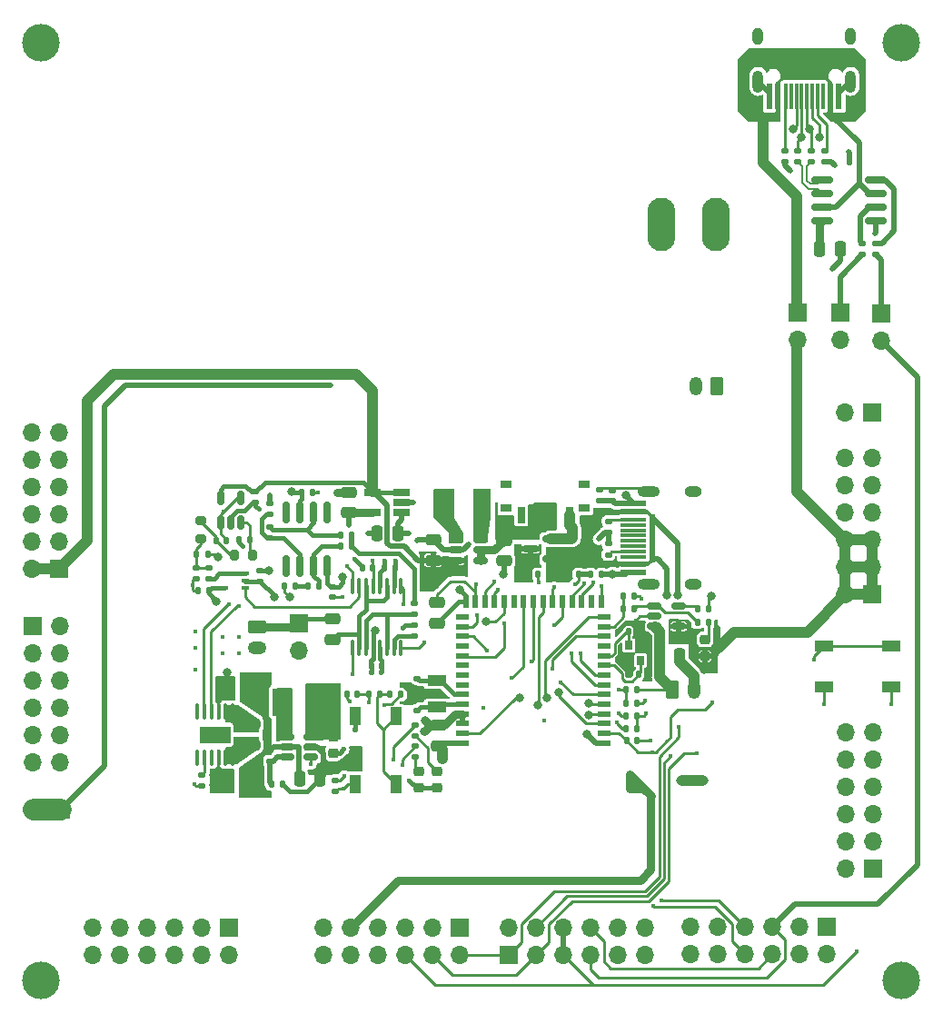
<source format=gtl>
%TF.GenerationSoftware,KiCad,Pcbnew,(6.0.2)*%
%TF.CreationDate,2022-03-08T19:39:46+11:00*%
%TF.ProjectId,VIPBoard,56495042-6f61-4726-942e-6b696361645f,rev?*%
%TF.SameCoordinates,Original*%
%TF.FileFunction,Copper,L1,Top*%
%TF.FilePolarity,Positive*%
%FSLAX46Y46*%
G04 Gerber Fmt 4.6, Leading zero omitted, Abs format (unit mm)*
G04 Created by KiCad (PCBNEW (6.0.2)) date 2022-03-08 19:39:46*
%MOMM*%
%LPD*%
G01*
G04 APERTURE LIST*
G04 Aperture macros list*
%AMRoundRect*
0 Rectangle with rounded corners*
0 $1 Rounding radius*
0 $2 $3 $4 $5 $6 $7 $8 $9 X,Y pos of 4 corners*
0 Add a 4 corners polygon primitive as box body*
4,1,4,$2,$3,$4,$5,$6,$7,$8,$9,$2,$3,0*
0 Add four circle primitives for the rounded corners*
1,1,$1+$1,$2,$3*
1,1,$1+$1,$4,$5*
1,1,$1+$1,$6,$7*
1,1,$1+$1,$8,$9*
0 Add four rect primitives between the rounded corners*
20,1,$1+$1,$2,$3,$4,$5,0*
20,1,$1+$1,$4,$5,$6,$7,0*
20,1,$1+$1,$6,$7,$8,$9,0*
20,1,$1+$1,$8,$9,$2,$3,0*%
G04 Aperture macros list end*
%TA.AperFunction,SMDPad,CuDef*%
%ADD10RoundRect,0.140000X-0.170000X0.140000X-0.170000X-0.140000X0.170000X-0.140000X0.170000X0.140000X0*%
%TD*%
%TA.AperFunction,SMDPad,CuDef*%
%ADD11RoundRect,0.250000X-0.475000X0.250000X-0.475000X-0.250000X0.475000X-0.250000X0.475000X0.250000X0*%
%TD*%
%TA.AperFunction,SMDPad,CuDef*%
%ADD12RoundRect,0.135000X0.185000X-0.135000X0.185000X0.135000X-0.185000X0.135000X-0.185000X-0.135000X0*%
%TD*%
%TA.AperFunction,SMDPad,CuDef*%
%ADD13RoundRect,0.140000X0.140000X0.170000X-0.140000X0.170000X-0.140000X-0.170000X0.140000X-0.170000X0*%
%TD*%
%TA.AperFunction,SMDPad,CuDef*%
%ADD14RoundRect,0.135000X-0.185000X0.135000X-0.185000X-0.135000X0.185000X-0.135000X0.185000X0.135000X0*%
%TD*%
%TA.AperFunction,SMDPad,CuDef*%
%ADD15RoundRect,0.150000X-0.512500X-0.150000X0.512500X-0.150000X0.512500X0.150000X-0.512500X0.150000X0*%
%TD*%
%TA.AperFunction,SMDPad,CuDef*%
%ADD16R,1.000000X0.800000*%
%TD*%
%TA.AperFunction,SMDPad,CuDef*%
%ADD17R,0.700000X1.500000*%
%TD*%
%TA.AperFunction,SMDPad,CuDef*%
%ADD18R,0.650000X0.400000*%
%TD*%
%TA.AperFunction,SMDPad,CuDef*%
%ADD19RoundRect,0.250000X0.475000X-0.250000X0.475000X0.250000X-0.475000X0.250000X-0.475000X-0.250000X0*%
%TD*%
%TA.AperFunction,ComponentPad*%
%ADD20R,1.700000X1.700000*%
%TD*%
%TA.AperFunction,ComponentPad*%
%ADD21O,1.700000X1.700000*%
%TD*%
%TA.AperFunction,SMDPad,CuDef*%
%ADD22RoundRect,0.135000X0.135000X0.185000X-0.135000X0.185000X-0.135000X-0.185000X0.135000X-0.185000X0*%
%TD*%
%TA.AperFunction,SMDPad,CuDef*%
%ADD23RoundRect,0.200000X-0.200000X-0.275000X0.200000X-0.275000X0.200000X0.275000X-0.200000X0.275000X0*%
%TD*%
%TA.AperFunction,SMDPad,CuDef*%
%ADD24RoundRect,0.140000X-0.140000X-0.170000X0.140000X-0.170000X0.140000X0.170000X-0.140000X0.170000X0*%
%TD*%
%TA.AperFunction,SMDPad,CuDef*%
%ADD25RoundRect,0.135000X-0.135000X-0.185000X0.135000X-0.185000X0.135000X0.185000X-0.135000X0.185000X0*%
%TD*%
%TA.AperFunction,SMDPad,CuDef*%
%ADD26RoundRect,0.250000X0.250000X0.475000X-0.250000X0.475000X-0.250000X-0.475000X0.250000X-0.475000X0*%
%TD*%
%TA.AperFunction,SMDPad,CuDef*%
%ADD27RoundRect,0.250000X-0.250000X-0.475000X0.250000X-0.475000X0.250000X0.475000X-0.250000X0.475000X0*%
%TD*%
%TA.AperFunction,SMDPad,CuDef*%
%ADD28RoundRect,0.150000X0.825000X0.150000X-0.825000X0.150000X-0.825000X-0.150000X0.825000X-0.150000X0*%
%TD*%
%TA.AperFunction,ComponentPad*%
%ADD29RoundRect,0.250000X-0.625000X0.350000X-0.625000X-0.350000X0.625000X-0.350000X0.625000X0.350000X0*%
%TD*%
%TA.AperFunction,ComponentPad*%
%ADD30O,1.750000X1.200000*%
%TD*%
%TA.AperFunction,ComponentPad*%
%ADD31O,2.600000X5.000000*%
%TD*%
%TA.AperFunction,SMDPad,CuDef*%
%ADD32RoundRect,0.218750X-0.256250X0.218750X-0.256250X-0.218750X0.256250X-0.218750X0.256250X0.218750X0*%
%TD*%
%TA.AperFunction,ComponentPad*%
%ADD33RoundRect,0.250000X0.350000X0.625000X-0.350000X0.625000X-0.350000X-0.625000X0.350000X-0.625000X0*%
%TD*%
%TA.AperFunction,ComponentPad*%
%ADD34O,1.200000X1.750000*%
%TD*%
%TA.AperFunction,ConnectorPad*%
%ADD35C,3.500000*%
%TD*%
%TA.AperFunction,ComponentPad*%
%ADD36C,2.600000*%
%TD*%
%TA.AperFunction,SMDPad,CuDef*%
%ADD37R,0.450000X0.600000*%
%TD*%
%TA.AperFunction,SMDPad,CuDef*%
%ADD38R,1.500000X2.500000*%
%TD*%
%TA.AperFunction,SMDPad,CuDef*%
%ADD39RoundRect,0.150000X0.150000X-0.825000X0.150000X0.825000X-0.150000X0.825000X-0.150000X-0.825000X0*%
%TD*%
%TA.AperFunction,SMDPad,CuDef*%
%ADD40RoundRect,0.140000X0.170000X-0.140000X0.170000X0.140000X-0.170000X0.140000X-0.170000X-0.140000X0*%
%TD*%
%TA.AperFunction,SMDPad,CuDef*%
%ADD41RoundRect,0.100000X0.100000X-0.637500X0.100000X0.637500X-0.100000X0.637500X-0.100000X-0.637500X0*%
%TD*%
%TA.AperFunction,SMDPad,CuDef*%
%ADD42R,1.560000X0.650000*%
%TD*%
%TA.AperFunction,SMDPad,CuDef*%
%ADD43R,1.700000X1.000000*%
%TD*%
%TA.AperFunction,SMDPad,CuDef*%
%ADD44R,1.270000X0.610000*%
%TD*%
%TA.AperFunction,SMDPad,CuDef*%
%ADD45R,0.610000X1.270000*%
%TD*%
%TA.AperFunction,ComponentPad*%
%ADD46RoundRect,0.250000X-0.350000X-0.625000X0.350000X-0.625000X0.350000X0.625000X-0.350000X0.625000X0*%
%TD*%
%TA.AperFunction,SMDPad,CuDef*%
%ADD47RoundRect,0.150000X0.587500X0.150000X-0.587500X0.150000X-0.587500X-0.150000X0.587500X-0.150000X0*%
%TD*%
%TA.AperFunction,SMDPad,CuDef*%
%ADD48RoundRect,0.150000X0.150000X-0.512500X0.150000X0.512500X-0.150000X0.512500X-0.150000X-0.512500X0*%
%TD*%
%TA.AperFunction,SMDPad,CuDef*%
%ADD49RoundRect,0.100000X0.100000X-0.625000X0.100000X0.625000X-0.100000X0.625000X-0.100000X-0.625000X0*%
%TD*%
%TA.AperFunction,ComponentPad*%
%ADD50R,2.850000X1.650000*%
%TD*%
%TA.AperFunction,SMDPad,CuDef*%
%ADD51R,2.450000X0.600000*%
%TD*%
%TA.AperFunction,SMDPad,CuDef*%
%ADD52R,2.450000X0.300000*%
%TD*%
%TA.AperFunction,ComponentPad*%
%ADD53O,1.600000X1.000000*%
%TD*%
%TA.AperFunction,ComponentPad*%
%ADD54O,2.100000X1.000000*%
%TD*%
%TA.AperFunction,SMDPad,CuDef*%
%ADD55R,1.000000X1.700000*%
%TD*%
%TA.AperFunction,SMDPad,CuDef*%
%ADD56RoundRect,0.200000X0.275000X-0.200000X0.275000X0.200000X-0.275000X0.200000X-0.275000X-0.200000X0*%
%TD*%
%TA.AperFunction,SMDPad,CuDef*%
%ADD57R,0.800000X0.900000*%
%TD*%
%TA.AperFunction,SMDPad,CuDef*%
%ADD58R,0.600000X2.450000*%
%TD*%
%TA.AperFunction,SMDPad,CuDef*%
%ADD59R,0.300000X2.450000*%
%TD*%
%TA.AperFunction,ComponentPad*%
%ADD60O,1.000000X1.600000*%
%TD*%
%TA.AperFunction,ComponentPad*%
%ADD61O,1.000000X2.100000*%
%TD*%
%TA.AperFunction,SMDPad,CuDef*%
%ADD62RoundRect,0.225000X-0.250000X0.225000X-0.250000X-0.225000X0.250000X-0.225000X0.250000X0.225000X0*%
%TD*%
%TA.AperFunction,ComponentPad*%
%ADD63O,3.000000X1.000000*%
%TD*%
%TA.AperFunction,SMDPad,CuDef*%
%ADD64R,1.800000X1.000000*%
%TD*%
%TA.AperFunction,ViaPad*%
%ADD65C,0.450000*%
%TD*%
%TA.AperFunction,ViaPad*%
%ADD66C,0.800000*%
%TD*%
%TA.AperFunction,Conductor*%
%ADD67C,0.250000*%
%TD*%
%TA.AperFunction,Conductor*%
%ADD68C,0.400000*%
%TD*%
%TA.AperFunction,Conductor*%
%ADD69C,0.500000*%
%TD*%
%TA.AperFunction,Conductor*%
%ADD70C,0.800000*%
%TD*%
%TA.AperFunction,Conductor*%
%ADD71C,1.000000*%
%TD*%
%TA.AperFunction,Conductor*%
%ADD72C,2.000000*%
%TD*%
%TA.AperFunction,Conductor*%
%ADD73C,0.200000*%
%TD*%
G04 APERTURE END LIST*
D10*
%TO.P,C24,1*%
%TO.N,Net-(C24-Pad1)*%
X136024000Y-131850000D03*
%TO.P,C24,2*%
%TO.N,GND*%
X136024000Y-132810000D03*
%TD*%
D11*
%TO.P,C14,1*%
%TO.N,/STIM_OUT*%
X128143000Y-126304000D03*
%TO.P,C14,2*%
%TO.N,Net-(C14-Pad2)*%
X128143000Y-128204000D03*
%TD*%
D12*
%TO.P,R40,1*%
%TO.N,Net-(J8-Pad1)*%
X177507675Y-92345875D03*
%TO.P,R40,2*%
%TO.N,Net-(R40-Pad2)*%
X177507675Y-91325875D03*
%TD*%
D13*
%TO.P,C13,1*%
%TO.N,+15V*%
X131848800Y-121513600D03*
%TO.P,C13,2*%
%TO.N,GND*%
X130888800Y-121513600D03*
%TD*%
D11*
%TO.P,C4,1*%
%TO.N,VCC*%
X144074000Y-118980000D03*
%TO.P,C4,2*%
%TO.N,GND*%
X144074000Y-120880000D03*
%TD*%
D14*
%TO.P,R3,1*%
%TO.N,Net-(C1-Pad1)*%
X153036000Y-114294000D03*
%TO.P,R3,2*%
%TO.N,GND*%
X153036000Y-115314000D03*
%TD*%
D15*
%TO.P,U2,6,VI*%
%TO.N,VCC*%
X126113500Y-137280000D03*
%TO.P,U2,5,VOUT*%
%TO.N,+15V*%
X126113500Y-138230000D03*
%TO.P,U2,4,EN*%
%TO.N,/MCU/PWRCTRL_HVPEN*%
X126113500Y-139180000D03*
%TO.P,U2,3,FB*%
%TO.N,Net-(R10-Pad2)*%
X123838500Y-139180000D03*
%TO.P,U2,2,GND*%
%TO.N,GND*%
X123838500Y-138230000D03*
%TO.P,U2,1,SW*%
%TO.N,/Power Supply/HV_SW*%
X123838500Y-137280000D03*
%TD*%
D16*
%TO.P,SW1,*%
%TO.N,*%
X144305000Y-113761000D03*
X151605000Y-113761000D03*
X151605000Y-115971000D03*
X144305000Y-115971000D03*
D17*
%TO.P,SW1,1,A*%
%TO.N,Net-(D2-Pad1)*%
X150205000Y-116621000D03*
%TO.P,SW1,2,B*%
%TO.N,VCC*%
X147205000Y-116621000D03*
%TO.P,SW1,3*%
%TO.N,N/C*%
X145705000Y-116621000D03*
%TD*%
D14*
%TO.P,R10,1*%
%TO.N,GND*%
X122276000Y-138523000D03*
%TO.P,R10,2*%
%TO.N,Net-(R10-Pad2)*%
X122276000Y-139543000D03*
%TD*%
D18*
%TO.P,U8,1,+*%
%TO.N,/Stimulator Channel/evm*%
X119957000Y-123380000D03*
%TO.P,U8,2,V-*%
%TO.N,-15V*%
X119957000Y-122730000D03*
%TO.P,U8,3,-*%
%TO.N,Net-(R25-Pad2)*%
X119957000Y-122080000D03*
%TO.P,U8,4*%
X118057000Y-122080000D03*
%TO.P,U8,5,V+*%
%TO.N,+15V*%
X118057000Y-123380000D03*
%TD*%
D19*
%TO.P,C27,1*%
%TO.N,GND*%
X138023600Y-138110000D03*
%TO.P,C27,2*%
%TO.N,+3V3*%
X138023600Y-136210000D03*
%TD*%
D20*
%TO.P,J16,1,Pin_1*%
%TO.N,+3V3*%
X178475000Y-149550000D03*
D21*
%TO.P,J16,2,Pin_2*%
X175935000Y-149550000D03*
%TO.P,J16,3,Pin_3*%
X178475000Y-147010000D03*
%TO.P,J16,4,Pin_4*%
X175935000Y-147010000D03*
%TO.P,J16,5,Pin_5*%
X178475000Y-144470000D03*
%TO.P,J16,6,Pin_6*%
X175935000Y-144470000D03*
%TO.P,J16,7,Pin_7*%
%TO.N,GND*%
X178475000Y-141930000D03*
%TO.P,J16,8,Pin_8*%
X175935000Y-141930000D03*
%TO.P,J16,9,Pin_9*%
X178475000Y-139390000D03*
%TO.P,J16,10,Pin_10*%
X175935000Y-139390000D03*
%TO.P,J16,11,Pin_11*%
X178475000Y-136850000D03*
%TO.P,J16,12,Pin_12*%
X175935000Y-136850000D03*
%TD*%
D22*
%TO.P,R5,1*%
%TO.N,Net-(R4-Pad1)*%
X156234000Y-125330000D03*
%TO.P,R5,2*%
%TO.N,/MCU/PWRSTATUS_CHARGE*%
X155214000Y-125330000D03*
%TD*%
D12*
%TO.P,R11,1*%
%TO.N,GND*%
X115925600Y-141835600D03*
%TO.P,R11,2*%
%TO.N,Net-(R11-Pad2)*%
X115925600Y-140815600D03*
%TD*%
D22*
%TO.P,R32,1*%
%TO.N,Net-(R32-Pad1)*%
X132478000Y-133350000D03*
%TO.P,R32,2*%
%TO.N,/MCU/USR_BTN*%
X131458000Y-133350000D03*
%TD*%
D23*
%TO.P,R29,1*%
%TO.N,Net-(C19-Pad2)*%
X118969400Y-120364000D03*
%TO.P,R29,2*%
%TO.N,Net-(C18-Pad1)*%
X120619400Y-120364000D03*
%TD*%
D24*
%TO.P,C17,1*%
%TO.N,+3V3*%
X132971600Y-121513600D03*
%TO.P,C17,2*%
%TO.N,GND*%
X133931600Y-121513600D03*
%TD*%
D25*
%TO.P,R31,1*%
%TO.N,/MCU/I2C_SDA*%
X155490000Y-136500000D03*
%TO.P,R31,2*%
%TO.N,+3V3*%
X156510000Y-136500000D03*
%TD*%
D13*
%TO.P,C26,1*%
%TO.N,GND*%
X156480000Y-137650000D03*
%TO.P,C26,2*%
%TO.N,/MCU/RESET*%
X155520000Y-137650000D03*
%TD*%
D26*
%TO.P,C8,1*%
%TO.N,+15V*%
X126942000Y-141192000D03*
%TO.P,C8,2*%
%TO.N,GND*%
X125042000Y-141192000D03*
%TD*%
D27*
%TO.P,C31,1*%
%TO.N,Net-(C31-Pad1)*%
X173509675Y-91835875D03*
%TO.P,C31,2*%
%TO.N,GND*%
X175409675Y-91835875D03*
%TD*%
D14*
%TO.P,R2,1*%
%TO.N,Net-(R2-Pad1)*%
X153830400Y-117212400D03*
%TO.P,R2,2*%
%TO.N,GND*%
X153830400Y-118232400D03*
%TD*%
D28*
%TO.P,U11,1,GND*%
%TO.N,GND*%
X178712675Y-89168875D03*
%TO.P,U11,2,TX*%
%TO.N,Net-(R40-Pad2)*%
X178712675Y-87898875D03*
%TO.P,U11,3,VDDIO*%
%TO.N,+5V_TBUSB*%
X178712675Y-86628875D03*
%TO.P,U11,4,RX*%
%TO.N,Net-(R41-Pad1)*%
X178712675Y-85358875D03*
%TO.P,U11,5,USBD+*%
%TO.N,/Testbed/USB_P*%
X173762675Y-85358875D03*
%TO.P,U11,6,USBD-*%
%TO.N,/Testbed/USB_N*%
X173762675Y-86628875D03*
%TO.P,U11,7,VDD*%
%TO.N,+5V_TBUSB*%
X173762675Y-87898875D03*
%TO.P,U11,8,V33O*%
%TO.N,Net-(C31-Pad1)*%
X173762675Y-89168875D03*
%TD*%
D25*
%TO.P,R21,1*%
%TO.N,Net-(R21-Pad1)*%
X128903000Y-118491000D03*
%TO.P,R21,2*%
%TO.N,/Stimulator Channel/C_SENSE_IN1*%
X129923000Y-118491000D03*
%TD*%
D20*
%TO.P,J4,1,Pin_1*%
%TO.N,+5V*%
X178424000Y-124031600D03*
D21*
%TO.P,J4,2,Pin_2*%
X175884000Y-124031600D03*
%TO.P,J4,3,Pin_3*%
X178424000Y-121491600D03*
%TO.P,J4,4,Pin_4*%
X175884000Y-121491600D03*
%TO.P,J4,5,Pin_5*%
X178424000Y-118951600D03*
%TO.P,J4,6,Pin_6*%
X175884000Y-118951600D03*
%TO.P,J4,7,Pin_7*%
%TO.N,GND*%
X178424000Y-116411600D03*
%TO.P,J4,8,Pin_8*%
X175884000Y-116411600D03*
%TO.P,J4,9,Pin_9*%
X178424000Y-113871600D03*
%TO.P,J4,10,Pin_10*%
X175884000Y-113871600D03*
%TO.P,J4,11,Pin_11*%
X178424000Y-111331600D03*
%TO.P,J4,12,Pin_12*%
X175884000Y-111331600D03*
%TD*%
D20*
%TO.P,J11,1,Pin_1*%
%TO.N,+5V_TBUSB*%
X171450000Y-97775000D03*
D21*
%TO.P,J11,2,Pin_2*%
%TO.N,+5V*%
X171450000Y-100315000D03*
%TD*%
D29*
%TO.P,J1,1,Pin_1*%
%TO.N,/STIM_OUT*%
X121109000Y-127018000D03*
D30*
%TO.P,J1,2,Pin_2*%
%TO.N,GND*%
X121109000Y-129018000D03*
%TD*%
D20*
%TO.P,J7,1,Pin_1*%
%TO.N,/STIM_OUT*%
X100203000Y-127000000D03*
D21*
%TO.P,J7,2,Pin_2*%
X102743000Y-127000000D03*
%TO.P,J7,3,Pin_3*%
X100203000Y-129540000D03*
%TO.P,J7,4,Pin_4*%
X102743000Y-129540000D03*
%TO.P,J7,5,Pin_5*%
%TO.N,GND*%
X100203000Y-132080000D03*
%TO.P,J7,6,Pin_6*%
X102743000Y-132080000D03*
%TO.P,J7,7,Pin_7*%
X100203000Y-134620000D03*
%TO.P,J7,8,Pin_8*%
X102743000Y-134620000D03*
%TO.P,J7,9,Pin_9*%
X100203000Y-137160000D03*
%TO.P,J7,10,Pin_10*%
X102743000Y-137160000D03*
%TO.P,J7,11,Pin_11*%
X100203000Y-139700000D03*
%TO.P,J7,12,Pin_12*%
X102743000Y-139700000D03*
%TD*%
D27*
%TO.P,C2,1*%
%TO.N,+15V*%
X118311000Y-132683000D03*
%TO.P,C2,2*%
%TO.N,GND*%
X120211000Y-132683000D03*
%TD*%
D20*
%TO.P,J8,1,Pin_1*%
%TO.N,Net-(J8-Pad1)*%
X175437800Y-97790000D03*
D21*
%TO.P,J8,2,Pin_2*%
%TO.N,/MCU/DEBUG_RXI*%
X175437800Y-100330000D03*
%TD*%
D22*
%TO.P,R12,1*%
%TO.N,+5V*%
X148295200Y-122142000D03*
%TO.P,R12,2*%
%TO.N,GND*%
X147275200Y-122142000D03*
%TD*%
D31*
%TO.P,REF\u002A\u002A,1*%
%TO.N,N/C*%
X158750000Y-89535000D03*
X163830000Y-89535000D03*
%TD*%
D32*
%TO.P,D3,1,K*%
%TO.N,Net-(D3-Pad1)*%
X136174000Y-140492500D03*
%TO.P,D3,2,A*%
%TO.N,+3V3*%
X136174000Y-142067500D03*
%TD*%
D33*
%TO.P,J6,1,Pin_1*%
%TO.N,Net-(J5-Pad2)*%
X163957000Y-104648000D03*
D34*
%TO.P,J6,2,Pin_2*%
%TO.N,GND*%
X161957000Y-104648000D03*
%TD*%
D14*
%TO.P,R34,1*%
%TO.N,/MCU/LED_BLUE*%
X135839200Y-138174000D03*
%TO.P,R34,2*%
%TO.N,Net-(D3-Pad1)*%
X135839200Y-139194000D03*
%TD*%
D22*
%TO.P,R8,1*%
%TO.N,GND*%
X163134000Y-125330000D03*
%TO.P,R8,2*%
%TO.N,Net-(R8-Pad2)*%
X162114000Y-125330000D03*
%TD*%
D35*
%TO.P,REF\u002A\u002A,1*%
%TO.N,N/C*%
X181102000Y-72598200D03*
D36*
X181102000Y-72598200D03*
%TD*%
D37*
%TO.P,D2,1,K*%
%TO.N,Net-(D2-Pad1)*%
X150474000Y-118730000D03*
%TO.P,D2,2,A*%
%TO.N,+5V*%
X150474000Y-120830000D03*
%TD*%
D38*
%TO.P,L2,1,1*%
%TO.N,VCC*%
X126945000Y-134030000D03*
%TO.P,L2,2,2*%
%TO.N,/Power Supply/HV_SW*%
X123245000Y-134030000D03*
%TD*%
D39*
%TO.P,U7,1,NULL*%
%TO.N,unconnected-(U7-Pad1)*%
X123833000Y-121339000D03*
%TO.P,U7,2,-*%
%TO.N,Net-(R22-Pad2)*%
X125103000Y-121339000D03*
%TO.P,U7,3,+*%
%TO.N,Net-(R18-Pad2)*%
X126373000Y-121339000D03*
%TO.P,U7,4,V-*%
%TO.N,-15V*%
X127643000Y-121339000D03*
%TO.P,U7,5,NULL*%
%TO.N,unconnected-(U7-Pad5)*%
X127643000Y-116389000D03*
%TO.P,U7,6*%
%TO.N,Net-(R21-Pad1)*%
X126373000Y-116389000D03*
%TO.P,U7,7,V+*%
%TO.N,+15V*%
X125103000Y-116389000D03*
%TO.P,U7,8,NC*%
%TO.N,unconnected-(U7-Pad8)*%
X123833000Y-116389000D03*
%TD*%
D40*
%TO.P,C22,1*%
%TO.N,-15V*%
X121369200Y-122774400D03*
%TO.P,C22,2*%
%TO.N,GND*%
X121369200Y-121814400D03*
%TD*%
D11*
%TO.P,C5,1*%
%TO.N,/Power Supply/FLY_C+*%
X120644000Y-136143000D03*
%TO.P,C5,2*%
%TO.N,/Power Supply/FLY_C-*%
X120644000Y-138043000D03*
%TD*%
D41*
%TO.P,U6,1*%
%TO.N,/MCU/SWCTRL_ISO*%
X129949000Y-128992500D03*
%TO.P,U6,2*%
%TO.N,Net-(C14-Pad2)*%
X130599000Y-128992500D03*
%TO.P,U6,3*%
%TO.N,/Stimulator Channel/C_SENSE_IN2*%
X131249000Y-128992500D03*
%TO.P,U6,4,V-*%
%TO.N,-15V*%
X131899000Y-128992500D03*
%TO.P,U6,5,GND*%
%TO.N,GND*%
X132549000Y-128992500D03*
%TO.P,U6,6*%
%TO.N,/Stimulator Channel/C_SENSE_IN2*%
X133199000Y-128992500D03*
%TO.P,U6,7*%
%TO.N,Net-(R24-Pad1)*%
X133849000Y-128992500D03*
%TO.P,U6,8*%
%TO.N,/MCU/SWCTRL_LOAD*%
X134499000Y-128992500D03*
%TO.P,U6,9*%
%TO.N,/MCU/SWCTRL_SHORT*%
X134499000Y-123267500D03*
%TO.P,U6,10*%
%TO.N,GND*%
X133849000Y-123267500D03*
%TO.P,U6,11*%
%TO.N,Net-(C14-Pad2)*%
X133199000Y-123267500D03*
%TO.P,U6,12,VL*%
%TO.N,+3V3*%
X132549000Y-123267500D03*
%TO.P,U6,13,V+*%
%TO.N,+15V*%
X131899000Y-123267500D03*
%TO.P,U6,14*%
%TO.N,Net-(C14-Pad2)*%
X131249000Y-123267500D03*
%TO.P,U6,15*%
%TO.N,/Stimulator Channel/evm*%
X130599000Y-123267500D03*
%TO.P,U6,16*%
%TO.N,/MCU/SWCTRL_EVM*%
X129949000Y-123267500D03*
%TD*%
D25*
%TO.P,R30,1*%
%TO.N,/MCU/I2C_SCL*%
X155490000Y-135300000D03*
%TO.P,R30,2*%
%TO.N,+3V3*%
X156510000Y-135300000D03*
%TD*%
D20*
%TO.P,J15,1,Pin_1*%
%TO.N,/MCU/VREF*%
X102775000Y-144100000D03*
D21*
%TO.P,J15,2,Pin_2*%
X100235000Y-144100000D03*
%TD*%
D42*
%TO.P,U5,1,Vbias*%
%TO.N,+1V5ref*%
X134573000Y-116393000D03*
%TO.P,U5,2,GND*%
%TO.N,GND*%
X134573000Y-115443000D03*
%TO.P,U5,3,E*%
%TO.N,+3V3*%
X134573000Y-114493000D03*
%TO.P,U5,4,Vin*%
X131873000Y-114493000D03*
%TO.P,U5,5,Vref*%
%TO.N,+3Vref*%
X131873000Y-116393000D03*
%TD*%
D13*
%TO.P,C32,1*%
%TO.N,+5V_TBUSB*%
X177225675Y-83707875D03*
%TO.P,C32,2*%
%TO.N,GND*%
X176265675Y-83707875D03*
%TD*%
D25*
%TO.P,R33,1*%
%TO.N,Net-(R32-Pad1)*%
X133449600Y-133350000D03*
%TO.P,R33,2*%
%TO.N,+3V3*%
X134469600Y-133350000D03*
%TD*%
D24*
%TO.P,C12,1*%
%TO.N,+15V*%
X125250000Y-114522000D03*
%TO.P,C12,2*%
%TO.N,GND*%
X126210000Y-114522000D03*
%TD*%
D43*
%TO.P,SW3,1,A*%
%TO.N,/MCU/RESET*%
X180197400Y-128811800D03*
X173897400Y-128811800D03*
%TO.P,SW3,2,B*%
%TO.N,GND*%
X180197400Y-132611800D03*
X173897400Y-132611800D03*
%TD*%
D44*
%TO.P,U10,1,GND*%
%TO.N,GND*%
X140204000Y-137850000D03*
%TO.P,U10,2,P0.5*%
%TO.N,/MCU/PWRCTRL_HVPEN*%
X140204000Y-136950000D03*
%TO.P,U10,3,VBACKUP*%
%TO.N,+3V3*%
X140204000Y-136050000D03*
%TO.P,U10,4,VDD*%
X140204000Y-135150000D03*
%TO.P,U10,5,P0.0*%
%TO.N,Net-(C23-Pad1)*%
X140204000Y-134240000D03*
%TO.P,U10,6,P0.1*%
%TO.N,Net-(C24-Pad1)*%
X140204000Y-133340000D03*
%TO.P,U10,7,P10.3*%
%TO.N,unconnected-(U10-Pad7)*%
X140204000Y-132440000D03*
%TO.P,U10,8,P10.4*%
%TO.N,unconnected-(U10-Pad8)*%
X140204000Y-131540000D03*
%TO.P,U10,9,P9.3*%
%TO.N,unconnected-(U10-Pad9)*%
X140204000Y-130640000D03*
%TO.P,U10,10,P10.6*%
%TO.N,/MCU/PWRSTATUS_VDD*%
X140204000Y-129740000D03*
%TO.P,U10,11,P10.5*%
%TO.N,unconnected-(U10-Pad11)*%
X140204000Y-128830000D03*
%TO.P,U10,12,P10.1*%
%TO.N,/MCU/SENSE_BVM*%
X140204000Y-127930000D03*
%TO.P,U10,13,P10.0*%
%TO.N,/MCU/SENSE_EVM*%
X140204000Y-127030000D03*
%TO.P,U10,14,P9.4*%
%TO.N,unconnected-(U10-Pad14)*%
X140204000Y-126130000D03*
D45*
%TO.P,U10,15,GND*%
%TO.N,GND*%
X140514000Y-124660000D03*
%TO.P,U10,16,VREF*%
%TO.N,/MCU/VREF*%
X141414000Y-124660000D03*
%TO.P,U10,17,P9.0*%
%TO.N,/MCU/I2C_SCL*%
X142314000Y-124660000D03*
%TO.P,U10,18,P9.1*%
%TO.N,/MCU/I2C_SDA*%
X143214000Y-124660000D03*
%TO.P,U10,19,P9.5*%
%TO.N,+3Vref*%
X144114000Y-124660000D03*
%TO.P,U10,20,P9.6*%
%TO.N,unconnected-(U10-Pad20)*%
X145024000Y-124660000D03*
%TO.P,U10,21,P9.2*%
%TO.N,/MCU/VDAC*%
X145924000Y-124660000D03*
%TO.P,U10,22,P7.2*%
%TO.N,/MCU/PWRCTRL_HVNMODE*%
X146824000Y-124660000D03*
%TO.P,U10,23,P7.1*%
%TO.N,/MCU/LED_BLUE*%
X147724000Y-124660000D03*
%TO.P,U10,24,P6.4*%
%TO.N,/MCU/DBG_SWO*%
X148624000Y-124660000D03*
%TO.P,U10,25,P5.4*%
%TO.N,/MCU/SWCTRL_SHORT*%
X149524000Y-124660000D03*
%TO.P,U10,26,P6.7*%
%TO.N,/MCU/DBG_SWDCLK*%
X150434000Y-124660000D03*
%TO.P,U10,27,P6.6*%
%TO.N,/MCU/DBG_SWDIO*%
X151334000Y-124660000D03*
%TO.P,U10,28,P6.2*%
%TO.N,unconnected-(U10-Pad28)*%
X152234000Y-124660000D03*
%TO.P,U10,29,P6.5*%
%TO.N,/MCU/DBG_JTAG_TDI*%
X153134000Y-124660000D03*
D44*
%TO.P,U10,30,P6.3*%
%TO.N,/MCU/LED_RED*%
X153444000Y-126130000D03*
%TO.P,U10,31,P7.7*%
%TO.N,/MCU/PWRSTATUS_CHARGE*%
X153444000Y-127030000D03*
%TO.P,U10,32,P5.6*%
%TO.N,/MCU/PWRCTRL_HVNEN*%
X153444000Y-127930000D03*
%TO.P,U10,33,P10.2*%
%TO.N,unconnected-(U10-Pad33)*%
X153444000Y-128830000D03*
%TO.P,U10,34,P12.6*%
%TO.N,Net-(C29-Pad1)*%
X153444000Y-129740000D03*
%TO.P,U10,35,P12.7*%
%TO.N,Net-(C30-Pad1)*%
X153444000Y-130640000D03*
%TO.P,U10,36,P5.5*%
%TO.N,/MCU/SWCTRL_EVM*%
X153444000Y-131540000D03*
%TO.P,U10,37,P5.3*%
%TO.N,/MCU/SWCTRL_LOAD*%
X153444000Y-132440000D03*
%TO.P,U10,38,P5.2*%
%TO.N,/MCU/SWCTRL_ISO*%
X153444000Y-133340000D03*
%TO.P,U10,39,P5.0*%
%TO.N,/MCU/DEBUG_RXI*%
X153444000Y-134240000D03*
%TO.P,U10,40,P5.1*%
%TO.N,/MCU/DEBUG_TXO*%
X153444000Y-135150000D03*
%TO.P,U10,41,P0.4*%
%TO.N,/MCU/USR_BTN*%
X153444000Y-136050000D03*
%TO.P,U10,42,XRES*%
%TO.N,/MCU/RESET*%
X153444000Y-136950000D03*
%TO.P,U10,43,GND*%
%TO.N,GND*%
X153444000Y-137850000D03*
%TD*%
D10*
%TO.P,C15,1*%
%TO.N,-15V*%
X128138000Y-123284000D03*
%TO.P,C15,2*%
%TO.N,GND*%
X128138000Y-124244000D03*
%TD*%
D20*
%TO.P,J14,1,Pin_1*%
%TO.N,/MCU/DBG_SWDIO*%
X144526000Y-157607000D03*
D21*
%TO.P,J14,2,Pin_2*%
%TO.N,/MCU/DBG_JTAG_TDI*%
X144526000Y-155067000D03*
%TO.P,J14,3,Pin_3*%
%TO.N,/MCU/DBG_SWDCLK*%
X147066000Y-157607000D03*
%TO.P,J14,4,Pin_4*%
%TO.N,/MCU/DBG_SWO*%
X147066000Y-155067000D03*
%TO.P,J14,5,Pin_5*%
%TO.N,/MCU/RESET*%
X149606000Y-157607000D03*
%TO.P,J14,6,Pin_6*%
X149606000Y-155067000D03*
%TO.P,J14,7,Pin_7*%
%TO.N,/MCU/DEBUG_TXO*%
X152146000Y-157607000D03*
%TO.P,J14,8,Pin_8*%
%TO.N,/MCU/DEBUG_RXI*%
X152146000Y-155067000D03*
%TO.P,J14,9,Pin_9*%
%TO.N,GND*%
X154686000Y-157607000D03*
%TO.P,J14,10,Pin_10*%
X154686000Y-155067000D03*
%TO.P,J14,11,Pin_11*%
%TO.N,+3V3*%
X157226000Y-157607000D03*
%TO.P,J14,12,Pin_12*%
X157226000Y-155067000D03*
%TD*%
D20*
%TO.P,J10,1,Pin_1*%
%TO.N,+3V3*%
X174200000Y-155000000D03*
D21*
%TO.P,J10,2,Pin_2*%
X174200000Y-157540000D03*
%TO.P,J10,3,Pin_3*%
X171660000Y-155000000D03*
%TO.P,J10,4,Pin_4*%
X171660000Y-157540000D03*
%TO.P,J10,5,Pin_5*%
%TO.N,/MCU/DEBUG_TXO*%
X169120000Y-155000000D03*
%TO.P,J10,6,Pin_6*%
%TO.N,/MCU/DEBUG_RXI*%
X169120000Y-157540000D03*
%TO.P,J10,7,Pin_7*%
%TO.N,/MCU/I2C_SCL*%
X166580000Y-155000000D03*
%TO.P,J10,8,Pin_8*%
%TO.N,/MCU/I2C_SDA*%
X166580000Y-157540000D03*
%TO.P,J10,9,Pin_9*%
%TO.N,GND*%
X164040000Y-155000000D03*
%TO.P,J10,10,Pin_10*%
X164040000Y-157540000D03*
%TO.P,J10,11,Pin_11*%
X161500000Y-155000000D03*
%TO.P,J10,12,Pin_12*%
X161500000Y-157540000D03*
%TD*%
D12*
%TO.P,R38,1*%
%TO.N,/Testbed/USB_P*%
X172720000Y-83695000D03*
%TO.P,R38,2*%
%TO.N,Net-(R38-Pad2)*%
X172720000Y-82675000D03*
%TD*%
D14*
%TO.P,R7,1*%
%TO.N,/MCU/PWRCTRL_HVPEN*%
X128405000Y-141349000D03*
%TO.P,R7,2*%
%TO.N,GND*%
X128405000Y-142369000D03*
%TD*%
D25*
%TO.P,R18,1*%
%TO.N,Net-(R17-Pad2)*%
X125828000Y-123264000D03*
%TO.P,R18,2*%
%TO.N,Net-(R18-Pad2)*%
X126848000Y-123264000D03*
%TD*%
D34*
%TO.P,J3,2,Pin_2*%
%TO.N,GND*%
X161774000Y-132880000D03*
D46*
%TO.P,J3,1,Pin_1*%
%TO.N,+BATT*%
X159774000Y-132880000D03*
%TD*%
D27*
%TO.P,C9,1*%
%TO.N,-15V*%
X118311000Y-141483000D03*
%TO.P,C9,2*%
%TO.N,GND*%
X120211000Y-141483000D03*
%TD*%
D47*
%TO.P,Q1,1,G*%
%TO.N,+5V*%
X148411500Y-120730000D03*
%TO.P,Q1,2,S*%
%TO.N,Net-(D2-Pad1)*%
X148411500Y-118830000D03*
%TO.P,Q1,3,D*%
%TO.N,+BATT*%
X146536500Y-119780000D03*
%TD*%
D19*
%TO.P,C6,1*%
%TO.N,+3V3*%
X137474000Y-120830000D03*
%TO.P,C6,2*%
%TO.N,GND*%
X137474000Y-118930000D03*
%TD*%
D20*
%TO.P,J2,1,Pin_1*%
%TO.N,/STIM_OUT*%
X125009000Y-126743000D03*
D21*
%TO.P,J2,2,Pin_2*%
%TO.N,GND*%
X125009000Y-129283000D03*
%TD*%
D25*
%TO.P,R9,1*%
%TO.N,Net-(R10-Pad2)*%
X122434000Y-141700000D03*
%TO.P,R9,2*%
%TO.N,+15V*%
X123454000Y-141700000D03*
%TD*%
D12*
%TO.P,R27,1*%
%TO.N,GND*%
X115451000Y-122525000D03*
%TO.P,R27,2*%
%TO.N,Net-(R25-Pad1)*%
X115451000Y-121505000D03*
%TD*%
D20*
%TO.P,J13,1,Pin_1*%
%TO.N,/MCU/DBG_SWDIO*%
X139954000Y-155062000D03*
D21*
%TO.P,J13,2,Pin_2*%
X139954000Y-157602000D03*
%TO.P,J13,3,Pin_3*%
%TO.N,/MCU/DBG_SWDCLK*%
X137414000Y-155062000D03*
%TO.P,J13,4,Pin_4*%
X137414000Y-157602000D03*
%TO.P,J13,5,Pin_5*%
%TO.N,/MCU/RESET*%
X134874000Y-155062000D03*
%TO.P,J13,6,Pin_6*%
X134874000Y-157602000D03*
%TO.P,J13,7,Pin_7*%
%TO.N,GND*%
X132334000Y-155062000D03*
%TO.P,J13,8,Pin_8*%
X132334000Y-157602000D03*
%TO.P,J13,9,Pin_9*%
%TO.N,+3V3*%
X129794000Y-155062000D03*
%TO.P,J13,10,Pin_10*%
X129794000Y-157602000D03*
%TO.P,J13,11,Pin_11*%
%TO.N,unconnected-(J13-Pad11)*%
X127254000Y-155062000D03*
%TO.P,J13,12,Pin_12*%
%TO.N,unconnected-(J13-Pad12)*%
X127254000Y-157602000D03*
%TD*%
D11*
%TO.P,C10,1*%
%TO.N,GND*%
X129667000Y-114493000D03*
%TO.P,C10,2*%
%TO.N,+3Vref*%
X129667000Y-116393000D03*
%TD*%
D12*
%TO.P,R23,1*%
%TO.N,Net-(R22-Pad2)*%
X122301000Y-118747000D03*
%TO.P,R23,2*%
%TO.N,Net-(R21-Pad1)*%
X122301000Y-117727000D03*
%TD*%
D35*
%TO.P,REF\u002A\u002A,1*%
%TO.N,N/C*%
X181102000Y-160020000D03*
D36*
X181102000Y-160020000D03*
%TD*%
D24*
%TO.P,C16,1*%
%TO.N,-15V*%
X131727000Y-130683000D03*
%TO.P,C16,2*%
%TO.N,GND*%
X132687000Y-130683000D03*
%TD*%
D40*
%TO.P,C23,1*%
%TO.N,Net-(C23-Pad1)*%
X136024000Y-134810000D03*
%TO.P,C23,2*%
%TO.N,GND*%
X136024000Y-133850000D03*
%TD*%
D48*
%TO.P,U9,1*%
%TO.N,/MCU/SENSE_EVM*%
X117674000Y-117267500D03*
%TO.P,U9,2,V-*%
%TO.N,GND*%
X118624000Y-117267500D03*
%TO.P,U9,3,+*%
%TO.N,Net-(C18-Pad1)*%
X119574000Y-117267500D03*
%TO.P,U9,4,-*%
%TO.N,/MCU/SENSE_EVM*%
X119574000Y-114992500D03*
%TO.P,U9,5,V+*%
%TO.N,+3V3*%
X117674000Y-114992500D03*
%TD*%
D20*
%TO.P,J9,1,Pin_1*%
%TO.N,Net-(J9-Pad1)*%
X179273200Y-97810400D03*
D21*
%TO.P,J9,2,Pin_2*%
%TO.N,/MCU/DEBUG_TXO*%
X179273200Y-100350400D03*
%TD*%
D12*
%TO.P,R24,1*%
%TO.N,Net-(R24-Pad1)*%
X135763000Y-127891000D03*
%TO.P,R24,2*%
%TO.N,GND*%
X135763000Y-126871000D03*
%TD*%
D14*
%TO.P,R25,1*%
%TO.N,Net-(R25-Pad1)*%
X116594000Y-121505000D03*
%TO.P,R25,2*%
%TO.N,Net-(R25-Pad2)*%
X116594000Y-122525000D03*
%TD*%
D32*
%TO.P,D4,1,K*%
%TO.N,Net-(D4-Pad1)*%
X137824000Y-140492500D03*
%TO.P,D4,2,A*%
%TO.N,+3V3*%
X137824000Y-142067500D03*
%TD*%
D25*
%TO.P,R26,1*%
%TO.N,Net-(R25-Pad1)*%
X115449000Y-120237000D03*
%TO.P,R26,2*%
%TO.N,+3Vref*%
X116469000Y-120237000D03*
%TD*%
D13*
%TO.P,C21,1*%
%TO.N,+15V*%
X116566000Y-123666000D03*
%TO.P,C21,2*%
%TO.N,GND*%
X115606000Y-123666000D03*
%TD*%
%TO.P,C30,1*%
%TO.N,Net-(C30-Pad1)*%
X156650000Y-131470000D03*
%TO.P,C30,2*%
%TO.N,GND*%
X155690000Y-131470000D03*
%TD*%
D25*
%TO.P,R16,1*%
%TO.N,/MCU/PWRSTATUS_VDD*%
X152152000Y-122142000D03*
%TO.P,R16,2*%
%TO.N,GND*%
X153172000Y-122142000D03*
%TD*%
D49*
%TO.P,U3,1,NC*%
%TO.N,unconnected-(U3-Pad1)*%
X115536000Y-139233000D03*
%TO.P,U3,2,RT*%
%TO.N,Net-(R11-Pad2)*%
X116186000Y-139233000D03*
%TO.P,U3,3,NC*%
%TO.N,unconnected-(U3-Pad3)*%
X116836000Y-139233000D03*
%TO.P,U3,4,VOUT*%
%TO.N,-15V*%
X117486000Y-139233000D03*
%TO.P,U3,5,C-*%
%TO.N,/Power Supply/FLY_C-*%
X118136000Y-139233000D03*
%TO.P,U3,6,C-*%
X118786000Y-139233000D03*
%TO.P,U3,7,C+*%
%TO.N,/Power Supply/FLY_C+*%
X118786000Y-134933000D03*
%TO.P,U3,8,C+*%
X118136000Y-134933000D03*
%TO.P,U3,9,VIN*%
%TO.N,+15V*%
X117486000Y-134933000D03*
%TO.P,U3,10,EN*%
%TO.N,/MCU/PWRCTRL_HVNEN*%
X116836000Y-134933000D03*
%TO.P,U3,11,MODE*%
%TO.N,/MCU/PWRCTRL_HVNMODE*%
X116186000Y-134933000D03*
%TO.P,U3,12,NC*%
%TO.N,unconnected-(U3-Pad12)*%
X115536000Y-134933000D03*
D50*
%TO.P,U3,13,GND*%
%TO.N,GND*%
X117161000Y-137083000D03*
%TD*%
D25*
%TO.P,R17,1*%
%TO.N,/MCU/VDAC*%
X123628000Y-123264000D03*
%TO.P,R17,2*%
%TO.N,Net-(R17-Pad2)*%
X124648000Y-123264000D03*
%TD*%
D12*
%TO.P,R20,1*%
%TO.N,/Stimulator Channel/C_SENSE_IN2*%
X135763000Y-125859000D03*
%TO.P,R20,2*%
%TO.N,/Stimulator Channel/C_SENSE_IN1*%
X135763000Y-124839000D03*
%TD*%
D14*
%TO.P,R41,1*%
%TO.N,Net-(R41-Pad1)*%
X178777675Y-91325875D03*
%TO.P,R41,2*%
%TO.N,Net-(J9-Pad1)*%
X178777675Y-92345875D03*
%TD*%
D51*
%TO.P,USB1,1,GND*%
%TO.N,GND*%
X156156000Y-122005000D03*
%TO.P,USB1,2,VBUS*%
%TO.N,+5V*%
X156156000Y-121230000D03*
D52*
%TO.P,USB1,3,SBU2*%
%TO.N,unconnected-(USB1-Pad3)*%
X156156000Y-120530000D03*
%TO.P,USB1,4,CC1*%
%TO.N,Net-(R1-Pad1)*%
X156156000Y-120030000D03*
%TO.P,USB1,5,DN2*%
%TO.N,unconnected-(USB1-Pad5)*%
X156156000Y-119530000D03*
%TO.P,USB1,6,DP1*%
%TO.N,unconnected-(USB1-Pad6)*%
X156156000Y-119030000D03*
%TO.P,USB1,7,DN1*%
%TO.N,unconnected-(USB1-Pad7)*%
X156156000Y-118530000D03*
%TO.P,USB1,8,DP2*%
%TO.N,unconnected-(USB1-Pad8)*%
X156156000Y-118030000D03*
%TO.P,USB1,9,SBU1*%
%TO.N,unconnected-(USB1-Pad9)*%
X156156000Y-117530000D03*
%TO.P,USB1,10,CC2*%
%TO.N,Net-(R2-Pad1)*%
X156156000Y-117030000D03*
D51*
%TO.P,USB1,11,VBUS*%
%TO.N,+5V*%
X156156000Y-116330000D03*
%TO.P,USB1,12,GND*%
%TO.N,GND*%
X156156000Y-115555000D03*
D53*
%TO.P,USB1,13,SHIELD*%
%TO.N,Net-(C1-Pad1)*%
X161751000Y-114460000D03*
D54*
X157571000Y-123100000D03*
X157571000Y-114460000D03*
D53*
X161751000Y-123100000D03*
%TD*%
D55*
%TO.P,SW2,2,B*%
%TO.N,Net-(R32-Pad1)*%
X134024000Y-141680000D03*
X134024000Y-135380000D03*
%TO.P,SW2,1,A*%
%TO.N,GND*%
X130224000Y-141680000D03*
X130224000Y-135380000D03*
%TD*%
D22*
%TO.P,R13,1*%
%TO.N,+BATT*%
X156500000Y-132900000D03*
%TO.P,R13,2*%
%TO.N,/MCU/SENSE_BVM*%
X155480000Y-132900000D03*
%TD*%
D25*
%TO.P,R6,1*%
%TO.N,/MCU/PWRSTATUS_CHARGE*%
X155214000Y-124200000D03*
%TO.P,R6,2*%
%TO.N,GND*%
X156234000Y-124200000D03*
%TD*%
D35*
%TO.P,REF\u002A\u002A,1*%
%TO.N,N/C*%
X100965000Y-72598200D03*
D36*
X100965000Y-72598200D03*
%TD*%
D19*
%TO.P,C28,1*%
%TO.N,GND*%
X137874000Y-126680000D03*
%TO.P,C28,2*%
%TO.N,/MCU/VREF*%
X137874000Y-124780000D03*
%TD*%
D14*
%TO.P,R37,1*%
%TO.N,Net-(R37-Pad1)*%
X170279000Y-82675000D03*
%TO.P,R37,2*%
%TO.N,GND*%
X170279000Y-83695000D03*
%TD*%
D20*
%TO.P,J5,1,Pin_1*%
%TO.N,+BATT*%
X178424000Y-107089800D03*
D21*
%TO.P,J5,2,Pin_2*%
%TO.N,Net-(J5-Pad2)*%
X175884000Y-107089800D03*
%TD*%
D12*
%TO.P,R1,1*%
%TO.N,Net-(R1-Pad1)*%
X153830400Y-120315200D03*
%TO.P,R1,2*%
%TO.N,GND*%
X153830400Y-119295200D03*
%TD*%
D20*
%TO.P,J17,1,Pin_1*%
%TO.N,+3V3*%
X102616000Y-121666000D03*
D21*
%TO.P,J17,2,Pin_2*%
X100076000Y-121666000D03*
%TO.P,J17,3,Pin_3*%
%TO.N,+3Vref*%
X102616000Y-119126000D03*
%TO.P,J17,4,Pin_4*%
X100076000Y-119126000D03*
%TO.P,J17,5,Pin_5*%
%TO.N,+1V5ref*%
X102616000Y-116586000D03*
%TO.P,J17,6,Pin_6*%
X100076000Y-116586000D03*
%TO.P,J17,7,Pin_7*%
%TO.N,GND*%
X102616000Y-114046000D03*
%TO.P,J17,8,Pin_8*%
X100076000Y-114046000D03*
%TO.P,J17,9,Pin_9*%
X102616000Y-111506000D03*
%TO.P,J17,10,Pin_10*%
X100076000Y-111506000D03*
%TO.P,J17,11,Pin_11*%
X102616000Y-108966000D03*
%TO.P,J17,12,Pin_12*%
X100076000Y-108966000D03*
%TD*%
D24*
%TO.P,C29,1*%
%TO.N,Net-(C29-Pad1)*%
X155690000Y-127470000D03*
%TO.P,C29,2*%
%TO.N,GND*%
X156650000Y-127470000D03*
%TD*%
D36*
%TO.P,REF\u002A\u002A,1*%
%TO.N,N/C*%
X100965000Y-160020000D03*
D35*
X100965000Y-160020000D03*
%TD*%
D56*
%TO.P,R28,1*%
%TO.N,Net-(R25-Pad1)*%
X115832000Y-118801400D03*
%TO.P,R28,2*%
%TO.N,Net-(C19-Pad2)*%
X115832000Y-117151400D03*
%TD*%
D57*
%TO.P,Y2,1,1*%
%TO.N,Net-(C30-Pad1)*%
X156820000Y-130170000D03*
%TO.P,Y2,2,2*%
%TO.N,GND*%
X156820000Y-128770000D03*
%TO.P,Y2,3,3*%
%TO.N,Net-(C29-Pad1)*%
X155720000Y-128770000D03*
%TO.P,Y2,4,4*%
%TO.N,GND*%
X155720000Y-130170000D03*
%TD*%
D13*
%TO.P,C25,1*%
%TO.N,/MCU/USR_BTN*%
X130416000Y-133350000D03*
%TO.P,C25,2*%
%TO.N,GND*%
X129456000Y-133350000D03*
%TD*%
D32*
%TO.P,D1,1,K*%
%TO.N,Net-(D1-Pad1)*%
X162824000Y-128192500D03*
%TO.P,D1,2,A*%
%TO.N,+5V*%
X162824000Y-129767500D03*
%TD*%
D15*
%TO.P,U4,1,STAT*%
%TO.N,Net-(R4-Pad1)*%
X158086500Y-125100000D03*
%TO.P,U4,2,VSS*%
%TO.N,GND*%
X158086500Y-126050000D03*
%TO.P,U4,3,VBAT*%
%TO.N,+BATT*%
X158086500Y-127000000D03*
%TO.P,U4,4,VDD*%
%TO.N,+5V*%
X160361500Y-127000000D03*
%TO.P,U4,5,PROG*%
%TO.N,Net-(R8-Pad2)*%
X160361500Y-125100000D03*
%TD*%
%TO.P,U1,1,SW1*%
%TO.N,Net-(L1-Pad1)*%
X139636500Y-118930000D03*
%TO.P,U1,2,GND*%
%TO.N,GND*%
X139636500Y-119880000D03*
%TO.P,U1,3,VOUT*%
%TO.N,+3V3*%
X139636500Y-120830000D03*
%TO.P,U1,4,SHDN*%
%TO.N,VCC*%
X141911500Y-120830000D03*
%TO.P,U1,5,VIN*%
X141911500Y-119880000D03*
%TO.P,U1,6,SW2*%
%TO.N,Net-(L1-Pad2)*%
X141911500Y-118930000D03*
%TD*%
D13*
%TO.P,C19,1*%
%TO.N,/MCU/SENSE_EVM*%
X118217000Y-118967000D03*
%TO.P,C19,2*%
%TO.N,Net-(C19-Pad2)*%
X117257000Y-118967000D03*
%TD*%
D27*
%TO.P,C7,1*%
%TO.N,+BATT*%
X158574000Y-129730000D03*
%TO.P,C7,2*%
%TO.N,GND*%
X160474000Y-129730000D03*
%TD*%
D12*
%TO.P,R39,1*%
%TO.N,/Testbed/USB_N*%
X171450000Y-83695000D03*
%TO.P,R39,2*%
%TO.N,Net-(R39-Pad2)*%
X171450000Y-82675000D03*
%TD*%
D27*
%TO.P,C11,1*%
%TO.N,GND*%
X132273000Y-118364000D03*
%TO.P,C11,2*%
%TO.N,+1V5ref*%
X134173000Y-118364000D03*
%TD*%
D25*
%TO.P,R19,1*%
%TO.N,Net-(R18-Pad2)*%
X128903000Y-119507000D03*
%TO.P,R19,2*%
%TO.N,/Stimulator Channel/C_SENSE_IN1*%
X129923000Y-119507000D03*
%TD*%
D10*
%TO.P,C1,1*%
%TO.N,Net-(C1-Pad1)*%
X154186000Y-114324000D03*
%TO.P,C1,2*%
%TO.N,GND*%
X154186000Y-115284000D03*
%TD*%
D14*
%TO.P,R35,1*%
%TO.N,/MCU/LED_RED*%
X135839200Y-136192800D03*
%TO.P,R35,2*%
%TO.N,Net-(D4-Pad1)*%
X135839200Y-137212800D03*
%TD*%
D38*
%TO.P,L1,2,2*%
%TO.N,Net-(L1-Pad2)*%
X142058000Y-115570000D03*
%TO.P,L1,1,1*%
%TO.N,Net-(L1-Pad1)*%
X138358000Y-115570000D03*
%TD*%
D58*
%TO.P,USB2,1,GND*%
%TO.N,GND*%
X175310000Y-77618200D03*
%TO.P,USB2,2,VBUS*%
%TO.N,+5V_TBUSB*%
X174535000Y-77618200D03*
D59*
%TO.P,USB2,3,SBU2*%
%TO.N,unconnected-(USB2-Pad3)*%
X173835000Y-77618200D03*
%TO.P,USB2,4,CC1*%
%TO.N,Net-(R36-Pad1)*%
X173335000Y-77618200D03*
%TO.P,USB2,5,DN2*%
%TO.N,Net-(R39-Pad2)*%
X172835000Y-77618200D03*
%TO.P,USB2,6,DP1*%
%TO.N,Net-(R38-Pad2)*%
X172335000Y-77618200D03*
%TO.P,USB2,7,DN1*%
%TO.N,Net-(R39-Pad2)*%
X171835000Y-77618200D03*
%TO.P,USB2,8,DP2*%
%TO.N,Net-(R38-Pad2)*%
X171335000Y-77618200D03*
%TO.P,USB2,9,SBU1*%
%TO.N,unconnected-(USB2-Pad9)*%
X170835000Y-77618200D03*
%TO.P,USB2,10,CC2*%
%TO.N,Net-(R37-Pad1)*%
X170335000Y-77618200D03*
D58*
%TO.P,USB2,11,VBUS*%
%TO.N,+5V_TBUSB*%
X169635000Y-77618200D03*
%TO.P,USB2,12,GND*%
%TO.N,GND*%
X168860000Y-77618200D03*
D60*
%TO.P,USB2,13,SHIELD*%
X176405000Y-72023200D03*
X167765000Y-72023200D03*
D61*
X176405000Y-76203200D03*
X167765000Y-76203200D03*
%TD*%
D10*
%TO.P,C20,1*%
%TO.N,+3V3*%
X120955189Y-114455000D03*
%TO.P,C20,2*%
%TO.N,GND*%
X120955189Y-115415000D03*
%TD*%
D62*
%TO.P,C3,1*%
%TO.N,VCC*%
X128176000Y-137274000D03*
%TO.P,C3,2*%
%TO.N,GND*%
X128176000Y-138824000D03*
%TD*%
D25*
%TO.P,R4,1*%
%TO.N,Net-(R4-Pad1)*%
X162114000Y-126630000D03*
%TO.P,R4,2*%
%TO.N,Net-(D1-Pad1)*%
X163134000Y-126630000D03*
%TD*%
%TO.P,R15,1*%
%TO.N,+5V*%
X150018400Y-122142000D03*
%TO.P,R15,2*%
%TO.N,/MCU/PWRSTATUS_VDD*%
X151038400Y-122142000D03*
%TD*%
D14*
%TO.P,R36,1*%
%TO.N,Net-(R36-Pad1)*%
X173979000Y-82675000D03*
%TO.P,R36,2*%
%TO.N,GND*%
X173979000Y-83695000D03*
%TD*%
D63*
%TO.P,REF\u002A\u002A,1*%
%TO.N,N/C*%
X161671000Y-141351000D03*
%TD*%
D14*
%TO.P,R22,1*%
%TO.N,+1V5ref*%
X122301000Y-115568000D03*
%TO.P,R22,2*%
%TO.N,Net-(R22-Pad2)*%
X122301000Y-116588000D03*
%TD*%
D13*
%TO.P,C18,1*%
%TO.N,Net-(C18-Pad1)*%
X120376000Y-118930000D03*
%TO.P,C18,2*%
%TO.N,GND*%
X119416000Y-118930000D03*
%TD*%
D64*
%TO.P,Y1,1,1*%
%TO.N,Net-(C23-Pad1)*%
X137824000Y-134530000D03*
%TO.P,Y1,2,2*%
%TO.N,Net-(C24-Pad1)*%
X137824000Y-132030000D03*
%TD*%
D20*
%TO.P,J12,1,Pin_1*%
%TO.N,+15V*%
X118491000Y-155067000D03*
D21*
%TO.P,J12,2,Pin_2*%
X118491000Y-157607000D03*
%TO.P,J12,3,Pin_3*%
X115951000Y-155067000D03*
%TO.P,J12,4,Pin_4*%
X115951000Y-157607000D03*
%TO.P,J12,5,Pin_5*%
%TO.N,GND*%
X113411000Y-155067000D03*
%TO.P,J12,6,Pin_6*%
X113411000Y-157607000D03*
%TO.P,J12,7,Pin_7*%
X110871000Y-155067000D03*
%TO.P,J12,8,Pin_8*%
X110871000Y-157607000D03*
%TO.P,J12,9,Pin_9*%
%TO.N,-15V*%
X108331000Y-155067000D03*
%TO.P,J12,10,Pin_10*%
X108331000Y-157607000D03*
%TO.P,J12,11,Pin_11*%
X105791000Y-155067000D03*
%TO.P,J12,12,Pin_12*%
X105791000Y-157607000D03*
%TD*%
D25*
%TO.P,R14,1*%
%TO.N,/MCU/SENSE_BVM*%
X155480000Y-134150000D03*
%TO.P,R14,2*%
%TO.N,GND*%
X156500000Y-134150000D03*
%TD*%
D65*
%TO.N,+15V*%
X115316000Y-127508000D03*
X115316000Y-129032000D03*
X115316000Y-131064000D03*
X119380000Y-129540000D03*
X117856000Y-129540000D03*
X117856000Y-128016000D03*
X119380000Y-128016000D03*
%TO.N,/MCU/PWRCTRL_HVNEN*%
X119380000Y-125069600D03*
X148640800Y-130962400D03*
%TO.N,/MCU/PWRCTRL_HVNMODE*%
X118465600Y-124968000D03*
X146659600Y-130251200D03*
%TO.N,GND*%
X129032000Y-124256800D03*
%TO.N,/MCU/VDAC*%
X144830800Y-131826000D03*
%TO.N,/MCU/SENSE_BVM*%
X142544800Y-129231989D03*
%TO.N,GND*%
X138565000Y-119880000D03*
%TO.N,+5V*%
X151130000Y-120142000D03*
X149860000Y-120142000D03*
X149860000Y-121412000D03*
X151892000Y-120904000D03*
%TO.N,VCC*%
X146800000Y-118450000D03*
X145600000Y-118450000D03*
%TO.N,/MCU/USR_BTN*%
X131458000Y-134092000D03*
%TO.N,+3V3*%
X132900000Y-134300000D03*
%TO.N,GND*%
X174700000Y-93650000D03*
X124968000Y-139065000D03*
X134620000Y-127127000D03*
X129100000Y-142100000D03*
X152916000Y-118840000D03*
X176200000Y-82800000D03*
X156900000Y-124400000D03*
X121900000Y-133500000D03*
X136017000Y-118999000D03*
X156350000Y-126450000D03*
X178650000Y-90400000D03*
D66*
X121375500Y-141986000D03*
X154186000Y-122142000D03*
D65*
X124968000Y-139954000D03*
X119761000Y-119507000D03*
X131445000Y-118364000D03*
D66*
X139959353Y-123571177D03*
D65*
X140843000Y-119380000D03*
X157750000Y-137600000D03*
D66*
X138379200Y-139293600D03*
D65*
X180200000Y-134200000D03*
X129700000Y-134000000D03*
X135178800Y-134035800D03*
X174900000Y-84000000D03*
D66*
X144068800Y-122123200D03*
D65*
X170800000Y-84550000D03*
X124968002Y-138230000D03*
D66*
X122224800Y-121818400D03*
D65*
X121285000Y-116078000D03*
X126746000Y-114554000D03*
D66*
X155448000Y-114808000D03*
D65*
X130175000Y-136652000D03*
X129159000Y-138430000D03*
X135636000Y-115443000D03*
X121000000Y-132200000D03*
X147320000Y-122936000D03*
X132588000Y-131318000D03*
X157200000Y-133900000D03*
X130149600Y-120700800D03*
D66*
X151790400Y-137000000D03*
D65*
X173900000Y-134200000D03*
X121400000Y-132850000D03*
X155354111Y-130731223D03*
D66*
X120954800Y-140064500D03*
D65*
X128524000Y-114554000D03*
X142200000Y-134600000D03*
X115200000Y-141700000D03*
D66*
X163450000Y-124200000D03*
D65*
X157300000Y-127900000D03*
X115062000Y-123190000D03*
X133985000Y-120904000D03*
%TO.N,+15V*%
X130302000Y-139954000D03*
X128397000Y-139954000D03*
D66*
X118257787Y-131280500D03*
D65*
X129413000Y-139954000D03*
D66*
X124333000Y-114464500D03*
X117297200Y-124663200D03*
D65*
X131826000Y-120904000D03*
D66*
%TO.N,VCC*%
X128320800Y-134340600D03*
X148600000Y-117550000D03*
X128320800Y-133197600D03*
X144068800Y-117373400D03*
D65*
%TO.N,+3V3*%
X153700000Y-150650000D03*
D66*
X137972800Y-122021600D03*
D65*
X133223000Y-119253000D03*
X135255000Y-141351000D03*
X147800000Y-135800000D03*
X146750000Y-150650000D03*
X151350000Y-150650000D03*
X149150000Y-150650000D03*
D66*
X136702800Y-136753600D03*
D65*
X156450000Y-141450000D03*
X155800000Y-140799500D03*
D66*
X140309600Y-121920000D03*
D65*
X132969000Y-120904000D03*
X155800000Y-142100000D03*
D66*
X139141200Y-121970800D03*
D65*
X157000000Y-142100000D03*
D66*
X137636112Y-123117347D03*
D65*
X157300010Y-135111466D03*
D66*
X136706872Y-135786783D03*
%TO.N,+BATT*%
X146058000Y-122211500D03*
X146058000Y-121126000D03*
%TO.N,-15V*%
X116992400Y-140817600D03*
D65*
X131699000Y-131318000D03*
D66*
X129032000Y-122428000D03*
X132080000Y-127381000D03*
X116992400Y-141782800D03*
X122680747Y-124219300D03*
%TO.N,+3Vref*%
X142460000Y-126570000D03*
X117483000Y-120491000D03*
D65*
X129667000Y-117602000D03*
%TO.N,+1V5ref*%
X135255000Y-118364000D03*
X122301000Y-114808000D03*
%TO.N,/MCU/SENSE_EVM*%
X141590000Y-125970000D03*
X117919500Y-116268500D03*
D66*
%TO.N,/MCU/USR_BTN*%
X149199600Y-133146800D03*
D65*
%TO.N,/MCU/RESET*%
X163500000Y-134100000D03*
X176950000Y-157250000D03*
X157900000Y-138700000D03*
X172950000Y-130100000D03*
%TO.N,/MCU/VREF*%
X141500000Y-123100000D03*
X127900000Y-104500000D03*
D66*
%TO.N,+5V*%
X161391600Y-128270000D03*
X159308800Y-124053600D03*
X160324800Y-124053600D03*
X162763200Y-131013200D03*
%TO.N,/MCU/DEBUG_RXI*%
X151950800Y-134181600D03*
%TO.N,/MCU/DEBUG_TXO*%
X151997301Y-135252699D03*
D65*
%TO.N,/MCU/I2C_SCL*%
X143190000Y-122850000D03*
X154750000Y-135050000D03*
X158750000Y-152500000D03*
%TO.N,/MCU/I2C_SDA*%
X158000000Y-153000000D03*
X143530000Y-123560000D03*
X154630000Y-135910000D03*
%TO.N,/MCU/DBG_SWDIO*%
X160401000Y-136398000D03*
X152370000Y-122920000D03*
%TO.N,/MCU/DBG_SWDCLK*%
X162052000Y-138811000D03*
X151600000Y-122970000D03*
%TO.N,/MCU/DBG_JTAG_TDI*%
X153200000Y-123200000D03*
%TO.N,/MCU/DBG_SWO*%
X159639000Y-139065000D03*
X148760000Y-123320000D03*
%TO.N,/MCU/PWRCTRL_HVPEN*%
X126111000Y-139827000D03*
D66*
X145592800Y-133615222D03*
D65*
X129209800Y-140919200D03*
%TO.N,/MCU/SENSE_BVM*%
X154800000Y-132900000D03*
%TO.N,/MCU/PWRSTATUS_VDD*%
X144145000Y-126746000D03*
X150700000Y-123070000D03*
D66*
%TO.N,/MCU/VDAC*%
X124112400Y-124275600D03*
%TO.N,/MCU/LED_BLUE*%
X147269200Y-134366000D03*
D65*
X134620000Y-139954000D03*
%TO.N,/MCU/LED_RED*%
X133781800Y-139369800D03*
D66*
X148127661Y-133615222D03*
%TO.N,Net-(R38-Pad2)*%
X171003500Y-80645000D03*
X172593000Y-80645000D03*
%TO.N,Net-(R39-Pad2)*%
X171835000Y-81401000D03*
X173482000Y-81407000D03*
D65*
%TO.N,/MCU/SWCTRL_LOAD*%
X150350000Y-129500000D03*
X136652000Y-128473200D03*
%TO.N,/MCU/SWCTRL_ISO*%
X129997200Y-131419600D03*
X149402800Y-132181600D03*
%TO.N,/MCU/SWCTRL_SHORT*%
X148742400Y-126898400D03*
X134747000Y-124968000D03*
%TO.N,/MCU/SWCTRL_EVM*%
X129438400Y-121412000D03*
X151200000Y-129500000D03*
%TD*%
D67*
%TO.N,/MCU/PWRCTRL_HVNMODE*%
X116128800Y-127254000D02*
X116128800Y-134875800D01*
X116128800Y-134875800D02*
X116186000Y-134933000D01*
X118414800Y-124968000D02*
X116128800Y-127254000D01*
X118465600Y-124968000D02*
X118414800Y-124968000D01*
%TO.N,/MCU/PWRCTRL_HVNEN*%
X116789200Y-134886200D02*
X116836000Y-134933000D01*
X119227600Y-125069600D02*
X116789200Y-127508000D01*
X119380000Y-125069600D02*
X119227600Y-125069600D01*
X116789200Y-127508000D02*
X116789200Y-134886200D01*
X150809600Y-127930000D02*
X148640800Y-130098800D01*
X153444000Y-127930000D02*
X150809600Y-127930000D01*
X148640800Y-130098800D02*
X148640800Y-130962400D01*
%TO.N,/MCU/PWRCTRL_HVNMODE*%
X146824000Y-130086800D02*
X146659600Y-130251200D01*
X146824000Y-124660000D02*
X146824000Y-130086800D01*
D68*
%TO.N,-15V*%
X122680747Y-124085947D02*
X122680747Y-124219300D01*
X121369200Y-122774400D02*
X122680747Y-124085947D01*
D67*
%TO.N,/MCU/SWCTRL_LOAD*%
X136132700Y-128992500D02*
X136652000Y-128473200D01*
X134499000Y-128992500D02*
X136132700Y-128992500D01*
%TO.N,GND*%
X129019200Y-124244000D02*
X129032000Y-124256800D01*
X128138000Y-124244000D02*
X129019200Y-124244000D01*
%TO.N,/MCU/VDAC*%
X145924000Y-130732800D02*
X144830800Y-131826000D01*
X145924000Y-124660000D02*
X145924000Y-130732800D01*
%TO.N,/MCU/PWRSTATUS_VDD*%
X140334000Y-129870000D02*
X143240000Y-129870000D01*
X144145000Y-128965000D02*
X144145000Y-126746000D01*
X140204000Y-129740000D02*
X140334000Y-129870000D01*
X143240000Y-129870000D02*
X144145000Y-128965000D01*
%TO.N,/MCU/SENSE_BVM*%
X141242811Y-127930000D02*
X142544800Y-129231989D01*
%TO.N,/MCU/SWCTRL_ISO*%
X129949000Y-128992500D02*
X129949000Y-131371400D01*
X129949000Y-131371400D02*
X129997200Y-131419600D01*
X150561200Y-133340000D02*
X149402800Y-132181600D01*
X153444000Y-133340000D02*
X150561200Y-133340000D01*
%TO.N,/MCU/USR_BTN*%
X149199600Y-133479598D02*
X149199600Y-133146800D01*
X151770002Y-136050000D02*
X149199600Y-133479598D01*
X153444000Y-136050000D02*
X151770002Y-136050000D01*
D68*
%TO.N,+15V*%
X116566000Y-123666000D02*
X116566000Y-123932000D01*
X116566000Y-123932000D02*
X117297200Y-124663200D01*
D67*
%TO.N,/MCU/RESET*%
X152398000Y-160401000D02*
X152399000Y-160400000D01*
X146214000Y-160401000D02*
X152398000Y-160401000D01*
X137673000Y-160401000D02*
X134874000Y-157602000D01*
X146214000Y-160401000D02*
X137673000Y-160401000D01*
%TO.N,/MCU/DBG_SWDCLK*%
X145186400Y-159486600D02*
X147066000Y-157607000D01*
X139298600Y-159486600D02*
X145186400Y-159486600D01*
X137414000Y-157602000D02*
X139298600Y-159486600D01*
X160909000Y-138811000D02*
X162052000Y-138811000D01*
X159450000Y-140270000D02*
X160909000Y-138811000D01*
X150424960Y-152587030D02*
X157583108Y-152587030D01*
X148240511Y-154771479D02*
X150424960Y-152587030D01*
X148240511Y-156432489D02*
X148240511Y-154771479D01*
X157583108Y-152587030D02*
X159450000Y-150720138D01*
X159450000Y-150720138D02*
X159450000Y-140270000D01*
X147066000Y-157607000D02*
X148240511Y-156432489D01*
%TO.N,/MCU/DBG_SWDIO*%
X157210725Y-151688005D02*
X158550978Y-150347752D01*
X145700511Y-154771479D02*
X148783985Y-151688005D01*
X158550978Y-139137022D02*
X160401000Y-137287000D01*
X145700511Y-156432489D02*
X145700511Y-154771479D01*
X148783985Y-151688005D02*
X157210725Y-151688005D01*
X158550978Y-150347752D02*
X158550978Y-139137022D01*
X160401000Y-137287000D02*
X160401000Y-136398000D01*
X144526000Y-157607000D02*
X145700511Y-156432489D01*
%TO.N,/MCU/USR_BTN*%
X131458000Y-133350000D02*
X131458000Y-134092000D01*
%TO.N,+3V3*%
X134469600Y-133350000D02*
X133614111Y-134205489D01*
X133614111Y-134205489D02*
X132994511Y-134205489D01*
X132994511Y-134205489D02*
X132900000Y-134300000D01*
%TO.N,Net-(C1-Pad1)*%
X153036000Y-114294000D02*
X153246501Y-114083499D01*
X153246501Y-114083499D02*
X157194499Y-114083499D01*
X157194499Y-114083499D02*
X157571000Y-114460000D01*
%TO.N,GND*%
X155720000Y-131440000D02*
X155690000Y-131470000D01*
X128674000Y-142100000D02*
X129100000Y-142100000D01*
D68*
X130224000Y-135380000D02*
X130224000Y-136603000D01*
D67*
X156500000Y-134150000D02*
X156950000Y-134150000D01*
D69*
X152640400Y-137850000D02*
X151790400Y-137000000D01*
D67*
X156480000Y-137650000D02*
X157700000Y-137650000D01*
D70*
X129667000Y-114493000D02*
X128585000Y-114493000D01*
D69*
X138565000Y-119880000D02*
X139636500Y-119880000D01*
D67*
X115219000Y-122525000D02*
X115451000Y-122525000D01*
D69*
X139636500Y-119880000D02*
X140343000Y-119880000D01*
D70*
X128585000Y-114493000D02*
X128524000Y-114554000D01*
D69*
X153066000Y-115284000D02*
X153036000Y-115314000D01*
X124968002Y-139064998D02*
X124968000Y-139065000D01*
D67*
X115062000Y-123571000D02*
X115062000Y-123190000D01*
D69*
X178712675Y-89168875D02*
X178712675Y-90337325D01*
D67*
X180197400Y-132611800D02*
X180197400Y-134197400D01*
D69*
X168860000Y-77298200D02*
X167765000Y-76203200D01*
D68*
X133931600Y-121513600D02*
X133849000Y-121596200D01*
D67*
X115062000Y-122682000D02*
X115219000Y-122525000D01*
D68*
X132715000Y-130175000D02*
X132715000Y-130528000D01*
X135763000Y-126871000D02*
X134876000Y-126871000D01*
X130888800Y-121513600D02*
X130888800Y-121440000D01*
X121369200Y-121814400D02*
X122220800Y-121814400D01*
X130224000Y-136603000D02*
X130175000Y-136652000D01*
D69*
X132273000Y-118364000D02*
X131445000Y-118364000D01*
D71*
X161774000Y-131591522D02*
X160474000Y-130291522D01*
D69*
X176265675Y-82865675D02*
X176200000Y-82800000D01*
X154186000Y-115284000D02*
X154457000Y-115555000D01*
D68*
X132549000Y-128992500D02*
X132549000Y-130009000D01*
D69*
X175310000Y-77618200D02*
X175310000Y-77298200D01*
X124968000Y-141118000D02*
X124968000Y-139954000D01*
X140343000Y-119880000D02*
X140843000Y-119380000D01*
D68*
X120955189Y-115415000D02*
X120955189Y-115748189D01*
D69*
X123838500Y-138230000D02*
X124968002Y-138230000D01*
D67*
X130224000Y-141680000D02*
X129520000Y-141680000D01*
D69*
X153830400Y-118232400D02*
X153830400Y-119295200D01*
D68*
X133931600Y-120957400D02*
X133985000Y-120904000D01*
D67*
X115062000Y-123190000D02*
X115062000Y-122682000D01*
D69*
X134573000Y-115443000D02*
X135636000Y-115443000D01*
D71*
X138379200Y-139293600D02*
X138379200Y-138465600D01*
X160474000Y-130291522D02*
X160474000Y-129730000D01*
D68*
X120955189Y-115748189D02*
X121285000Y-116078000D01*
D69*
X144074000Y-120880000D02*
X144074000Y-122118000D01*
X170279000Y-84029000D02*
X170800000Y-84550000D01*
D68*
X132687000Y-131219000D02*
X132588000Y-131318000D01*
D67*
X157700000Y-137650000D02*
X157750000Y-137600000D01*
D69*
X138350000Y-137850000D02*
X138100000Y-138100000D01*
D68*
X135364600Y-133850000D02*
X135178800Y-134035800D01*
D69*
X125042000Y-141192000D02*
X124968000Y-141118000D01*
D68*
X128765000Y-138824000D02*
X129159000Y-138430000D01*
X128176000Y-138824000D02*
X128765000Y-138824000D01*
D67*
X156234000Y-124200000D02*
X156700000Y-124200000D01*
X147275200Y-122891200D02*
X147320000Y-122936000D01*
D68*
X133849000Y-121596200D02*
X133849000Y-123267500D01*
D69*
X176265675Y-83707875D02*
X176265675Y-82865675D01*
D68*
X130888800Y-121440000D02*
X130149600Y-120700800D01*
D67*
X158086500Y-126050000D02*
X157300000Y-126050000D01*
D69*
X153444000Y-137850000D02*
X152640400Y-137850000D01*
D67*
X138133200Y-138142000D02*
X138089002Y-138097802D01*
D69*
X156156000Y-115516000D02*
X155448000Y-114808000D01*
D67*
X156650000Y-128600000D02*
X156820000Y-128770000D01*
X115157000Y-123666000D02*
X115062000Y-123571000D01*
D69*
X138424000Y-119880000D02*
X138565000Y-119880000D01*
D71*
X161774000Y-132880000D02*
X161774000Y-131591522D01*
D67*
X180197400Y-134197400D02*
X180200000Y-134200000D01*
D69*
X154457000Y-115555000D02*
X156156000Y-115555000D01*
D67*
X147275200Y-122142000D02*
X147275200Y-122891200D01*
X115335600Y-141835600D02*
X115200000Y-141700000D01*
D69*
X124968000Y-139954000D02*
X124968000Y-139065000D01*
D67*
X129456000Y-133756000D02*
X129700000Y-134000000D01*
D69*
X154186000Y-122142000D02*
X155458000Y-122142000D01*
D68*
X140514000Y-124125824D02*
X139959353Y-123571177D01*
D67*
X129520000Y-141680000D02*
X129100000Y-142100000D01*
X126210000Y-114522000D02*
X126714000Y-114522000D01*
D69*
X123838500Y-138230000D02*
X122569000Y-138230000D01*
X175310000Y-77298200D02*
X176405000Y-76203200D01*
D67*
X156650000Y-127470000D02*
X156650000Y-128600000D01*
D68*
X120678000Y-115415000D02*
X120955189Y-115415000D01*
D67*
X157300000Y-126050000D02*
X156750000Y-126050000D01*
D68*
X118624000Y-117267500D02*
X118624000Y-116777862D01*
D67*
X129456000Y-133350000D02*
X129456000Y-133756000D01*
D69*
X137474000Y-118930000D02*
X136086000Y-118930000D01*
D68*
X119888000Y-116205000D02*
X120678000Y-115415000D01*
X132715000Y-130528000D02*
X132687000Y-130556000D01*
X132687000Y-130556000D02*
X132687000Y-131219000D01*
D67*
X163134000Y-124516000D02*
X163450000Y-124200000D01*
X156750000Y-126050000D02*
X156350000Y-126450000D01*
D68*
X122220800Y-121814400D02*
X122224800Y-121818400D01*
D69*
X168860000Y-77618200D02*
X168860000Y-77298200D01*
X175409675Y-91835875D02*
X175409675Y-92940325D01*
D71*
X138379200Y-138465600D02*
X138023600Y-138110000D01*
D68*
X136024000Y-133850000D02*
X135364600Y-133850000D01*
D69*
X174595000Y-83695000D02*
X174900000Y-84000000D01*
D68*
X119196862Y-116205000D02*
X119888000Y-116205000D01*
D67*
X128405000Y-142369000D02*
X128674000Y-142100000D01*
D68*
X132549000Y-130009000D02*
X132715000Y-130175000D01*
D67*
X173897400Y-132611800D02*
X173897400Y-134197400D01*
D69*
X175409675Y-92940325D02*
X174700000Y-93650000D01*
D67*
X173897400Y-134197400D02*
X173900000Y-134200000D01*
X163134000Y-125330000D02*
X163134000Y-124516000D01*
D69*
X178712675Y-90337325D02*
X178650000Y-90400000D01*
D68*
X119416000Y-118930000D02*
X119416000Y-119162000D01*
D67*
X155720000Y-130170000D02*
X155720000Y-131440000D01*
D69*
X173979000Y-83695000D02*
X174595000Y-83695000D01*
X136086000Y-118930000D02*
X136017000Y-118999000D01*
D67*
X156700000Y-124200000D02*
X156900000Y-124400000D01*
D68*
X133931600Y-121513600D02*
X133931600Y-120957400D01*
D69*
X153523600Y-118232400D02*
X152916000Y-118840000D01*
X156156000Y-115555000D02*
X156156000Y-115516000D01*
D68*
X139894000Y-124660000D02*
X140514000Y-124660000D01*
D69*
X153172000Y-122142000D02*
X154186000Y-122142000D01*
D68*
X134876000Y-126871000D02*
X134620000Y-127127000D01*
D69*
X153830400Y-118232400D02*
X153523600Y-118232400D01*
X170279000Y-83695000D02*
X170279000Y-84029000D01*
X154186000Y-115284000D02*
X153066000Y-115284000D01*
D68*
X140514000Y-124660000D02*
X140514000Y-124125824D01*
X137874000Y-126680000D02*
X139894000Y-124660000D01*
D69*
X124968002Y-138230000D02*
X124968002Y-139064998D01*
D68*
X118624000Y-116777862D02*
X119196862Y-116205000D01*
D67*
X115606000Y-123666000D02*
X115157000Y-123666000D01*
D69*
X122569000Y-138230000D02*
X122276000Y-138523000D01*
X144074000Y-122118000D02*
X144068800Y-122123200D01*
D67*
X126714000Y-114522000D02*
X126746000Y-114554000D01*
D68*
X119416000Y-119162000D02*
X119761000Y-119507000D01*
D69*
X137474000Y-118930000D02*
X138424000Y-119880000D01*
D67*
X156950000Y-134150000D02*
X157200000Y-133900000D01*
X115925600Y-141835600D02*
X115335600Y-141835600D01*
D69*
X140204000Y-137850000D02*
X138350000Y-137850000D01*
D68*
%TO.N,+15V*%
X116852000Y-123380000D02*
X116566000Y-123666000D01*
D69*
X118311000Y-132683000D02*
X118311000Y-131333713D01*
D67*
X131848800Y-120926800D02*
X131826000Y-120904000D01*
D68*
X125767480Y-142366520D02*
X126942000Y-141192000D01*
X123454000Y-141700000D02*
X124120520Y-142366520D01*
D69*
X126113500Y-138230000D02*
X126673849Y-138230000D01*
D68*
X124714480Y-142366520D02*
X125767480Y-142366520D01*
D67*
X131848800Y-121513600D02*
X131848800Y-120926800D01*
X131899000Y-121563800D02*
X131848800Y-121513600D01*
D69*
X118311000Y-131333713D02*
X118257787Y-131280500D01*
X127225520Y-138781671D02*
X127225520Y-140908480D01*
D68*
X125103000Y-115237000D02*
X125250000Y-115090000D01*
D67*
X131899000Y-123267500D02*
X131899000Y-121563800D01*
D68*
X125250000Y-115090000D02*
X125250000Y-114522000D01*
D69*
X127225520Y-140908480D02*
X126942000Y-141192000D01*
D68*
X125250000Y-114522000D02*
X124390500Y-114522000D01*
X124333480Y-142366520D02*
X124714480Y-142366520D01*
X118057000Y-123380000D02*
X116852000Y-123380000D01*
X124120520Y-142366520D02*
X124333480Y-142366520D01*
X124390500Y-114522000D02*
X124333000Y-114464500D01*
X125103000Y-116389000D02*
X125103000Y-115237000D01*
D69*
X126673849Y-138230000D02*
X127225520Y-138781671D01*
D70*
%TO.N,VCC*%
X141911500Y-119880000D02*
X141911500Y-120830000D01*
X143174000Y-119880000D02*
X144074000Y-118980000D01*
X141911500Y-119880000D02*
X143174000Y-119880000D01*
D69*
%TO.N,+3V3*%
X133223000Y-117983000D02*
X133223000Y-115697000D01*
D67*
X157111476Y-135300000D02*
X157300010Y-135111466D01*
D69*
X134778520Y-119538520D02*
X133508520Y-119538520D01*
D70*
X137130089Y-136210000D02*
X136706872Y-135786783D01*
D69*
X137474000Y-120830000D02*
X136070000Y-120830000D01*
D70*
X157800000Y-142799500D02*
X156450500Y-141450000D01*
D67*
X156510000Y-135300000D02*
X157111476Y-135300000D01*
D68*
X120015000Y-113919000D02*
X117983000Y-113919000D01*
D70*
X137474000Y-120830000D02*
X139636500Y-120830000D01*
D68*
X120955189Y-114455000D02*
X120551000Y-114455000D01*
D69*
X133223000Y-117983000D02*
X133223000Y-119253000D01*
X132174000Y-114648000D02*
X132174000Y-114480000D01*
D68*
X121829709Y-113580480D02*
X130979480Y-113580480D01*
D71*
X102616000Y-121666000D02*
X105275489Y-119006511D01*
D68*
X132174000Y-114480000D02*
X134874000Y-114480000D01*
D70*
X157800000Y-142799500D02*
X157100500Y-142100000D01*
D67*
X156510000Y-135300000D02*
X156510000Y-136500000D01*
D70*
X138023600Y-136210000D02*
X138491000Y-136210000D01*
D68*
X117674000Y-114228000D02*
X117674000Y-114992500D01*
D70*
X138023600Y-136210000D02*
X137130089Y-136210000D01*
D68*
X132971600Y-120906600D02*
X132969000Y-120904000D01*
D70*
X156450500Y-141450000D02*
X156450000Y-141450000D01*
D68*
X132549000Y-121936200D02*
X132549000Y-123267500D01*
D70*
X146750000Y-150650000D02*
X134206000Y-150650000D01*
X157761469Y-149688531D02*
X156800000Y-150650000D01*
X138023600Y-136210000D02*
X137246400Y-136210000D01*
X157761469Y-142838031D02*
X157761469Y-149688531D01*
X137246400Y-136210000D02*
X136702800Y-136753600D01*
D68*
X130979480Y-113580480D02*
X131826000Y-114427000D01*
D70*
X156800000Y-150650000D02*
X153700000Y-150650000D01*
D71*
X131826000Y-105029000D02*
X131826000Y-114427000D01*
D70*
X156450000Y-141449500D02*
X156450000Y-141450000D01*
D68*
X132971600Y-121513600D02*
X132549000Y-121936200D01*
X120551000Y-114455000D02*
X120015000Y-113919000D01*
D71*
X107700000Y-103500000D02*
X130297000Y-103500000D01*
D70*
X155800000Y-140799500D02*
X155800000Y-142100000D01*
D68*
X132971600Y-121513600D02*
X132971600Y-120906600D01*
D71*
X102616000Y-121666000D02*
X100076000Y-121666000D01*
D70*
X149150000Y-150650000D02*
X146750000Y-150650000D01*
D69*
X133508520Y-119538520D02*
X133223000Y-119253000D01*
D70*
X134206000Y-150650000D02*
X129794000Y-155062000D01*
X153700000Y-150650000D02*
X151350000Y-150650000D01*
D69*
X136070000Y-120830000D02*
X134778520Y-119538520D01*
D68*
X136174000Y-142067500D02*
X135971500Y-142067500D01*
X117983000Y-113919000D02*
X117674000Y-114228000D01*
D70*
X157100500Y-142100000D02*
X157000000Y-142100000D01*
X139551000Y-135150000D02*
X140204000Y-135150000D01*
D71*
X130297000Y-103500000D02*
X131826000Y-105029000D01*
D69*
X133223000Y-115697000D02*
X132174000Y-114648000D01*
D70*
X155800000Y-140799500D02*
X156450000Y-141449500D01*
D68*
X120955189Y-114455000D02*
X121829709Y-113580480D01*
D70*
X151350000Y-150650000D02*
X149150000Y-150650000D01*
X138491000Y-136210000D02*
X139551000Y-135150000D01*
X157800000Y-142799500D02*
X157761469Y-142838031D01*
D68*
X136174000Y-142067500D02*
X137824000Y-142067500D01*
D69*
X140204000Y-136050000D02*
X140204000Y-135150000D01*
D71*
X105275489Y-119006511D02*
X105275489Y-105924511D01*
X105275489Y-105924511D02*
X107700000Y-103500000D01*
D68*
X135971500Y-142067500D02*
X135255000Y-141351000D01*
D70*
X155800000Y-142100000D02*
X157000000Y-142100000D01*
D71*
%TO.N,+BATT*%
X158574000Y-129730000D02*
X158574000Y-127487500D01*
D67*
X159754000Y-132900000D02*
X159774000Y-132880000D01*
D71*
X158574000Y-129730000D02*
X158574000Y-131680000D01*
X158574000Y-127487500D02*
X158136020Y-127049520D01*
X158574000Y-131680000D02*
X159774000Y-132880000D01*
D67*
X156500000Y-132900000D02*
X159754000Y-132900000D01*
D68*
%TO.N,-15V*%
X131727000Y-130556000D02*
X131727000Y-131290000D01*
X131899000Y-127562000D02*
X132080000Y-127381000D01*
X131899000Y-129975000D02*
X131699000Y-130175000D01*
X121369200Y-122774400D02*
X120001400Y-122774400D01*
X131899000Y-128992500D02*
X131899000Y-129975000D01*
X129032000Y-122936000D02*
X129032000Y-122428000D01*
X131699000Y-130528000D02*
X131727000Y-130556000D01*
X128138000Y-123284000D02*
X128684000Y-123284000D01*
X120001400Y-122774400D02*
X119957000Y-122730000D01*
X131899000Y-128992500D02*
X131899000Y-127562000D01*
X127643000Y-121339000D02*
X127643000Y-122944000D01*
X131699000Y-130175000D02*
X131699000Y-130528000D01*
X128684000Y-123284000D02*
X129032000Y-122936000D01*
X131727000Y-131290000D02*
X131699000Y-131318000D01*
X127643000Y-122944000D02*
X127983000Y-123284000D01*
X127983000Y-123284000D02*
X128138000Y-123284000D01*
D67*
%TO.N,+3Vref*%
X144114000Y-125761000D02*
X143305000Y-126570000D01*
X143305000Y-126570000D02*
X142460000Y-126570000D01*
X116469000Y-120237000D02*
X117229000Y-120237000D01*
D70*
X131873000Y-116393000D02*
X129667000Y-116393000D01*
D69*
X129667000Y-117602000D02*
X129667000Y-116393000D01*
D67*
X144114000Y-124660000D02*
X144114000Y-125761000D01*
X117229000Y-120237000D02*
X117483000Y-120491000D01*
D69*
%TO.N,+1V5ref*%
X134173000Y-117414000D02*
X134173000Y-118364000D01*
X122301000Y-115568000D02*
X122301000Y-114808000D01*
X134573000Y-117014000D02*
X134173000Y-117414000D01*
X134173000Y-118364000D02*
X135255000Y-118364000D01*
X134573000Y-116393000D02*
X134573000Y-117014000D01*
D68*
%TO.N,/STIM_OUT*%
X128143000Y-126304000D02*
X125448000Y-126304000D01*
X125448000Y-126304000D02*
X125009000Y-126743000D01*
D70*
X124734000Y-127018000D02*
X125009000Y-126743000D01*
X121109000Y-127018000D02*
X124734000Y-127018000D01*
D68*
%TO.N,Net-(C14-Pad2)*%
X131249000Y-125418000D02*
X131249000Y-123267500D01*
X133199000Y-124230000D02*
X132842000Y-124587000D01*
X130599000Y-126068000D02*
X131249000Y-125418000D01*
X130599000Y-127762000D02*
X128585000Y-127762000D01*
X133199000Y-124103000D02*
X133199000Y-123267500D01*
X128585000Y-127762000D02*
X128143000Y-128204000D01*
X130599000Y-128992500D02*
X130599000Y-126068000D01*
X131249000Y-124587000D02*
X131249000Y-123267500D01*
X130599000Y-128992500D02*
X130599000Y-127762000D01*
X132842000Y-124587000D02*
X131249000Y-124587000D01*
X133199000Y-123267500D02*
X133199000Y-124230000D01*
D67*
%TO.N,Net-(C18-Pad1)*%
X120396000Y-118950000D02*
X120396000Y-120140600D01*
X119574000Y-117267500D02*
X120061500Y-117267500D01*
X120396000Y-120140600D02*
X120619400Y-120364000D01*
X120376000Y-117582000D02*
X120376000Y-118930000D01*
X120061500Y-117267500D02*
X120376000Y-117582000D01*
X120376000Y-118930000D02*
X120396000Y-118950000D01*
%TO.N,/MCU/SENSE_EVM*%
X118217000Y-118900682D02*
X117674000Y-118357682D01*
X141590000Y-126593022D02*
X141590000Y-125970000D01*
X141153022Y-127030000D02*
X141590000Y-126593022D01*
X140204000Y-127030000D02*
X141153022Y-127030000D01*
X117919500Y-116268500D02*
X117674000Y-116514000D01*
X119195500Y-114992500D02*
X117919500Y-116268500D01*
X117674000Y-116514000D02*
X117674000Y-117267500D01*
X117674000Y-118357682D02*
X117674000Y-117267500D01*
X119574000Y-114992500D02*
X119195500Y-114992500D01*
X118217000Y-118967000D02*
X118217000Y-118900682D01*
%TO.N,Net-(C19-Pad2)*%
X117257000Y-118967000D02*
X117257000Y-118654000D01*
X118969400Y-120364000D02*
X118647070Y-120364000D01*
X117257000Y-118973930D02*
X117257000Y-118967000D01*
X118647070Y-120364000D02*
X117257000Y-118973930D01*
X115832000Y-117229000D02*
X115832000Y-117151400D01*
X117257000Y-118654000D02*
X115832000Y-117229000D01*
D68*
%TO.N,Net-(C23-Pad1)*%
X137824000Y-134530000D02*
X136304000Y-134530000D01*
X138114000Y-134240000D02*
X137824000Y-134530000D01*
X136304000Y-134530000D02*
X136024000Y-134810000D01*
X140204000Y-134240000D02*
X138114000Y-134240000D01*
%TO.N,Net-(C24-Pad1)*%
X139486800Y-133340000D02*
X138176800Y-132030000D01*
X138176800Y-132030000D02*
X137824000Y-132030000D01*
X137824000Y-132030000D02*
X136204000Y-132030000D01*
X136204000Y-132030000D02*
X136024000Y-131850000D01*
X140204000Y-133340000D02*
X139486800Y-133340000D01*
D67*
%TO.N,/MCU/USR_BTN*%
X131458000Y-133350000D02*
X130416000Y-133350000D01*
%TO.N,/MCU/RESET*%
X155520000Y-137656930D02*
X155520000Y-137650000D01*
X173897400Y-128811800D02*
X172950000Y-129759200D01*
X159600000Y-135400000D02*
X160250000Y-134750000D01*
X156563070Y-138700000D02*
X155520000Y-137656930D01*
X160250000Y-134750000D02*
X162550000Y-134750000D01*
D69*
X149606000Y-155067000D02*
X149606000Y-157607000D01*
D67*
X153444000Y-136950000D02*
X154820000Y-136950000D01*
X173897400Y-128811800D02*
X180197400Y-128811800D01*
X158250000Y-138700000D02*
X159300000Y-137650000D01*
X176950000Y-157250000D02*
X173800000Y-160400000D01*
X162850000Y-134750000D02*
X163500000Y-134100000D01*
X159300000Y-137650000D02*
X159600000Y-137350000D01*
X159600000Y-137350000D02*
X159600000Y-135400000D01*
X157900000Y-138700000D02*
X158250000Y-138700000D01*
X162550000Y-134750000D02*
X162850000Y-134750000D01*
X173800000Y-160400000D02*
X152399000Y-160400000D01*
X172950000Y-129759200D02*
X172950000Y-130100000D01*
X157900000Y-138700000D02*
X156563070Y-138700000D01*
X152399000Y-160400000D02*
X149606000Y-157607000D01*
X154820000Y-136950000D02*
X155520000Y-137650000D01*
D69*
%TO.N,/MCU/VREF*%
X106850000Y-106450000D02*
X106850000Y-140025000D01*
D72*
X102775000Y-144100000D02*
X100235000Y-144100000D01*
D67*
X141414000Y-124660000D02*
X141414000Y-123186000D01*
D69*
X106850000Y-140025000D02*
X102775000Y-144100000D01*
D67*
X141414000Y-123775000D02*
X140409299Y-122770299D01*
X141414000Y-124660000D02*
X141414000Y-123775000D01*
D69*
X108800000Y-104500000D02*
X106850000Y-106450000D01*
D67*
X141414000Y-123186000D02*
X141500000Y-123100000D01*
X137874000Y-123995700D02*
X137874000Y-124780000D01*
D69*
X127900000Y-104500000D02*
X108800000Y-104500000D01*
D67*
X140409299Y-122770299D02*
X139099401Y-122770299D01*
X139099401Y-122770299D02*
X137874000Y-123995700D01*
%TO.N,Net-(C29-Pad1)*%
X154123022Y-129740000D02*
X153444000Y-129740000D01*
X155720000Y-127500000D02*
X155690000Y-127470000D01*
X155690000Y-127470000D02*
X155530000Y-127470000D01*
X154403511Y-128596489D02*
X154403511Y-129459511D01*
X154403511Y-129459511D02*
X154123022Y-129740000D01*
X155530000Y-127470000D02*
X154403511Y-128596489D01*
X155720000Y-128770000D02*
X155720000Y-127500000D01*
%TO.N,Net-(C30-Pad1)*%
X155085480Y-131832410D02*
X155357590Y-132104520D01*
X153444000Y-130640000D02*
X154329000Y-130640000D01*
X156022410Y-132104520D02*
X156650000Y-131476930D01*
X155085480Y-131396480D02*
X155085480Y-131832410D01*
X156650000Y-131476930D02*
X156650000Y-131470000D01*
X156820000Y-130170000D02*
X156820000Y-131300000D01*
X155357590Y-132104520D02*
X156022410Y-132104520D01*
X156820000Y-131300000D02*
X156650000Y-131470000D01*
X154329000Y-130640000D02*
X155085480Y-131396480D01*
D70*
%TO.N,Net-(C31-Pad1)*%
X173509675Y-91835875D02*
X173509675Y-89421875D01*
X173509675Y-89421875D02*
X173762675Y-89168875D01*
D69*
%TO.N,+5V_TBUSB*%
X177225675Y-83707875D02*
X177225675Y-81957897D01*
D71*
X168275000Y-83820000D02*
X168275000Y-79883000D01*
X171399200Y-86944200D02*
X168275000Y-83820000D01*
D69*
X173762675Y-87898875D02*
X175021524Y-87898875D01*
D71*
X171399200Y-88087200D02*
X171399200Y-87452200D01*
X171399200Y-87198200D02*
X171399200Y-86944200D01*
D69*
X178159826Y-86628875D02*
X178712675Y-86628875D01*
X175021524Y-87898875D02*
X177225675Y-85694724D01*
X177225675Y-83707875D02*
X177225675Y-85694724D01*
D71*
X171399200Y-87452200D02*
X171399200Y-87198200D01*
D69*
X177225675Y-85694724D02*
X178159826Y-86628875D01*
X174535000Y-79267222D02*
X174535000Y-77618200D01*
D71*
X171399200Y-97790000D02*
X171399200Y-88087200D01*
D69*
X177225675Y-81957897D02*
X174535000Y-79267222D01*
D67*
%TO.N,Net-(D1-Pad1)*%
X163134000Y-127882500D02*
X162824000Y-128192500D01*
X163134000Y-126630000D02*
X163134000Y-127882500D01*
D69*
%TO.N,+5V*%
X157937200Y-120731390D02*
X158441577Y-120731390D01*
D67*
X157937200Y-116828610D02*
X157937200Y-116890800D01*
D71*
X175884000Y-121491600D02*
X178424000Y-121491600D01*
X175884000Y-124031600D02*
X172356800Y-127558800D01*
D67*
X157438590Y-121230000D02*
X157937200Y-120731390D01*
D71*
X178424000Y-121491600D02*
X178424000Y-124031600D01*
X175884000Y-121491600D02*
X175884000Y-124031600D01*
D69*
X160324800Y-119278400D02*
X157937200Y-116890800D01*
X158441577Y-120731390D02*
X159308800Y-121598613D01*
D67*
X156156000Y-116330000D02*
X157438590Y-116330000D01*
D71*
X175884000Y-118951600D02*
X178424000Y-118951600D01*
X178424000Y-118951600D02*
X178424000Y-121491600D01*
X175884000Y-118951600D02*
X175884000Y-121491600D01*
D67*
X157937200Y-116890800D02*
X157937200Y-120731390D01*
D71*
X175884000Y-124031600D02*
X178424000Y-124031600D01*
D69*
X160324800Y-124053600D02*
X160324800Y-119278400D01*
X159308800Y-121598613D02*
X159308800Y-124053600D01*
D71*
X165557200Y-127558800D02*
X164084000Y-129032000D01*
D67*
X157438590Y-116330000D02*
X157937200Y-116828610D01*
X156156000Y-121230000D02*
X157438590Y-121230000D01*
D71*
X172356800Y-127558800D02*
X165557200Y-127558800D01*
X171399200Y-114466800D02*
X175884000Y-118951600D01*
X171399200Y-100330000D02*
X171399200Y-114466800D01*
%TO.N,Net-(D2-Pad1)*%
X148411500Y-118830000D02*
X150374000Y-118830000D01*
X150205000Y-117566000D02*
X150205000Y-116621000D01*
X150374000Y-118830000D02*
X150474000Y-118730000D01*
X150474000Y-117835000D02*
X150205000Y-117566000D01*
X150474000Y-118730000D02*
X150474000Y-117835000D01*
D67*
%TO.N,Net-(D3-Pad1)*%
X135839200Y-140157700D02*
X136174000Y-140492500D01*
X135839200Y-139194000D02*
X135839200Y-140157700D01*
%TO.N,Net-(D4-Pad1)*%
X136974080Y-138339021D02*
X136974080Y-139642580D01*
X135847859Y-137212800D02*
X136974080Y-138339021D01*
X136974080Y-139642580D02*
X137824000Y-140492500D01*
X135839200Y-137212800D02*
X135847859Y-137212800D01*
D69*
%TO.N,Net-(J8-Pad1)*%
X177507675Y-92345875D02*
X175437800Y-94415750D01*
X175437800Y-94415750D02*
X175437800Y-97790000D01*
D67*
%TO.N,/MCU/DEBUG_RXI*%
X153444000Y-134240000D02*
X152009200Y-134240000D01*
X154051000Y-158877000D02*
X153416000Y-158242000D01*
X152009200Y-134240000D02*
X151950800Y-134181600D01*
X153416000Y-158242000D02*
X153416000Y-156337000D01*
X169120000Y-157540000D02*
X167783000Y-158877000D01*
X153416000Y-156337000D02*
X152146000Y-155067000D01*
X167783000Y-158877000D02*
X154051000Y-158877000D01*
D69*
%TO.N,/MCU/DEBUG_TXO*%
X182650000Y-149200000D02*
X178950000Y-152900000D01*
D67*
X170294511Y-156174511D02*
X170294511Y-158026499D01*
D69*
X179273200Y-100350400D02*
X182650000Y-103727200D01*
D67*
X170294511Y-158026499D02*
X168571010Y-159750000D01*
X168571010Y-159750000D02*
X152900000Y-159750000D01*
D69*
X171220000Y-152900000D02*
X169120000Y-155000000D01*
X182650000Y-103727200D02*
X182650000Y-149200000D01*
D67*
X152900000Y-159750000D02*
X152146000Y-158996000D01*
X152146000Y-158996000D02*
X152146000Y-157607000D01*
X153444000Y-135150000D02*
X152100000Y-135150000D01*
X152100000Y-135150000D02*
X151997301Y-135252699D01*
X169120000Y-155000000D02*
X170294511Y-156174511D01*
D69*
X178950000Y-152900000D02*
X171220000Y-152900000D01*
%TO.N,Net-(J9-Pad1)*%
X178777675Y-92345875D02*
X179273200Y-92841400D01*
X179273200Y-92841400D02*
X179273200Y-97810400D01*
D67*
%TO.N,/MCU/I2C_SCL*%
X142314000Y-123726000D02*
X143190000Y-122850000D01*
X142314000Y-124660000D02*
X142314000Y-123726000D01*
X166580000Y-155000000D02*
X164080000Y-152500000D01*
X155000000Y-135300000D02*
X154750000Y-135050000D01*
X155490000Y-135300000D02*
X155000000Y-135300000D01*
X164080000Y-152500000D02*
X158750000Y-152500000D01*
%TO.N,/MCU/I2C_SDA*%
X143214000Y-123876000D02*
X143530000Y-123560000D01*
X166580000Y-157540000D02*
X165405489Y-156365489D01*
X158079501Y-153079501D02*
X158000000Y-153000000D01*
X155150000Y-136500000D02*
X154630000Y-135980000D01*
X154630000Y-135980000D02*
X154630000Y-135910000D01*
X165405489Y-156365489D02*
X165405489Y-154704479D01*
X143214000Y-124660000D02*
X143214000Y-123876000D01*
X163780511Y-153079501D02*
X158079501Y-153079501D01*
X155490000Y-136500000D02*
X155150000Y-136500000D01*
X165405489Y-154704479D02*
X163780511Y-153079501D01*
%TO.N,/MCU/DBG_SWDIO*%
X152370000Y-123019539D02*
X152370000Y-122920000D01*
X139959000Y-157607000D02*
X139954000Y-157602000D01*
X151334000Y-124660000D02*
X151334000Y-124055539D01*
X144526000Y-157607000D02*
X139959000Y-157607000D01*
X151334000Y-124055539D02*
X152370000Y-123019539D01*
%TO.N,/MCU/DBG_SWDCLK*%
X150434000Y-124660000D02*
X150434000Y-124155539D01*
X151600000Y-122989539D02*
X151600000Y-122970000D01*
X150434000Y-124155539D02*
X151600000Y-122989539D01*
%TO.N,/MCU/DBG_JTAG_TDI*%
X153134000Y-123266000D02*
X153200000Y-123200000D01*
X153134000Y-124660000D02*
X153134000Y-123266000D01*
%TO.N,/MCU/DBG_SWO*%
X148624000Y-123456000D02*
X148760000Y-123320000D01*
X147066000Y-155067000D02*
X149995480Y-152137520D01*
X159000490Y-139703510D02*
X159639000Y-139065000D01*
X159000490Y-150533944D02*
X159000490Y-139703510D01*
X148624000Y-124660000D02*
X148624000Y-123456000D01*
X157396914Y-152137520D02*
X159000490Y-150533944D01*
X149995480Y-152137520D02*
X157396914Y-152137520D01*
%TO.N,Net-(R1-Pad1)*%
X156114000Y-120030000D02*
X154115600Y-120030000D01*
X154115600Y-120030000D02*
X153830400Y-120315200D01*
%TO.N,Net-(R2-Pad1)*%
X156114000Y-117030000D02*
X154012800Y-117030000D01*
X154012800Y-117030000D02*
X153830400Y-117212400D01*
%TO.N,Net-(R4-Pad1)*%
X156464000Y-125100000D02*
X156234000Y-125330000D01*
X162114000Y-126630000D02*
X162114000Y-126614000D01*
X159094592Y-125724520D02*
X158470072Y-125100000D01*
X162114000Y-126614000D02*
X161224520Y-125724520D01*
X158470072Y-125100000D02*
X158086500Y-125100000D01*
X158086500Y-125100000D02*
X156464000Y-125100000D01*
X161224520Y-125724520D02*
X159094592Y-125724520D01*
%TO.N,/MCU/PWRSTATUS_CHARGE*%
X153444000Y-127030000D02*
X154329000Y-127030000D01*
X155214000Y-124200000D02*
X155214000Y-125330000D01*
X155214000Y-126145000D02*
X155214000Y-125330000D01*
X154329000Y-127030000D02*
X155214000Y-126145000D01*
%TO.N,/MCU/PWRCTRL_HVPEN*%
X126111000Y-139827000D02*
X126111000Y-139182500D01*
X145175178Y-133615222D02*
X145592800Y-133615222D01*
X126111000Y-139182500D02*
X126113500Y-139180000D01*
X128780000Y-141349000D02*
X129209800Y-140919200D01*
X141840400Y-136950000D02*
X145175178Y-133615222D01*
X128405000Y-141349000D02*
X128780000Y-141349000D01*
X140204000Y-136950000D02*
X141840400Y-136950000D01*
%TO.N,Net-(R8-Pad2)*%
X161884000Y-125100000D02*
X162114000Y-125330000D01*
X160361500Y-125100000D02*
X161884000Y-125100000D01*
D69*
%TO.N,Net-(R10-Pad2)*%
X122585000Y-139543000D02*
X122276000Y-139543000D01*
X123838500Y-139180000D02*
X122948000Y-139180000D01*
X122276000Y-139543000D02*
X122276000Y-141542000D01*
X122948000Y-139180000D02*
X122585000Y-139543000D01*
X122276000Y-141542000D02*
X122434000Y-141700000D01*
D67*
%TO.N,Net-(R11-Pad2)*%
X116186000Y-140555200D02*
X115925600Y-140815600D01*
X116186000Y-139233000D02*
X116186000Y-140555200D01*
%TO.N,/MCU/SENSE_BVM*%
X140204000Y-127930000D02*
X141242811Y-127930000D01*
X155480000Y-132900000D02*
X155480000Y-134150000D01*
X155480000Y-132900000D02*
X154800000Y-132900000D01*
D69*
%TO.N,/MCU/PWRSTATUS_VDD*%
X151038400Y-122142000D02*
X152152000Y-122142000D01*
D67*
X151038400Y-122142000D02*
X151038400Y-122621600D01*
X151038400Y-122731600D02*
X150700000Y-123070000D01*
X151038400Y-122621600D02*
X151038400Y-122731600D01*
%TO.N,/MCU/VDAC*%
X123628000Y-123791200D02*
X123628000Y-123264000D01*
X124112400Y-124275600D02*
X123628000Y-123791200D01*
D68*
%TO.N,Net-(R17-Pad2)*%
X125828000Y-123264000D02*
X124648000Y-123264000D01*
%TO.N,Net-(R18-Pad2)*%
X126373000Y-120261000D02*
X126373000Y-121339000D01*
X126373000Y-121339000D02*
X126373000Y-122268500D01*
X126848000Y-122743500D02*
X126848000Y-123264000D01*
X126373000Y-122268500D02*
X126848000Y-122743500D01*
X127127000Y-119507000D02*
X126373000Y-120261000D01*
X128903000Y-119507000D02*
X127127000Y-119507000D01*
D69*
%TO.N,/Stimulator Channel/C_SENSE_IN1*%
X129923000Y-118491000D02*
X129923000Y-119507000D01*
D68*
X135763000Y-124839000D02*
X135763000Y-121666000D01*
X134285031Y-120188031D02*
X130604031Y-120188031D01*
X135763000Y-121666000D02*
X134285031Y-120188031D01*
X130604031Y-120188031D02*
X129923000Y-119507000D01*
%TO.N,/Stimulator Channel/C_SENSE_IN2*%
X133098000Y-125859000D02*
X131824000Y-125859000D01*
X133199000Y-125960000D02*
X133098000Y-125859000D01*
X131824000Y-125859000D02*
X131249000Y-126434000D01*
X133199000Y-128992500D02*
X133199000Y-125960000D01*
X131249000Y-126434000D02*
X131249000Y-128992500D01*
X135763000Y-125859000D02*
X133098000Y-125859000D01*
%TO.N,Net-(R21-Pad1)*%
X122301000Y-117727000D02*
X122557000Y-117983000D01*
X126373000Y-117316000D02*
X126373000Y-116389000D01*
X125706000Y-117983000D02*
X126373000Y-117316000D01*
X125730000Y-117983000D02*
X126238000Y-118491000D01*
X122557000Y-117983000D02*
X125706000Y-117983000D01*
X126238000Y-118491000D02*
X128903000Y-118491000D01*
%TO.N,Net-(R22-Pad2)*%
X122301000Y-118747000D02*
X122049000Y-118747000D01*
X121539000Y-118237000D02*
X121539000Y-116967000D01*
X125103000Y-120277000D02*
X123573000Y-118747000D01*
X123573000Y-118747000D02*
X122301000Y-118747000D01*
X121539000Y-116967000D02*
X121918000Y-116588000D01*
X122049000Y-118747000D02*
X121539000Y-118237000D01*
X121918000Y-116588000D02*
X122301000Y-116588000D01*
X125103000Y-121339000D02*
X125103000Y-120277000D01*
%TO.N,Net-(R24-Pad1)*%
X135600480Y-127855480D02*
X134192093Y-127855480D01*
X134192093Y-127855480D02*
X133849000Y-128198573D01*
X133849000Y-128198573D02*
X133849000Y-128992500D01*
D67*
%TO.N,Net-(R25-Pad1)*%
X115451000Y-121505000D02*
X115451000Y-120239000D01*
X115451000Y-120239000D02*
X115449000Y-120237000D01*
X115449000Y-120237000D02*
X115449000Y-119755000D01*
X115832000Y-119372000D02*
X115832000Y-118801400D01*
X115449000Y-119755000D02*
X115832000Y-119372000D01*
X116594000Y-121505000D02*
X115451000Y-121505000D01*
D68*
%TO.N,Net-(R25-Pad2)*%
X117569000Y-122080000D02*
X118057000Y-122080000D01*
X118057000Y-122080000D02*
X119957000Y-122080000D01*
X117124000Y-122525000D02*
X117569000Y-122080000D01*
X116594000Y-122525000D02*
X117124000Y-122525000D01*
D67*
%TO.N,Net-(R32-Pad1)*%
X132816600Y-136587400D02*
X132816600Y-140472600D01*
X132478000Y-133350000D02*
X132221404Y-133606596D01*
X132221404Y-133606596D02*
X132221404Y-135992204D01*
X132478000Y-133350000D02*
X133449600Y-133350000D01*
X132816600Y-140472600D02*
X134024000Y-141680000D01*
X132221404Y-135992204D02*
X132816600Y-136587400D01*
X134024000Y-135380000D02*
X132816600Y-136587400D01*
%TO.N,/MCU/LED_BLUE*%
X147320000Y-126111000D02*
X147320000Y-134315200D01*
X134620000Y-139393200D02*
X135839200Y-138174000D01*
X147724000Y-124660000D02*
X147724000Y-125707000D01*
X147320000Y-134315200D02*
X147269200Y-134366000D01*
X134620000Y-139954000D02*
X134620000Y-139393200D01*
X147724000Y-125707000D02*
X147320000Y-126111000D01*
%TO.N,/MCU/LED_RED*%
X135839200Y-136192800D02*
X133781800Y-138250200D01*
X153444000Y-126130000D02*
X151973896Y-126130000D01*
X133781800Y-138250200D02*
X133781800Y-139369800D01*
X151973896Y-126130000D02*
X147916299Y-130187597D01*
X147916299Y-133403860D02*
X148127661Y-133615222D01*
X147916299Y-130187597D02*
X147916299Y-133403860D01*
%TO.N,Net-(R36-Pad1)*%
X174206501Y-80225797D02*
X173335000Y-79354296D01*
X174206501Y-82447499D02*
X174206501Y-80225797D01*
X173979000Y-82675000D02*
X174206501Y-82447499D01*
X173335000Y-79354296D02*
X173335000Y-77618200D01*
%TO.N,Net-(R37-Pad1)*%
X170335000Y-77618200D02*
X170279000Y-77674200D01*
X170279000Y-77674200D02*
X170279000Y-82675000D01*
D73*
%TO.N,/Testbed/USB_P*%
X172310001Y-84104999D02*
X172310001Y-85457165D01*
X173352676Y-85768874D02*
X173762675Y-85358875D01*
X172720000Y-83695000D02*
X172310001Y-84104999D01*
X172621710Y-85768874D02*
X173352676Y-85768874D01*
X172310001Y-85457165D02*
X172621710Y-85768874D01*
D67*
%TO.N,Net-(R38-Pad2)*%
X171335000Y-80313500D02*
X171003500Y-80645000D01*
X172335000Y-80387000D02*
X172593000Y-80645000D01*
X172720000Y-82675000D02*
X172720000Y-80772000D01*
X171335000Y-77618200D02*
X171335000Y-80313500D01*
X172720000Y-80772000D02*
X172593000Y-80645000D01*
X172335000Y-77618200D02*
X172335000Y-80387000D01*
D73*
%TO.N,/Testbed/USB_N*%
X171450000Y-83695000D02*
X171859999Y-84104999D01*
X171859999Y-84104999D02*
X171859999Y-85643563D01*
X173352676Y-86218876D02*
X173762675Y-86628875D01*
X172435312Y-86218876D02*
X173352676Y-86218876D01*
X171859999Y-85643563D02*
X172435312Y-86218876D01*
D67*
%TO.N,Net-(R39-Pad2)*%
X172835000Y-79617000D02*
X173482000Y-80264000D01*
X171450000Y-81786000D02*
X171450000Y-82675000D01*
X172835000Y-77618200D02*
X172835000Y-79617000D01*
X171835000Y-77618200D02*
X171835000Y-81401000D01*
X173482000Y-80264000D02*
X173482000Y-81407000D01*
X171835000Y-81401000D02*
X171450000Y-81786000D01*
D69*
%TO.N,Net-(R40-Pad2)*%
X177288155Y-91106355D02*
X177507675Y-91325875D01*
X178159826Y-87898875D02*
X177288155Y-88770546D01*
X178712675Y-87898875D02*
X178159826Y-87898875D01*
X177288155Y-88770546D02*
X177288155Y-91106355D01*
%TO.N,Net-(R41-Pad1)*%
X179592875Y-85358875D02*
X180467000Y-86233000D01*
X179311125Y-91325875D02*
X178777675Y-91325875D01*
X180467000Y-90170000D02*
X179311125Y-91325875D01*
X180467000Y-86233000D02*
X180467000Y-90170000D01*
X178712675Y-85358875D02*
X179592875Y-85358875D01*
D67*
%TO.N,/MCU/SWCTRL_LOAD*%
X152559000Y-132440000D02*
X150350000Y-130231000D01*
X150350000Y-130231000D02*
X150350000Y-129500000D01*
X153444000Y-132440000D02*
X152559000Y-132440000D01*
%TO.N,/MCU/SWCTRL_SHORT*%
X149524000Y-126116800D02*
X148742400Y-126898400D01*
X134747000Y-123515500D02*
X134747000Y-124968000D01*
X134499000Y-123267500D02*
X134747000Y-123515500D01*
X149524000Y-124660000D02*
X149524000Y-126116800D01*
%TO.N,/MCU/SWCTRL_EVM*%
X152559000Y-131540000D02*
X151200000Y-130181000D01*
X153444000Y-131540000D02*
X152559000Y-131540000D01*
X129949000Y-121922600D02*
X129438400Y-121412000D01*
X151200000Y-130181000D02*
X151200000Y-129500000D01*
X129949000Y-123267500D02*
X129949000Y-121922600D01*
%TO.N,/Stimulator Channel/evm*%
X119957000Y-124275000D02*
X119957000Y-123380000D01*
X129717800Y-125171200D02*
X120853200Y-125171200D01*
X130599000Y-124290000D02*
X129717800Y-125171200D01*
X120853200Y-125171200D02*
X119957000Y-124275000D01*
X130599000Y-123267500D02*
X130599000Y-124290000D01*
%TD*%
%TA.AperFunction,Conductor*%
%TO.N,+BATT*%
G36*
X145755562Y-119362352D02*
G01*
X145769914Y-119397000D01*
X145755592Y-119431618D01*
X145719684Y-119467589D01*
X145714655Y-119474932D01*
X145694250Y-119521087D01*
X145694075Y-119528543D01*
X145695464Y-119530000D01*
X147372969Y-119530000D01*
X147379861Y-119527145D01*
X147380627Y-119525297D01*
X147358074Y-119474523D01*
X147353035Y-119467191D01*
X147317460Y-119431678D01*
X147303078Y-119397042D01*
X147317400Y-119362382D01*
X147352078Y-119348000D01*
X147533000Y-119348000D01*
X147567648Y-119362352D01*
X147582000Y-119397000D01*
X147582000Y-120173926D01*
X147567648Y-120208574D01*
X147562116Y-120213337D01*
X147501850Y-120257850D01*
X147421366Y-120366816D01*
X147376481Y-120494631D01*
X147373500Y-120526166D01*
X147373500Y-120933834D01*
X147376481Y-120965369D01*
X147421366Y-121093184D01*
X147501850Y-121202150D01*
X147562112Y-121246661D01*
X147581455Y-121278789D01*
X147582000Y-121286074D01*
X147582000Y-121486592D01*
X147567648Y-121521240D01*
X147533000Y-121535592D01*
X147516766Y-121532824D01*
X147492726Y-121524382D01*
X147489758Y-121524101D01*
X147489756Y-121524101D01*
X147463384Y-121521608D01*
X147463377Y-121521608D01*
X147462238Y-121521500D01*
X147088162Y-121521500D01*
X147087023Y-121521608D01*
X147087016Y-121521608D01*
X147060644Y-121524101D01*
X147060642Y-121524101D01*
X147057674Y-121524382D01*
X146934115Y-121567773D01*
X146828777Y-121645577D01*
X146750973Y-121750915D01*
X146707582Y-121874474D01*
X146704700Y-121904962D01*
X146704700Y-122379038D01*
X146707582Y-122409526D01*
X146750973Y-122533085D01*
X146828777Y-122638423D01*
X146831723Y-122640599D01*
X146834313Y-122643189D01*
X146833005Y-122644497D01*
X146849153Y-122671302D01*
X146849700Y-122678601D01*
X146849700Y-122688460D01*
X146845970Y-122707211D01*
X146808026Y-122798817D01*
X146807607Y-122802001D01*
X146799787Y-122861396D01*
X146781035Y-122893874D01*
X146751206Y-122904000D01*
X145091000Y-122904000D01*
X145056352Y-122889648D01*
X145042000Y-122855000D01*
X145042000Y-121389684D01*
X145045441Y-121371646D01*
X145087478Y-121265472D01*
X145087478Y-121265471D01*
X145088636Y-121262547D01*
X145099500Y-121172772D01*
X145099500Y-120587228D01*
X145088636Y-120497453D01*
X145045441Y-120388354D01*
X145042000Y-120370316D01*
X145042000Y-120034703D01*
X145692373Y-120034703D01*
X145714926Y-120085477D01*
X145719965Y-120092809D01*
X145786589Y-120159316D01*
X145793932Y-120164345D01*
X145880805Y-120202751D01*
X145887831Y-120204667D01*
X145906434Y-120206835D01*
X145909264Y-120207000D01*
X146276753Y-120207000D01*
X146283645Y-120204145D01*
X146286500Y-120197253D01*
X146786500Y-120197253D01*
X146789355Y-120204145D01*
X146796247Y-120207000D01*
X147163708Y-120207000D01*
X147166588Y-120206829D01*
X147185654Y-120204561D01*
X147192668Y-120202633D01*
X147279477Y-120164074D01*
X147286809Y-120159035D01*
X147353316Y-120092411D01*
X147358345Y-120085068D01*
X147378750Y-120038913D01*
X147378925Y-120031457D01*
X147377536Y-120030000D01*
X146796247Y-120030000D01*
X146789355Y-120032855D01*
X146786500Y-120039747D01*
X146786500Y-120197253D01*
X146286500Y-120197253D01*
X146286500Y-120039747D01*
X146283645Y-120032855D01*
X146276753Y-120030000D01*
X145700031Y-120030000D01*
X145693139Y-120032855D01*
X145692373Y-120034703D01*
X145042000Y-120034703D01*
X145042000Y-119489684D01*
X145045441Y-119471646D01*
X145082137Y-119378962D01*
X145108236Y-119352030D01*
X145127696Y-119348000D01*
X145720914Y-119348000D01*
X145755562Y-119362352D01*
G37*
%TD.AperFunction*%
%TD*%
%TA.AperFunction,Conductor*%
%TO.N,Net-(L1-Pad1)*%
G36*
X139431648Y-114187352D02*
G01*
X139446000Y-114222000D01*
X139446000Y-116840000D01*
X139449279Y-116845621D01*
X140328325Y-118352557D01*
X140335000Y-118377247D01*
X140335000Y-119089179D01*
X140320648Y-119123827D01*
X140179328Y-119265148D01*
X140144680Y-119279500D01*
X139070166Y-119279500D01*
X139069027Y-119279608D01*
X139069020Y-119279608D01*
X139041601Y-119282200D01*
X139041599Y-119282200D01*
X139038631Y-119282481D01*
X139003235Y-119294911D01*
X138965789Y-119292850D01*
X138940768Y-119264915D01*
X138938000Y-119248679D01*
X138938000Y-118364000D01*
X137553879Y-116854050D01*
X137541000Y-116820939D01*
X137541000Y-114222000D01*
X137555352Y-114187352D01*
X137590000Y-114173000D01*
X139397000Y-114173000D01*
X139431648Y-114187352D01*
G37*
%TD.AperFunction*%
%TD*%
%TA.AperFunction,Conductor*%
%TO.N,GND*%
G36*
X135447525Y-132195002D02*
G01*
X135480754Y-132226139D01*
X135539001Y-132304999D01*
X135645548Y-132383696D01*
X135654435Y-132386817D01*
X135654437Y-132386818D01*
X135731517Y-132413886D01*
X135770526Y-132427585D01*
X135778172Y-132428308D01*
X135778173Y-132428308D01*
X135783403Y-132428802D01*
X135801362Y-132430500D01*
X135857344Y-132430500D01*
X135923864Y-132450394D01*
X135926388Y-132452623D01*
X135934515Y-132456439D01*
X135937676Y-132458515D01*
X135950676Y-132466327D01*
X135953994Y-132468143D01*
X135961176Y-132473526D01*
X136004741Y-132489858D01*
X136014050Y-132493780D01*
X136056163Y-132513553D01*
X136065036Y-132514935D01*
X136068658Y-132516042D01*
X136083328Y-132519891D01*
X136087017Y-132520702D01*
X136095419Y-132523852D01*
X136104364Y-132524517D01*
X136104374Y-132524519D01*
X136141828Y-132527302D01*
X136151855Y-132528452D01*
X136165009Y-132530500D01*
X136180203Y-132530500D01*
X136189541Y-132530846D01*
X136238391Y-132534476D01*
X136247167Y-132532603D01*
X136256124Y-132531992D01*
X136256124Y-132531998D01*
X136270317Y-132530500D01*
X136513468Y-132530500D01*
X136581589Y-132550502D01*
X136628619Y-132605351D01*
X136672061Y-132703153D01*
X136751287Y-132782241D01*
X136761924Y-132786944D01*
X136761926Y-132786945D01*
X136821462Y-132813265D01*
X136853673Y-132827506D01*
X136879354Y-132830500D01*
X138217296Y-132830500D01*
X138285417Y-132850502D01*
X138306391Y-132867405D01*
X138963391Y-133524405D01*
X138997417Y-133586717D01*
X138992352Y-133657532D01*
X138949805Y-133714368D01*
X138883285Y-133739179D01*
X138874296Y-133739500D01*
X138831505Y-133739500D01*
X138800909Y-133735404D01*
X138794327Y-133732494D01*
X138768646Y-133729500D01*
X136879354Y-133729500D01*
X136875650Y-133729941D01*
X136875647Y-133729941D01*
X136868254Y-133730821D01*
X136853154Y-133732618D01*
X136750847Y-133778061D01*
X136671759Y-133857287D01*
X136667056Y-133867924D01*
X136667055Y-133867926D01*
X136628804Y-133954448D01*
X136582966Y-134008664D01*
X136513564Y-134029500D01*
X136374181Y-134029500D01*
X136362296Y-134028172D01*
X136362255Y-134028682D01*
X136353309Y-134027962D01*
X136344553Y-134025981D01*
X136309240Y-134028172D01*
X136291736Y-134029258D01*
X136283933Y-134029500D01*
X136268060Y-134029500D01*
X136257948Y-134030948D01*
X136247894Y-134031978D01*
X136219903Y-134033715D01*
X136201462Y-134034859D01*
X136193018Y-134037907D01*
X136189306Y-134038676D01*
X136174601Y-134042343D01*
X136170973Y-134043404D01*
X136162082Y-134044677D01*
X136119718Y-134063939D01*
X136110363Y-134067746D01*
X136075057Y-134080491D01*
X136075053Y-134080493D01*
X136066613Y-134083540D01*
X136059365Y-134088835D01*
X136056025Y-134090611D01*
X136042911Y-134098274D01*
X136039739Y-134100303D01*
X136031572Y-134104016D01*
X136024777Y-134109871D01*
X136024774Y-134109873D01*
X135996325Y-134134387D01*
X135988405Y-134140675D01*
X135977664Y-134148522D01*
X135966921Y-134159265D01*
X135960075Y-134165623D01*
X135922963Y-134197600D01*
X135920781Y-134195068D01*
X135874645Y-134224509D01*
X135839535Y-134229500D01*
X135801362Y-134229500D01*
X135783403Y-134231198D01*
X135778173Y-134231692D01*
X135778172Y-134231692D01*
X135770526Y-134232415D01*
X135763279Y-134234960D01*
X135654437Y-134273182D01*
X135654435Y-134273183D01*
X135645548Y-134276304D01*
X135637968Y-134281903D01*
X135600806Y-134309351D01*
X135534128Y-134333734D01*
X135525947Y-134334000D01*
X134805179Y-134334000D01*
X134737058Y-134313998D01*
X134716162Y-134297173D01*
X134704949Y-134285979D01*
X134704944Y-134285975D01*
X134696713Y-134277759D01*
X134686076Y-134273056D01*
X134686074Y-134273055D01*
X134602992Y-134236325D01*
X134602993Y-134236325D01*
X134594327Y-134232494D01*
X134568646Y-134229500D01*
X134500000Y-134229500D01*
X134431879Y-134209498D01*
X134385386Y-134155842D01*
X134374000Y-134103500D01*
X134374000Y-134099537D01*
X134394002Y-134031416D01*
X134410905Y-134010442D01*
X134413942Y-134007405D01*
X134476254Y-133973379D01*
X134503037Y-133970500D01*
X134656638Y-133970500D01*
X134669574Y-133969277D01*
X134679481Y-133968341D01*
X134679484Y-133968340D01*
X134687126Y-133967618D01*
X134694372Y-133965074D01*
X134694374Y-133965073D01*
X134731941Y-133951880D01*
X134810685Y-133924227D01*
X134916023Y-133846423D01*
X134993827Y-133741085D01*
X135037218Y-133617526D01*
X135040100Y-133587038D01*
X135040100Y-133112962D01*
X135037218Y-133082474D01*
X134993827Y-132958915D01*
X134916023Y-132853577D01*
X134810685Y-132775773D01*
X134731941Y-132748120D01*
X134694374Y-132734927D01*
X134694372Y-132734926D01*
X134687126Y-132732382D01*
X134679484Y-132731660D01*
X134679481Y-132731659D01*
X134669574Y-132730723D01*
X134656638Y-132729500D01*
X134500000Y-132729500D01*
X134431879Y-132709498D01*
X134385386Y-132655842D01*
X134374000Y-132603500D01*
X134374000Y-132301000D01*
X134394002Y-132232879D01*
X134447658Y-132186386D01*
X134500000Y-132175000D01*
X135379404Y-132175000D01*
X135447525Y-132195002D01*
G37*
%TD.AperFunction*%
%TD*%
%TA.AperFunction,Conductor*%
%TO.N,+15V*%
G36*
X127484612Y-138144107D02*
G01*
X127520576Y-138193607D01*
X127520576Y-138254793D01*
X127505277Y-138284055D01*
X127467955Y-138333224D01*
X127467951Y-138333231D01*
X127463872Y-138338605D01*
X127410871Y-138472472D01*
X127400500Y-138558171D01*
X127400501Y-139089828D01*
X127400860Y-139092794D01*
X127400860Y-139092796D01*
X127407684Y-139149189D01*
X127410871Y-139175528D01*
X127413212Y-139181440D01*
X127413212Y-139181441D01*
X127455391Y-139287973D01*
X127463872Y-139309395D01*
X127550922Y-139424078D01*
X127556301Y-139428161D01*
X127660228Y-139507047D01*
X127660230Y-139507048D01*
X127665605Y-139511128D01*
X127799472Y-139564129D01*
X127885171Y-139574500D01*
X128175951Y-139574500D01*
X128466828Y-139574499D01*
X128469794Y-139574140D01*
X128469796Y-139574140D01*
X128546215Y-139564893D01*
X128546216Y-139564893D01*
X128552528Y-139564129D01*
X128558441Y-139561788D01*
X128680119Y-139513613D01*
X128680120Y-139513612D01*
X128686395Y-139511128D01*
X128691770Y-139507048D01*
X128691772Y-139507047D01*
X128795699Y-139428161D01*
X128801078Y-139424078D01*
X128864118Y-139341028D01*
X128907692Y-139311024D01*
X128906919Y-139309323D01*
X128950257Y-139289619D01*
X128957615Y-139286623D01*
X128971810Y-139281498D01*
X129002387Y-139270460D01*
X129010672Y-139264408D01*
X129028086Y-139254232D01*
X129037428Y-139249984D01*
X129053341Y-139236272D01*
X129073495Y-139218907D01*
X129079716Y-139213967D01*
X129080146Y-139213653D01*
X129091336Y-139205478D01*
X129102800Y-139194014D01*
X129108181Y-139189019D01*
X129140693Y-139161005D01*
X129140694Y-139161004D01*
X129146037Y-139156400D01*
X129150711Y-139149189D01*
X129163782Y-139133032D01*
X129382391Y-138914423D01*
X129414507Y-138892964D01*
X129418023Y-138891508D01*
X129418028Y-138891505D01*
X129424018Y-138889024D01*
X129533791Y-138804791D01*
X129618024Y-138695017D01*
X129620507Y-138689023D01*
X129620509Y-138689019D01*
X129668491Y-138573177D01*
X129670974Y-138567183D01*
X129672161Y-138558171D01*
X129688188Y-138436433D01*
X129689035Y-138430000D01*
X129670974Y-138292817D01*
X129658244Y-138262084D01*
X129653445Y-138201087D01*
X129685415Y-138148919D01*
X129741943Y-138125505D01*
X129749709Y-138125200D01*
X130787200Y-138125200D01*
X130845391Y-138144107D01*
X130881355Y-138193607D01*
X130886200Y-138224200D01*
X130886200Y-140431993D01*
X130867293Y-140490184D01*
X130817793Y-140526148D01*
X130775731Y-140530326D01*
X130774432Y-140530175D01*
X130771496Y-140529832D01*
X130771491Y-140529832D01*
X130768646Y-140529500D01*
X129679354Y-140529500D01*
X129653154Y-140532618D01*
X129646364Y-140535634D01*
X129639920Y-140537405D01*
X129578799Y-140534595D01*
X129553415Y-140520486D01*
X129479972Y-140464130D01*
X129479967Y-140464127D01*
X129474818Y-140460176D01*
X129346983Y-140407226D01*
X129340554Y-140406380D01*
X129340552Y-140406379D01*
X129216233Y-140390012D01*
X129209800Y-140389165D01*
X129203367Y-140390012D01*
X129079048Y-140406379D01*
X129079046Y-140406380D01*
X129072617Y-140407226D01*
X129033392Y-140423473D01*
X128950781Y-140457691D01*
X128950777Y-140457693D01*
X128944783Y-140460176D01*
X128835009Y-140544409D01*
X128750776Y-140654183D01*
X128741236Y-140677216D01*
X128724597Y-140717386D01*
X128684861Y-140763911D01*
X128633133Y-140778500D01*
X128167962Y-140778500D01*
X128165661Y-140778718D01*
X128165651Y-140778718D01*
X128143479Y-140780814D01*
X128143476Y-140780815D01*
X128137474Y-140781382D01*
X128050264Y-140812008D01*
X128017462Y-140817600D01*
X125941500Y-140817600D01*
X125883309Y-140798693D01*
X125847345Y-140749193D01*
X125842500Y-140718600D01*
X125842500Y-140674228D01*
X125831636Y-140584453D01*
X125776113Y-140444217D01*
X125776850Y-140443925D01*
X125765843Y-140389346D01*
X125791310Y-140333713D01*
X125844615Y-140303675D01*
X125902072Y-140309257D01*
X125930943Y-140321215D01*
X125973817Y-140338974D01*
X125980246Y-140339820D01*
X125980248Y-140339821D01*
X126104567Y-140356188D01*
X126111000Y-140357035D01*
X126117433Y-140356188D01*
X126241752Y-140339821D01*
X126241754Y-140339820D01*
X126248183Y-140338974D01*
X126376018Y-140286024D01*
X126485791Y-140201791D01*
X126570024Y-140092017D01*
X126572507Y-140086023D01*
X126572509Y-140086019D01*
X126620491Y-139970177D01*
X126622974Y-139964183D01*
X126636684Y-139860052D01*
X126663024Y-139804828D01*
X126711377Y-139777541D01*
X126711369Y-139777519D01*
X126711495Y-139777475D01*
X126711496Y-139777474D01*
X126717056Y-139775522D01*
X126717060Y-139775521D01*
X126774005Y-139755523D01*
X126839184Y-139732634D01*
X126948150Y-139652150D01*
X127005769Y-139574141D01*
X127024238Y-139549136D01*
X127024239Y-139549135D01*
X127028634Y-139543184D01*
X127073519Y-139415369D01*
X127076500Y-139383834D01*
X127076500Y-138976166D01*
X127073519Y-138944631D01*
X127028634Y-138816816D01*
X127022671Y-138808742D01*
X126952550Y-138713807D01*
X126948150Y-138707850D01*
X126839184Y-138627366D01*
X126711369Y-138582481D01*
X126705362Y-138581913D01*
X126705361Y-138581913D01*
X126682145Y-138579718D01*
X126682135Y-138579718D01*
X126679834Y-138579500D01*
X125617502Y-138579500D01*
X125559311Y-138560593D01*
X125523347Y-138511093D01*
X125518502Y-138480500D01*
X125518502Y-138254294D01*
X125518768Y-138247043D01*
X125520978Y-138216949D01*
X125544096Y-138160300D01*
X125596097Y-138128058D01*
X125619712Y-138125200D01*
X127426421Y-138125200D01*
X127484612Y-138144107D01*
G37*
%TD.AperFunction*%
%TD*%
%TA.AperFunction,Conductor*%
%TO.N,+5V_TBUSB*%
G36*
X176814352Y-73166352D02*
G01*
X177785648Y-74137648D01*
X177800000Y-74172296D01*
X177800000Y-78989704D01*
X177785648Y-79024352D01*
X176814352Y-79995648D01*
X176779704Y-80010000D01*
X174604124Y-80010000D01*
X174569476Y-79995648D01*
X174560467Y-79983250D01*
X174555029Y-79972577D01*
X173809800Y-79227348D01*
X173795448Y-79192700D01*
X173809800Y-79158052D01*
X173844448Y-79143700D01*
X174029646Y-79143700D01*
X174031071Y-79143530D01*
X174031078Y-79143530D01*
X174052200Y-79141016D01*
X174052201Y-79141016D01*
X174055846Y-79140582D01*
X174059201Y-79139092D01*
X174059204Y-79139091D01*
X174154018Y-79096976D01*
X174154019Y-79096975D01*
X174158153Y-79095139D01*
X174161348Y-79091938D01*
X174161350Y-79091937D01*
X174197587Y-79055637D01*
X174237241Y-79015913D01*
X174245525Y-78997175D01*
X174271590Y-78971717D01*
X174282145Y-78967345D01*
X174285000Y-78960453D01*
X174285000Y-78894978D01*
X174285330Y-78889303D01*
X174285336Y-78889255D01*
X174285336Y-78889250D01*
X174285500Y-78887846D01*
X174285500Y-76348554D01*
X174285330Y-76347122D01*
X174285243Y-76345660D01*
X174285250Y-76345660D01*
X174285000Y-76341444D01*
X174285000Y-76275947D01*
X174282145Y-76269055D01*
X174271506Y-76264648D01*
X174245477Y-76239269D01*
X174245458Y-76239225D01*
X174236939Y-76220047D01*
X174233738Y-76216852D01*
X174233737Y-76216850D01*
X174161223Y-76144463D01*
X174157713Y-76140959D01*
X174055327Y-76095694D01*
X174051671Y-76095268D01*
X174051668Y-76095267D01*
X174042276Y-76094172D01*
X174029646Y-76092700D01*
X173640354Y-76092700D01*
X173638929Y-76092870D01*
X173638922Y-76092870D01*
X173617800Y-76095384D01*
X173617799Y-76095384D01*
X173614154Y-76095818D01*
X173607227Y-76098895D01*
X173604792Y-76099976D01*
X173565091Y-76100010D01*
X173558697Y-76097184D01*
X173558698Y-76097184D01*
X173555327Y-76095694D01*
X173551671Y-76095268D01*
X173551668Y-76095267D01*
X173542276Y-76094172D01*
X173529646Y-76092700D01*
X173140354Y-76092700D01*
X173138929Y-76092870D01*
X173138922Y-76092870D01*
X173117800Y-76095384D01*
X173117799Y-76095384D01*
X173114154Y-76095818D01*
X173107227Y-76098895D01*
X173104792Y-76099976D01*
X173065091Y-76100010D01*
X173058697Y-76097184D01*
X173058698Y-76097184D01*
X173055327Y-76095694D01*
X173051671Y-76095268D01*
X173051668Y-76095267D01*
X173042276Y-76094172D01*
X173029646Y-76092700D01*
X172640354Y-76092700D01*
X172638929Y-76092870D01*
X172638922Y-76092870D01*
X172617800Y-76095384D01*
X172617799Y-76095384D01*
X172614154Y-76095818D01*
X172607227Y-76098895D01*
X172604792Y-76099976D01*
X172565091Y-76100010D01*
X172558697Y-76097184D01*
X172558698Y-76097184D01*
X172555327Y-76095694D01*
X172551671Y-76095268D01*
X172551668Y-76095267D01*
X172542276Y-76094172D01*
X172529646Y-76092700D01*
X172140354Y-76092700D01*
X172138929Y-76092870D01*
X172138922Y-76092870D01*
X172117800Y-76095384D01*
X172117799Y-76095384D01*
X172114154Y-76095818D01*
X172107227Y-76098895D01*
X172104792Y-76099976D01*
X172065091Y-76100010D01*
X172058697Y-76097184D01*
X172058698Y-76097184D01*
X172055327Y-76095694D01*
X172051671Y-76095268D01*
X172051668Y-76095267D01*
X172042276Y-76094172D01*
X172029646Y-76092700D01*
X171640354Y-76092700D01*
X171638929Y-76092870D01*
X171638922Y-76092870D01*
X171617800Y-76095384D01*
X171617799Y-76095384D01*
X171614154Y-76095818D01*
X171607227Y-76098895D01*
X171604792Y-76099976D01*
X171565091Y-76100010D01*
X171558697Y-76097184D01*
X171558698Y-76097184D01*
X171555327Y-76095694D01*
X171551671Y-76095268D01*
X171551668Y-76095267D01*
X171542276Y-76094172D01*
X171529646Y-76092700D01*
X171140354Y-76092700D01*
X171138929Y-76092870D01*
X171138922Y-76092870D01*
X171117800Y-76095384D01*
X171117799Y-76095384D01*
X171114154Y-76095818D01*
X171107227Y-76098895D01*
X171104792Y-76099976D01*
X171065091Y-76100010D01*
X171058697Y-76097184D01*
X171058698Y-76097184D01*
X171055327Y-76095694D01*
X171051671Y-76095268D01*
X171051668Y-76095267D01*
X171042276Y-76094172D01*
X171029646Y-76092700D01*
X170640354Y-76092700D01*
X170638929Y-76092870D01*
X170638922Y-76092870D01*
X170617800Y-76095384D01*
X170617799Y-76095384D01*
X170614154Y-76095818D01*
X170607227Y-76098895D01*
X170604792Y-76099976D01*
X170565091Y-76100010D01*
X170558697Y-76097184D01*
X170558698Y-76097184D01*
X170555327Y-76095694D01*
X170551671Y-76095268D01*
X170551668Y-76095267D01*
X170542276Y-76094172D01*
X170529646Y-76092700D01*
X170140354Y-76092700D01*
X170138929Y-76092870D01*
X170138922Y-76092870D01*
X170117800Y-76095384D01*
X170117799Y-76095384D01*
X170114154Y-76095818D01*
X170110799Y-76097308D01*
X170110796Y-76097309D01*
X170015982Y-76139424D01*
X170015981Y-76139425D01*
X170011847Y-76141261D01*
X170008652Y-76144462D01*
X170008650Y-76144463D01*
X169972413Y-76180763D01*
X169932759Y-76220487D01*
X169930929Y-76224627D01*
X169930928Y-76224628D01*
X169924475Y-76239225D01*
X169898410Y-76264683D01*
X169887855Y-76269055D01*
X169885000Y-76275947D01*
X169885000Y-76341422D01*
X169884670Y-76347097D01*
X169884665Y-76347143D01*
X169884500Y-76348554D01*
X169884500Y-77499441D01*
X169879159Y-77521686D01*
X169871032Y-77537637D01*
X169869281Y-77541074D01*
X169868679Y-77544877D01*
X169868678Y-77544879D01*
X169864580Y-77570753D01*
X169862785Y-77578228D01*
X169854692Y-77603138D01*
X169853500Y-77606807D01*
X169853500Y-79961000D01*
X169839148Y-79995648D01*
X169804500Y-80010000D01*
X166882296Y-80010000D01*
X166847648Y-79995648D01*
X165876352Y-79024352D01*
X165862000Y-78989704D01*
X165862000Y-76798355D01*
X166964500Y-76798355D01*
X166964652Y-76799706D01*
X166964652Y-76799714D01*
X166965294Y-76805433D01*
X166979454Y-76931672D01*
X167038515Y-77101273D01*
X167039966Y-77103596D01*
X167039967Y-77103597D01*
X167044832Y-77111383D01*
X167133684Y-77253575D01*
X167135613Y-77255518D01*
X167135615Y-77255520D01*
X167197863Y-77318204D01*
X167260230Y-77381007D01*
X167262545Y-77382476D01*
X167357019Y-77442431D01*
X167411864Y-77477237D01*
X167414442Y-77478155D01*
X167414444Y-77478156D01*
X167474220Y-77499441D01*
X167581049Y-77537481D01*
X167583769Y-77537805D01*
X167583772Y-77537806D01*
X167670212Y-77548113D01*
X167759376Y-77558745D01*
X167762097Y-77558459D01*
X167762100Y-77558459D01*
X167867174Y-77547415D01*
X167937983Y-77539973D01*
X168107993Y-77482097D01*
X168172469Y-77442431D01*
X168209500Y-77436500D01*
X168232791Y-77449516D01*
X168245147Y-77461871D01*
X168259500Y-77496521D01*
X168259500Y-78887846D01*
X168259670Y-78889271D01*
X168259670Y-78889278D01*
X168262121Y-78909868D01*
X168262618Y-78914046D01*
X168264108Y-78917401D01*
X168264109Y-78917404D01*
X168283231Y-78960453D01*
X168308061Y-79016353D01*
X168311262Y-79019548D01*
X168311263Y-79019550D01*
X168347563Y-79055787D01*
X168387287Y-79095441D01*
X168489673Y-79140706D01*
X168493329Y-79141132D01*
X168493332Y-79141133D01*
X168502724Y-79142228D01*
X168515354Y-79143700D01*
X169204646Y-79143700D01*
X169206071Y-79143530D01*
X169206078Y-79143530D01*
X169227200Y-79141016D01*
X169227201Y-79141016D01*
X169230846Y-79140582D01*
X169234201Y-79139092D01*
X169234204Y-79139091D01*
X169329018Y-79096976D01*
X169329019Y-79096975D01*
X169333153Y-79095139D01*
X169336348Y-79091938D01*
X169336350Y-79091937D01*
X169372587Y-79055637D01*
X169412241Y-79015913D01*
X169457506Y-78913527D01*
X169460500Y-78887846D01*
X169460500Y-76348554D01*
X169459652Y-76341422D01*
X169457816Y-76326002D01*
X169457382Y-76322354D01*
X169456706Y-76320833D01*
X169461265Y-76284397D01*
X169485818Y-76263066D01*
X169513299Y-76252185D01*
X169515790Y-76250375D01*
X169515794Y-76250373D01*
X169644793Y-76156649D01*
X169647287Y-76154837D01*
X169752856Y-76027226D01*
X169823373Y-75877371D01*
X169838145Y-75799933D01*
X169853829Y-75717713D01*
X169853829Y-75717710D01*
X169854406Y-75714686D01*
X169849186Y-75631714D01*
X174315594Y-75631714D01*
X174325993Y-75797005D01*
X174326943Y-75799930D01*
X174326944Y-75799933D01*
X174353012Y-75880161D01*
X174377172Y-75954517D01*
X174465914Y-76094352D01*
X174586644Y-76207726D01*
X174589342Y-76209209D01*
X174589343Y-76209210D01*
X174690068Y-76264584D01*
X174713516Y-76293852D01*
X174713734Y-76320068D01*
X174712494Y-76322873D01*
X174709500Y-76348554D01*
X174709500Y-78887846D01*
X174709670Y-78889271D01*
X174709670Y-78889278D01*
X174712121Y-78909868D01*
X174712618Y-78914046D01*
X174714108Y-78917401D01*
X174714109Y-78917404D01*
X174733231Y-78960453D01*
X174758061Y-79016353D01*
X174761262Y-79019548D01*
X174761263Y-79019550D01*
X174797563Y-79055787D01*
X174837287Y-79095441D01*
X174939673Y-79140706D01*
X174943329Y-79141132D01*
X174943332Y-79141133D01*
X174952724Y-79142228D01*
X174965354Y-79143700D01*
X175654646Y-79143700D01*
X175656071Y-79143530D01*
X175656078Y-79143530D01*
X175677200Y-79141016D01*
X175677201Y-79141016D01*
X175680846Y-79140582D01*
X175684201Y-79139092D01*
X175684204Y-79139091D01*
X175779018Y-79096976D01*
X175779019Y-79096975D01*
X175783153Y-79095139D01*
X175786348Y-79091938D01*
X175786350Y-79091937D01*
X175822587Y-79055637D01*
X175862241Y-79015913D01*
X175907506Y-78913527D01*
X175910500Y-78887846D01*
X175910500Y-77496521D01*
X175924850Y-77461875D01*
X175928991Y-77457733D01*
X175937004Y-77449721D01*
X175971651Y-77435368D01*
X175997909Y-77442996D01*
X176051864Y-77477237D01*
X176054442Y-77478155D01*
X176054444Y-77478156D01*
X176114220Y-77499441D01*
X176221049Y-77537481D01*
X176223769Y-77537805D01*
X176223772Y-77537806D01*
X176310212Y-77548113D01*
X176399376Y-77558745D01*
X176402097Y-77558459D01*
X176402100Y-77558459D01*
X176507174Y-77547415D01*
X176577983Y-77539973D01*
X176747993Y-77482097D01*
X176845743Y-77421961D01*
X176898623Y-77389429D01*
X176898625Y-77389427D01*
X176900955Y-77387994D01*
X176908090Y-77381007D01*
X177027310Y-77264259D01*
X177027312Y-77264256D01*
X177029268Y-77262341D01*
X177126554Y-77111383D01*
X177187978Y-76942622D01*
X177205500Y-76803917D01*
X177205500Y-75608045D01*
X177204877Y-75602483D01*
X177190851Y-75477446D01*
X177190851Y-75477445D01*
X177190546Y-75474728D01*
X177165019Y-75401425D01*
X177132387Y-75307716D01*
X177132385Y-75307713D01*
X177131485Y-75305127D01*
X177126774Y-75297587D01*
X177037769Y-75155150D01*
X177037768Y-75155149D01*
X177036316Y-75152825D01*
X177025707Y-75142141D01*
X176942271Y-75058122D01*
X176909770Y-75025393D01*
X176758136Y-74929163D01*
X176755558Y-74928245D01*
X176755556Y-74928244D01*
X176591532Y-74869838D01*
X176588951Y-74868919D01*
X176586231Y-74868595D01*
X176586228Y-74868594D01*
X176499787Y-74858287D01*
X176410624Y-74847655D01*
X176407903Y-74847941D01*
X176407900Y-74847941D01*
X176302826Y-74858985D01*
X176232017Y-74866427D01*
X176062007Y-74924303D01*
X176059672Y-74925739D01*
X176059673Y-74925739D01*
X175911377Y-75016971D01*
X175911375Y-75016973D01*
X175909045Y-75018406D01*
X175907089Y-75020321D01*
X175907087Y-75020323D01*
X175782690Y-75142141D01*
X175782688Y-75142144D01*
X175780732Y-75144059D01*
X175683446Y-75295017D01*
X175668972Y-75334783D01*
X175654780Y-75373775D01*
X175629443Y-75401425D01*
X175591976Y-75403061D01*
X175567363Y-75383271D01*
X175485739Y-75254652D01*
X175485737Y-75254649D01*
X175484086Y-75252048D01*
X175371541Y-75146360D01*
X175365602Y-75140783D01*
X175365601Y-75140782D01*
X175363356Y-75138674D01*
X175218224Y-75058887D01*
X175122778Y-75034381D01*
X175060794Y-75018466D01*
X175060791Y-75018466D01*
X175057809Y-75017700D01*
X174933758Y-75017700D01*
X174829060Y-75030926D01*
X174813743Y-75032861D01*
X174813742Y-75032861D01*
X174810688Y-75033247D01*
X174656701Y-75094215D01*
X174654210Y-75096025D01*
X174654206Y-75096027D01*
X174578708Y-75150880D01*
X174522713Y-75191563D01*
X174417144Y-75319174D01*
X174415831Y-75321965D01*
X174415830Y-75321966D01*
X174389603Y-75377702D01*
X174346627Y-75469029D01*
X174346050Y-75472054D01*
X174346049Y-75472057D01*
X174331297Y-75549395D01*
X174315594Y-75631714D01*
X169849186Y-75631714D01*
X169844007Y-75549395D01*
X169820630Y-75477446D01*
X169793780Y-75394812D01*
X169793779Y-75394810D01*
X169792828Y-75391883D01*
X169704086Y-75252048D01*
X169591541Y-75146360D01*
X169585602Y-75140783D01*
X169585601Y-75140782D01*
X169583356Y-75138674D01*
X169438224Y-75058887D01*
X169342778Y-75034381D01*
X169280794Y-75018466D01*
X169280791Y-75018466D01*
X169277809Y-75017700D01*
X169153758Y-75017700D01*
X169049060Y-75030926D01*
X169033743Y-75032861D01*
X169033742Y-75032861D01*
X169030688Y-75033247D01*
X168876701Y-75094215D01*
X168874210Y-75096025D01*
X168874206Y-75096027D01*
X168798708Y-75150880D01*
X168742713Y-75191563D01*
X168637144Y-75319174D01*
X168635831Y-75321965D01*
X168635830Y-75321966D01*
X168607368Y-75382451D01*
X168579630Y-75407691D01*
X168542169Y-75405924D01*
X168516758Y-75377702D01*
X168491485Y-75305127D01*
X168486774Y-75297587D01*
X168397769Y-75155150D01*
X168397768Y-75155149D01*
X168396316Y-75152825D01*
X168385707Y-75142141D01*
X168302271Y-75058122D01*
X168269770Y-75025393D01*
X168118136Y-74929163D01*
X168115558Y-74928245D01*
X168115556Y-74928244D01*
X167951532Y-74869838D01*
X167948951Y-74868919D01*
X167946231Y-74868595D01*
X167946228Y-74868594D01*
X167859787Y-74858287D01*
X167770624Y-74847655D01*
X167767903Y-74847941D01*
X167767900Y-74847941D01*
X167662826Y-74858985D01*
X167592017Y-74866427D01*
X167422007Y-74924303D01*
X167419672Y-74925739D01*
X167419673Y-74925739D01*
X167271377Y-75016971D01*
X167271375Y-75016973D01*
X167269045Y-75018406D01*
X167267089Y-75020321D01*
X167267087Y-75020323D01*
X167142690Y-75142141D01*
X167142688Y-75142144D01*
X167140732Y-75144059D01*
X167043446Y-75295017D01*
X166982022Y-75463778D01*
X166964500Y-75602483D01*
X166964500Y-76798355D01*
X165862000Y-76798355D01*
X165862000Y-74172296D01*
X165876352Y-74137648D01*
X166847648Y-73166352D01*
X166882296Y-73152000D01*
X176779704Y-73152000D01*
X176814352Y-73166352D01*
G37*
%TD.AperFunction*%
%TD*%
%TA.AperFunction,Conductor*%
%TO.N,Net-(L1-Pad2)*%
G36*
X142860648Y-114187352D02*
G01*
X142875000Y-114222000D01*
X142875000Y-116836514D01*
X142874508Y-116843444D01*
X142621000Y-118618000D01*
X142621000Y-119130500D01*
X142606648Y-119165148D01*
X142572000Y-119179500D01*
X141920007Y-119179500D01*
X141919750Y-119179499D01*
X141833349Y-119179046D01*
X141833345Y-119179046D01*
X141830395Y-119179031D01*
X141827527Y-119179720D01*
X141827523Y-119179720D01*
X141789985Y-119188732D01*
X141784435Y-119189731D01*
X141773818Y-119191016D01*
X141743180Y-119194724D01*
X141740417Y-119195768D01*
X141707988Y-119208022D01*
X141702107Y-119209831D01*
X141665532Y-119218612D01*
X141662904Y-119219968D01*
X141662905Y-119219968D01*
X141628610Y-119237669D01*
X141623456Y-119239964D01*
X141597328Y-119249837D01*
X141580008Y-119253000D01*
X141421042Y-119253000D01*
X141386394Y-119238648D01*
X141374284Y-119218651D01*
X141373805Y-119217121D01*
X141373248Y-119213830D01*
X141371028Y-119209111D01*
X141334036Y-119130500D01*
X141309029Y-119077357D01*
X141235906Y-118992642D01*
X141224000Y-118960627D01*
X141224000Y-114222000D01*
X141238352Y-114187352D01*
X141273000Y-114173000D01*
X142826000Y-114173000D01*
X142860648Y-114187352D01*
G37*
%TD.AperFunction*%
%TD*%
%TA.AperFunction,Conductor*%
%TO.N,-15V*%
G36*
X117577753Y-138468802D02*
G01*
X117624246Y-138522458D01*
X117633798Y-138576481D01*
X117635500Y-138576481D01*
X117635501Y-139889518D01*
X117650354Y-139983304D01*
X117707950Y-140096342D01*
X117787625Y-140176017D01*
X117812929Y-140217308D01*
X117813200Y-140226800D01*
X117847383Y-140226800D01*
X117891967Y-140237503D01*
X117892429Y-140236080D01*
X117901863Y-140239146D01*
X117910696Y-140243646D01*
X117920485Y-140245196D01*
X117920487Y-140245197D01*
X117947849Y-140249530D01*
X118004481Y-140258500D01*
X118135973Y-140258500D01*
X118267518Y-140258499D01*
X118272412Y-140257724D01*
X118351506Y-140245198D01*
X118351508Y-140245197D01*
X118361304Y-140243646D01*
X118370141Y-140239143D01*
X118379572Y-140236079D01*
X118380035Y-140237503D01*
X118424617Y-140226800D01*
X118497383Y-140226800D01*
X118541967Y-140237503D01*
X118542429Y-140236080D01*
X118551864Y-140239146D01*
X118560696Y-140243646D01*
X118570485Y-140245196D01*
X118570487Y-140245197D01*
X118597849Y-140249530D01*
X118654481Y-140258500D01*
X118673963Y-140258500D01*
X118855600Y-140258499D01*
X118923720Y-140278501D01*
X118970213Y-140332156D01*
X118981600Y-140384499D01*
X118981600Y-142437600D01*
X118961598Y-142505721D01*
X118907942Y-142552214D01*
X118855600Y-142563600D01*
X116770800Y-142563600D01*
X116702679Y-142543598D01*
X116656186Y-142489942D01*
X116644800Y-142437600D01*
X116644800Y-140384500D01*
X116664802Y-140316379D01*
X116718458Y-140269886D01*
X116770799Y-140258500D01*
X116949231Y-140258499D01*
X116967518Y-140258499D01*
X116972412Y-140257724D01*
X117051506Y-140245198D01*
X117051508Y-140245197D01*
X117061304Y-140243646D01*
X117073361Y-140237503D01*
X117112995Y-140217308D01*
X117174342Y-140186050D01*
X117264050Y-140096342D01*
X117321646Y-139983304D01*
X117336500Y-139889519D01*
X117336499Y-138576482D01*
X117338472Y-138576482D01*
X117351364Y-138515181D01*
X117401218Y-138464633D01*
X117462367Y-138448800D01*
X117509632Y-138448800D01*
X117577753Y-138468802D01*
G37*
%TD.AperFunction*%
%TD*%
%TA.AperFunction,Conductor*%
%TO.N,VCC*%
G36*
X128873248Y-132341752D02*
G01*
X128887600Y-132376400D01*
X128887600Y-133062017D01*
X128884832Y-133078253D01*
X128878415Y-133096526D01*
X128875500Y-133127362D01*
X128875500Y-133572638D01*
X128878415Y-133603474D01*
X128879404Y-133606289D01*
X128879404Y-133606291D01*
X128884832Y-133621747D01*
X128887600Y-133637983D01*
X128887600Y-137510800D01*
X128873248Y-137545448D01*
X128838600Y-137559800D01*
X127262000Y-137559800D01*
X127262000Y-137587000D01*
X127247648Y-137621648D01*
X127213000Y-137636000D01*
X126729743Y-137636000D01*
X126717156Y-137633854D01*
X126717100Y-137634110D01*
X126714188Y-137633471D01*
X126711369Y-137632481D01*
X126708397Y-137632200D01*
X126680980Y-137629608D01*
X126680973Y-137629608D01*
X126679834Y-137629500D01*
X125634600Y-137629500D01*
X125599952Y-137615148D01*
X125585600Y-137580500D01*
X125585600Y-132376400D01*
X125599952Y-132341752D01*
X125634600Y-132327400D01*
X128838600Y-132327400D01*
X128873248Y-132341752D01*
G37*
%TD.AperFunction*%
%TD*%
%TA.AperFunction,Conductor*%
%TO.N,GND*%
G36*
X157273540Y-126492907D02*
G01*
X157309504Y-126542407D01*
X157309504Y-126603593D01*
X157293403Y-126629888D01*
X157295239Y-126631198D01*
X157290488Y-126637859D01*
X157284707Y-126643650D01*
X157233464Y-126748482D01*
X157232355Y-126756084D01*
X157232354Y-126756087D01*
X157229332Y-126776806D01*
X157223500Y-126816782D01*
X157223500Y-127183218D01*
X157224028Y-127186801D01*
X157224028Y-127186808D01*
X157226507Y-127203644D01*
X157233642Y-127252112D01*
X157237033Y-127259018D01*
X157237033Y-127259019D01*
X157256306Y-127298274D01*
X157285068Y-127356855D01*
X157367650Y-127439293D01*
X157472482Y-127490536D01*
X157480084Y-127491645D01*
X157480087Y-127491646D01*
X157537237Y-127499983D01*
X157537239Y-127499983D01*
X157540782Y-127500500D01*
X157555336Y-127500500D01*
X157613527Y-127519407D01*
X157625340Y-127529496D01*
X157844504Y-127748660D01*
X157872281Y-127803177D01*
X157873500Y-127818664D01*
X157873500Y-131652271D01*
X157873271Y-131659005D01*
X157869322Y-131716930D01*
X157870347Y-131722801D01*
X157870347Y-131722806D01*
X157880298Y-131779820D01*
X157881055Y-131784947D01*
X157887513Y-131838316D01*
X157888724Y-131848320D01*
X157890833Y-131853901D01*
X157891978Y-131856932D01*
X157896892Y-131874895D01*
X157898473Y-131883954D01*
X157900873Y-131889421D01*
X157924130Y-131942404D01*
X157926088Y-131947202D01*
X157934705Y-131970006D01*
X157937587Y-132031123D01*
X157903995Y-132082262D01*
X157842096Y-132104000D01*
X157041507Y-132104000D01*
X156983316Y-132085093D01*
X156947352Y-132035593D01*
X156947352Y-131974407D01*
X156983600Y-131925423D01*
X156988316Y-131923224D01*
X157073224Y-131838316D01*
X157082607Y-131818196D01*
X157120769Y-131736356D01*
X157123972Y-131729487D01*
X157130500Y-131679901D01*
X157130499Y-131422212D01*
X157132003Y-131405019D01*
X157137337Y-131374772D01*
X157139206Y-131366344D01*
X157147022Y-131337173D01*
X157147022Y-131337170D01*
X157149263Y-131328807D01*
X157145877Y-131290103D01*
X157145500Y-131281475D01*
X157145500Y-130919032D01*
X157164407Y-130860841D01*
X157213907Y-130824877D01*
X157234798Y-130820509D01*
X157234889Y-130820500D01*
X157239748Y-130820500D01*
X157265995Y-130815279D01*
X157288666Y-130810770D01*
X157288668Y-130810769D01*
X157298231Y-130808867D01*
X157364552Y-130764552D01*
X157408867Y-130698231D01*
X157420500Y-130639748D01*
X157420500Y-129700252D01*
X157408867Y-129641769D01*
X157364552Y-129575448D01*
X157298231Y-129531133D01*
X157288668Y-129529231D01*
X157288666Y-129529230D01*
X157265995Y-129524721D01*
X157239748Y-129519500D01*
X156400252Y-129519500D01*
X156354166Y-129528667D01*
X156302270Y-129522524D01*
X156277153Y-129574308D01*
X156275448Y-129575448D01*
X156231133Y-129641769D01*
X156219500Y-129700252D01*
X156219500Y-130639748D01*
X156231133Y-130698231D01*
X156275448Y-130764552D01*
X156341769Y-130808867D01*
X156351334Y-130810770D01*
X156356429Y-130812880D01*
X156402954Y-130852617D01*
X156417237Y-130912112D01*
X156393822Y-130968640D01*
X156360383Y-130994067D01*
X156311684Y-131016776D01*
X156226776Y-131101684D01*
X156223116Y-131109532D01*
X156223115Y-131109534D01*
X156184882Y-131191526D01*
X156176028Y-131210513D01*
X156169500Y-131260099D01*
X156169501Y-131376300D01*
X156169501Y-131456094D01*
X156150594Y-131514285D01*
X156140505Y-131526099D01*
X155916580Y-131750024D01*
X155862063Y-131777801D01*
X155846576Y-131779020D01*
X155533424Y-131779020D01*
X155475233Y-131760113D01*
X155463420Y-131750024D01*
X155439976Y-131726580D01*
X155412199Y-131672063D01*
X155410980Y-131656576D01*
X155410980Y-131415006D01*
X155411357Y-131406378D01*
X155413988Y-131376300D01*
X155414743Y-131367673D01*
X155412502Y-131359310D01*
X155412502Y-131359307D01*
X155404686Y-131330136D01*
X155402817Y-131321708D01*
X155397572Y-131291965D01*
X155396068Y-131283435D01*
X155391737Y-131275934D01*
X155389738Y-131270440D01*
X155387275Y-131265158D01*
X155385034Y-131256796D01*
X155362739Y-131224955D01*
X155358116Y-131217699D01*
X155338674Y-131184025D01*
X155308915Y-131159054D01*
X155302547Y-131153220D01*
X154572269Y-130422943D01*
X154566434Y-130416575D01*
X154564122Y-130413819D01*
X154541455Y-130386806D01*
X154507792Y-130367371D01*
X154500514Y-130362734D01*
X154497219Y-130360427D01*
X154460395Y-130311564D01*
X154455000Y-130279329D01*
X154455000Y-129909355D01*
X154473907Y-129851164D01*
X154483997Y-129839351D01*
X154525955Y-129797394D01*
X154620574Y-129702775D01*
X154626941Y-129696941D01*
X154650067Y-129677536D01*
X154656705Y-129671966D01*
X154676147Y-129638292D01*
X154680772Y-129631033D01*
X154698098Y-129606289D01*
X154698098Y-129606288D01*
X154703065Y-129599195D01*
X154705306Y-129590833D01*
X154707769Y-129585551D01*
X154709768Y-129580057D01*
X154714099Y-129572556D01*
X154720848Y-129534282D01*
X154722717Y-129525855D01*
X154730533Y-129496684D01*
X154730533Y-129496681D01*
X154732774Y-129488318D01*
X154729388Y-129449614D01*
X154729011Y-129440986D01*
X154729011Y-128772323D01*
X154747918Y-128714132D01*
X154758007Y-128702319D01*
X154950496Y-128509830D01*
X155005013Y-128482053D01*
X155065445Y-128491624D01*
X155108710Y-128534889D01*
X155119500Y-128579834D01*
X155119500Y-129239748D01*
X155131133Y-129298231D01*
X155175448Y-129364552D01*
X155241769Y-129408867D01*
X155251332Y-129410769D01*
X155251334Y-129410770D01*
X155270088Y-129414500D01*
X155300252Y-129420500D01*
X156139748Y-129420500D01*
X156185834Y-129411333D01*
X156237730Y-129417476D01*
X156262847Y-129365692D01*
X156264552Y-129364552D01*
X156308867Y-129298231D01*
X156320500Y-129239748D01*
X156320500Y-128300252D01*
X156308867Y-128241769D01*
X156264552Y-128175448D01*
X156198231Y-128131133D01*
X156188668Y-128129231D01*
X156188666Y-128129230D01*
X156165995Y-128124721D01*
X156139748Y-128119500D01*
X156134889Y-128119500D01*
X156134798Y-128119491D01*
X156078740Y-128094972D01*
X156047801Y-128042186D01*
X156045500Y-128020968D01*
X156045500Y-127947048D01*
X156064407Y-127888857D01*
X156074496Y-127877044D01*
X156113224Y-127838316D01*
X156141511Y-127777656D01*
X156160769Y-127736356D01*
X156163972Y-127729487D01*
X156170500Y-127679901D01*
X156170499Y-127260100D01*
X156168446Y-127244499D01*
X156164961Y-127218025D01*
X156164961Y-127218024D01*
X156163972Y-127210513D01*
X156113224Y-127101684D01*
X156028316Y-127016776D01*
X156020468Y-127013116D01*
X156020466Y-127013115D01*
X155926356Y-126969231D01*
X155919487Y-126966028D01*
X155869901Y-126959500D01*
X155690028Y-126959500D01*
X155510100Y-126959501D01*
X155506890Y-126959924D01*
X155506883Y-126959924D01*
X155468025Y-126965039D01*
X155468024Y-126965039D01*
X155460513Y-126966028D01*
X155435935Y-126977489D01*
X155359534Y-127013115D01*
X155359532Y-127013116D01*
X155351684Y-127016776D01*
X155266776Y-127101684D01*
X155263116Y-127109532D01*
X155263115Y-127109534D01*
X155230447Y-127179592D01*
X155216028Y-127210513D01*
X155209500Y-127260099D01*
X155209500Y-127289166D01*
X155190593Y-127347357D01*
X155180504Y-127359170D01*
X154624004Y-127915670D01*
X154569487Y-127943447D01*
X154509055Y-127933876D01*
X154465790Y-127890611D01*
X154455000Y-127845666D01*
X154455000Y-127390671D01*
X154473907Y-127332480D01*
X154497219Y-127309573D01*
X154500514Y-127307266D01*
X154507795Y-127302627D01*
X154509191Y-127301821D01*
X154541455Y-127283194D01*
X154566431Y-127253429D01*
X154572265Y-127247061D01*
X155316330Y-126502996D01*
X155370847Y-126475219D01*
X155386334Y-126474000D01*
X157215349Y-126474000D01*
X157273540Y-126492907D01*
G37*
%TD.AperFunction*%
%TD*%
%TA.AperFunction,Conductor*%
%TO.N,+5V*%
G36*
X161217255Y-126338786D02*
G01*
X161251387Y-126353135D01*
X161529148Y-126630896D01*
X161543500Y-126665544D01*
X161543500Y-126867038D01*
X161543608Y-126868177D01*
X161543608Y-126868184D01*
X161545760Y-126890951D01*
X161546382Y-126897526D01*
X161589773Y-127021085D01*
X161591951Y-127024033D01*
X161591951Y-127024034D01*
X161643414Y-127093709D01*
X161667577Y-127126423D01*
X161670523Y-127128599D01*
X161721974Y-127166601D01*
X161772915Y-127204227D01*
X161896474Y-127247618D01*
X161899442Y-127247899D01*
X161899444Y-127247899D01*
X161925816Y-127250392D01*
X161925823Y-127250392D01*
X161926962Y-127250500D01*
X162301038Y-127250500D01*
X162302177Y-127250392D01*
X162302184Y-127250392D01*
X162328556Y-127247899D01*
X162328558Y-127247899D01*
X162331526Y-127247618D01*
X162455085Y-127204227D01*
X162506027Y-127166601D01*
X162557477Y-127128599D01*
X162560423Y-127126423D01*
X162584586Y-127093709D01*
X162616715Y-127074366D01*
X162653112Y-127083407D01*
X162663414Y-127093709D01*
X162687577Y-127126423D01*
X162690523Y-127128599D01*
X162693113Y-127131189D01*
X162691805Y-127132497D01*
X162707953Y-127159302D01*
X162708500Y-127166601D01*
X162708500Y-127405500D01*
X162694148Y-127440148D01*
X162659500Y-127454500D01*
X162527406Y-127454500D01*
X162525944Y-127454677D01*
X162525943Y-127454677D01*
X162445850Y-127464369D01*
X162445849Y-127464369D01*
X162442727Y-127464747D01*
X162439803Y-127465905D01*
X162439802Y-127465905D01*
X162313555Y-127515890D01*
X162313552Y-127515891D01*
X162310452Y-127517119D01*
X162197133Y-127603133D01*
X162111119Y-127716452D01*
X162058747Y-127848727D01*
X162048500Y-127933406D01*
X162048500Y-128451594D01*
X162058747Y-128536273D01*
X162059905Y-128539197D01*
X162059905Y-128539198D01*
X162095876Y-128630048D01*
X162111119Y-128668548D01*
X162197133Y-128781867D01*
X162310452Y-128867881D01*
X162313552Y-128869109D01*
X162313555Y-128869110D01*
X162439802Y-128919095D01*
X162442727Y-128920253D01*
X162445849Y-128920631D01*
X162445850Y-128920631D01*
X162525943Y-128930323D01*
X162527406Y-128930500D01*
X163120594Y-128930500D01*
X163122057Y-128930323D01*
X163202150Y-128920631D01*
X163202151Y-128920631D01*
X163205273Y-128920253D01*
X163208198Y-128919095D01*
X163334445Y-128869110D01*
X163334448Y-128869109D01*
X163337548Y-128867881D01*
X163450867Y-128781867D01*
X163536881Y-128668548D01*
X163552125Y-128630048D01*
X163588095Y-128539198D01*
X163588095Y-128539197D01*
X163589253Y-128536273D01*
X163599500Y-128451594D01*
X163599500Y-127933406D01*
X163589253Y-127848727D01*
X163562941Y-127782271D01*
X163559500Y-127764233D01*
X163559500Y-127166601D01*
X163573852Y-127131953D01*
X163575799Y-127130277D01*
X163577477Y-127128599D01*
X163580423Y-127126423D01*
X163604586Y-127093709D01*
X163656049Y-127024034D01*
X163656049Y-127024033D01*
X163658227Y-127021085D01*
X163701618Y-126897526D01*
X163702240Y-126890951D01*
X163704392Y-126868184D01*
X163704392Y-126868177D01*
X163704500Y-126867038D01*
X163704500Y-126414485D01*
X163718852Y-126379837D01*
X163754016Y-126365488D01*
X163989516Y-126367967D01*
X164024011Y-126382682D01*
X164038000Y-126416964D01*
X164038000Y-126696352D01*
X164036066Y-126709980D01*
X164034260Y-126716218D01*
X164034650Y-126720724D01*
X164034650Y-126720726D01*
X164037817Y-126757289D01*
X164038000Y-126761517D01*
X164038000Y-126773905D01*
X164038414Y-126776128D01*
X164039910Y-126784163D01*
X164040555Y-126788905D01*
X164043903Y-126827560D01*
X164045890Y-126831624D01*
X164047581Y-126835084D01*
X164051731Y-126847633D01*
X164053265Y-126855870D01*
X164055640Y-126859723D01*
X164073631Y-126888910D01*
X164075941Y-126893102D01*
X164092983Y-126927966D01*
X164096298Y-126931041D01*
X164096301Y-126931045D01*
X164099124Y-126933663D01*
X164107515Y-126943878D01*
X164111909Y-126951007D01*
X164139636Y-126972091D01*
X164142796Y-126974494D01*
X164146459Y-126977573D01*
X164174917Y-127003971D01*
X164179117Y-127005647D01*
X164179119Y-127005648D01*
X164182703Y-127007078D01*
X164194197Y-127013581D01*
X164200869Y-127018654D01*
X164205215Y-127019913D01*
X164205216Y-127019913D01*
X164238141Y-127029447D01*
X164242670Y-127031002D01*
X164269285Y-127041621D01*
X164296148Y-127067791D01*
X164300127Y-127087188D01*
X164298471Y-128533150D01*
X164297534Y-129351260D01*
X164297418Y-129452194D01*
X164283027Y-129486826D01*
X164261513Y-129499356D01*
X164260949Y-129499513D01*
X164256440Y-129499903D01*
X164252375Y-129501890D01*
X164248916Y-129503581D01*
X164236367Y-129507731D01*
X164232579Y-129508436D01*
X164232577Y-129508437D01*
X164228130Y-129509265D01*
X164224277Y-129511640D01*
X164195090Y-129529631D01*
X164190897Y-129531941D01*
X164160098Y-129546996D01*
X164160096Y-129546997D01*
X164156034Y-129548983D01*
X164152959Y-129552298D01*
X164152955Y-129552301D01*
X164150337Y-129555124D01*
X164140122Y-129563515D01*
X164132993Y-129567909D01*
X164109506Y-129598796D01*
X164106427Y-129602459D01*
X164080029Y-129630917D01*
X164078353Y-129635117D01*
X164078352Y-129635119D01*
X164076922Y-129638703D01*
X164070419Y-129650197D01*
X164065346Y-129656869D01*
X164064087Y-129661215D01*
X164064087Y-129661216D01*
X164054553Y-129694141D01*
X164052999Y-129698668D01*
X164038615Y-129734720D01*
X164038000Y-129740993D01*
X164038000Y-129744352D01*
X164036066Y-129757980D01*
X164034260Y-129764218D01*
X164034650Y-129768724D01*
X164034650Y-129768726D01*
X164037817Y-129805289D01*
X164038000Y-129809517D01*
X164038000Y-131338600D01*
X164023648Y-131373248D01*
X163989000Y-131387600D01*
X162588491Y-131387600D01*
X162553843Y-131373248D01*
X162540598Y-131348955D01*
X162538069Y-131337257D01*
X162538068Y-131337255D01*
X162537490Y-131334580D01*
X162517726Y-131292197D01*
X162515861Y-131287604D01*
X162501387Y-131246039D01*
X162501387Y-131246038D01*
X162500485Y-131243449D01*
X162480433Y-131211360D01*
X162477582Y-131206108D01*
X162462748Y-131174297D01*
X162461591Y-131171815D01*
X162432929Y-131134864D01*
X162430093Y-131130798D01*
X162406769Y-131093472D01*
X162406768Y-131093471D01*
X162405316Y-131091147D01*
X162396265Y-131082032D01*
X162377197Y-131062830D01*
X162376361Y-131061937D01*
X162375902Y-131061346D01*
X162350041Y-131035485D01*
X162278770Y-130963715D01*
X162277818Y-130963111D01*
X162276343Y-130961787D01*
X161341518Y-130026962D01*
X162222119Y-130026962D01*
X162222210Y-130028351D01*
X162228140Y-130073402D01*
X162230213Y-130080514D01*
X162278348Y-130183740D01*
X162283189Y-130190654D01*
X162363346Y-130270811D01*
X162370260Y-130275652D01*
X162473485Y-130323787D01*
X162480599Y-130325860D01*
X162525650Y-130331791D01*
X162528835Y-130332000D01*
X162564253Y-130332000D01*
X162571145Y-130329145D01*
X162574000Y-130322253D01*
X162574000Y-130322252D01*
X163074000Y-130322252D01*
X163076855Y-130329144D01*
X163083747Y-130331999D01*
X163119163Y-130331999D01*
X163122351Y-130331790D01*
X163167402Y-130325860D01*
X163174514Y-130323787D01*
X163277740Y-130275652D01*
X163284654Y-130270811D01*
X163364811Y-130190654D01*
X163369652Y-130183740D01*
X163417787Y-130080515D01*
X163419860Y-130073401D01*
X163425791Y-130028350D01*
X163425882Y-130026963D01*
X163423145Y-130020355D01*
X163416253Y-130017500D01*
X163083747Y-130017500D01*
X163076855Y-130020355D01*
X163074000Y-130027247D01*
X163074000Y-130322252D01*
X162574000Y-130322252D01*
X162574000Y-130027247D01*
X162571145Y-130020355D01*
X162564253Y-130017500D01*
X162231748Y-130017500D01*
X162224856Y-130020355D01*
X162222119Y-130026962D01*
X161341518Y-130026962D01*
X161312352Y-129997796D01*
X161298000Y-129963148D01*
X161298000Y-129508037D01*
X162222118Y-129508037D01*
X162224855Y-129514645D01*
X162231747Y-129517500D01*
X162564253Y-129517500D01*
X162571145Y-129514645D01*
X162574000Y-129507753D01*
X163074000Y-129507753D01*
X163076855Y-129514645D01*
X163083747Y-129517500D01*
X163416252Y-129517500D01*
X163423144Y-129514645D01*
X163425881Y-129508038D01*
X163425790Y-129506649D01*
X163419860Y-129461598D01*
X163417787Y-129454486D01*
X163369652Y-129351260D01*
X163364811Y-129344346D01*
X163284654Y-129264189D01*
X163277740Y-129259348D01*
X163174515Y-129211213D01*
X163167401Y-129209140D01*
X163122350Y-129203209D01*
X163119165Y-129203000D01*
X163083747Y-129203000D01*
X163076855Y-129205855D01*
X163074000Y-129212747D01*
X163074000Y-129507753D01*
X162574000Y-129507753D01*
X162574000Y-129212748D01*
X162571145Y-129205856D01*
X162564253Y-129203001D01*
X162528837Y-129203001D01*
X162525649Y-129203210D01*
X162480598Y-129209140D01*
X162473486Y-129211213D01*
X162370260Y-129259348D01*
X162363346Y-129264189D01*
X162283189Y-129344346D01*
X162278348Y-129351260D01*
X162230213Y-129454485D01*
X162228140Y-129461599D01*
X162222209Y-129506650D01*
X162222118Y-129508037D01*
X161298000Y-129508037D01*
X161298000Y-128644400D01*
X159518321Y-128644400D01*
X159483673Y-128630048D01*
X159469321Y-128595279D01*
X159469681Y-128450121D01*
X159472637Y-127254703D01*
X159592373Y-127254703D01*
X159614926Y-127305477D01*
X159619965Y-127312809D01*
X159686589Y-127379316D01*
X159693932Y-127384345D01*
X159780805Y-127422751D01*
X159787831Y-127424667D01*
X159806434Y-127426835D01*
X159809264Y-127427000D01*
X160101753Y-127427000D01*
X160108645Y-127424145D01*
X160111500Y-127417253D01*
X160611500Y-127417253D01*
X160614355Y-127424145D01*
X160621247Y-127427000D01*
X160913708Y-127427000D01*
X160916588Y-127426829D01*
X160935654Y-127424561D01*
X160942668Y-127422633D01*
X161029477Y-127384074D01*
X161036809Y-127379035D01*
X161103316Y-127312411D01*
X161108345Y-127305068D01*
X161128750Y-127258913D01*
X161128925Y-127251457D01*
X161127536Y-127250000D01*
X160621247Y-127250000D01*
X160614355Y-127252855D01*
X160611500Y-127259747D01*
X160611500Y-127417253D01*
X160111500Y-127417253D01*
X160111500Y-127259747D01*
X160108645Y-127252855D01*
X160101753Y-127250000D01*
X159600031Y-127250000D01*
X159593139Y-127252855D01*
X159592373Y-127254703D01*
X159472637Y-127254703D01*
X159473889Y-126748543D01*
X159594075Y-126748543D01*
X159595464Y-126750000D01*
X160101753Y-126750000D01*
X160108645Y-126747145D01*
X160111500Y-126740253D01*
X160611500Y-126740253D01*
X160614355Y-126747145D01*
X160621247Y-126750000D01*
X161122969Y-126750000D01*
X161129861Y-126747145D01*
X161130627Y-126745297D01*
X161108074Y-126694523D01*
X161103035Y-126687191D01*
X161036411Y-126620684D01*
X161029068Y-126615655D01*
X160942195Y-126577249D01*
X160935169Y-126575333D01*
X160916566Y-126573165D01*
X160913736Y-126573000D01*
X160621247Y-126573000D01*
X160614355Y-126575855D01*
X160611500Y-126582747D01*
X160611500Y-126740253D01*
X160111500Y-126740253D01*
X160111500Y-126582747D01*
X160108645Y-126575855D01*
X160101753Y-126573000D01*
X159809292Y-126573000D01*
X159806412Y-126573171D01*
X159787346Y-126575439D01*
X159780332Y-126577367D01*
X159693523Y-126615926D01*
X159686191Y-126620965D01*
X159619684Y-126687589D01*
X159614655Y-126694932D01*
X159594250Y-126741087D01*
X159594075Y-126748543D01*
X159473889Y-126748543D01*
X159474041Y-126687191D01*
X159474826Y-126369841D01*
X159489264Y-126335228D01*
X159524342Y-126320965D01*
X161217255Y-126338786D01*
G37*
%TD.AperFunction*%
%TD*%
%TA.AperFunction,Conductor*%
%TO.N,+3V3*%
G36*
X137769428Y-120003952D02*
G01*
X137884828Y-120119352D01*
X137899180Y-120154000D01*
X137884828Y-120188648D01*
X137850180Y-120203000D01*
X137733747Y-120203000D01*
X137726855Y-120205855D01*
X137724000Y-120212747D01*
X137724000Y-120570253D01*
X137726855Y-120577145D01*
X137733747Y-120580000D01*
X138316252Y-120580000D01*
X138323144Y-120577145D01*
X138325999Y-120570253D01*
X138325999Y-120546052D01*
X138325739Y-120542505D01*
X138317516Y-120486635D01*
X138326670Y-120450267D01*
X138358859Y-120431022D01*
X138365994Y-120430500D01*
X138392250Y-120430500D01*
X138397372Y-120430768D01*
X138415127Y-120432634D01*
X138441454Y-120435401D01*
X138466375Y-120431186D01*
X138474547Y-120430500D01*
X138863470Y-120430500D01*
X138898118Y-120444852D01*
X138912470Y-120479500D01*
X138898149Y-120514117D01*
X138894684Y-120517588D01*
X138889655Y-120524932D01*
X138869250Y-120571087D01*
X138869075Y-120578543D01*
X138870464Y-120580000D01*
X140397969Y-120580000D01*
X140404861Y-120577145D01*
X140405627Y-120575297D01*
X140383074Y-120524523D01*
X140378037Y-120517195D01*
X140375564Y-120514726D01*
X140361182Y-120480090D01*
X140375503Y-120445429D01*
X140398992Y-120432343D01*
X140441192Y-120422445D01*
X140445715Y-120421606D01*
X140492432Y-120415206D01*
X140512543Y-120406503D01*
X140520801Y-120403772D01*
X140542136Y-120398768D01*
X140559746Y-120389087D01*
X140583451Y-120376056D01*
X140587596Y-120374025D01*
X140627787Y-120356633D01*
X140627789Y-120356632D01*
X140630855Y-120355305D01*
X140636164Y-120351006D01*
X140672123Y-120340356D01*
X140705081Y-120358251D01*
X140716000Y-120389087D01*
X140716000Y-122369060D01*
X140701648Y-122403708D01*
X140667000Y-122418060D01*
X140644754Y-122412719D01*
X140635744Y-122408128D01*
X140629189Y-122404111D01*
X140608002Y-122388718D01*
X140608001Y-122388717D01*
X140604880Y-122386450D01*
X140576297Y-122377162D01*
X140569204Y-122374224D01*
X140542425Y-122360580D01*
X140530568Y-122358702D01*
X140512746Y-122355879D01*
X140505271Y-122354084D01*
X140480361Y-122345991D01*
X140480360Y-122345991D01*
X140476692Y-122344799D01*
X139032008Y-122344799D01*
X139028340Y-122345991D01*
X139028339Y-122345991D01*
X139003431Y-122354084D01*
X138995955Y-122355879D01*
X138970085Y-122359976D01*
X138970082Y-122359977D01*
X138966275Y-122360580D01*
X138939503Y-122374221D01*
X138932405Y-122377161D01*
X138932399Y-122377163D01*
X138903820Y-122386449D01*
X138879500Y-122404119D01*
X138872957Y-122408128D01*
X138846181Y-122421771D01*
X137533504Y-123734448D01*
X137498856Y-123748800D01*
X136312500Y-123748800D01*
X136277852Y-123734448D01*
X136263500Y-123699800D01*
X136263500Y-121727580D01*
X136264708Y-121716766D01*
X136266249Y-121709955D01*
X136267019Y-121706553D01*
X136263594Y-121651351D01*
X136263500Y-121648317D01*
X136263500Y-121630060D01*
X136261614Y-121616889D01*
X136261213Y-121612979D01*
X136258357Y-121566944D01*
X136258141Y-121563462D01*
X136256957Y-121560183D01*
X136256956Y-121560177D01*
X136252919Y-121548994D01*
X136250503Y-121539304D01*
X136248818Y-121527538D01*
X136248818Y-121527537D01*
X136248323Y-121524082D01*
X136227788Y-121478917D01*
X136226305Y-121475274D01*
X136217228Y-121450130D01*
X136214321Y-121434154D01*
X136209994Y-121113948D01*
X136622001Y-121113948D01*
X136622261Y-121117495D01*
X136632354Y-121186067D01*
X136634586Y-121193250D01*
X136686438Y-121298861D01*
X136691088Y-121305356D01*
X136774180Y-121388303D01*
X136780689Y-121392946D01*
X136886391Y-121444614D01*
X136893565Y-121446831D01*
X136961509Y-121456743D01*
X136965046Y-121457000D01*
X137214253Y-121457000D01*
X137221145Y-121454145D01*
X137224000Y-121447253D01*
X137224000Y-121447252D01*
X137724000Y-121447252D01*
X137726855Y-121454144D01*
X137733747Y-121456999D01*
X137982948Y-121456999D01*
X137986495Y-121456739D01*
X138055067Y-121446646D01*
X138062250Y-121444414D01*
X138167861Y-121392562D01*
X138174356Y-121387912D01*
X138257303Y-121304820D01*
X138261946Y-121298311D01*
X138313614Y-121192609D01*
X138315831Y-121185435D01*
X138325743Y-121117491D01*
X138326000Y-121113954D01*
X138326000Y-121089747D01*
X138323911Y-121084703D01*
X138867373Y-121084703D01*
X138889926Y-121135477D01*
X138894965Y-121142809D01*
X138961589Y-121209316D01*
X138968932Y-121214345D01*
X139055805Y-121252751D01*
X139062831Y-121254667D01*
X139081434Y-121256835D01*
X139084264Y-121257000D01*
X139376753Y-121257000D01*
X139383645Y-121254145D01*
X139386500Y-121247253D01*
X139886500Y-121247253D01*
X139889355Y-121254145D01*
X139896247Y-121257000D01*
X140188708Y-121257000D01*
X140191588Y-121256829D01*
X140210654Y-121254561D01*
X140217668Y-121252633D01*
X140304477Y-121214074D01*
X140311809Y-121209035D01*
X140378316Y-121142411D01*
X140383345Y-121135068D01*
X140403750Y-121088913D01*
X140403925Y-121081457D01*
X140402536Y-121080000D01*
X139896247Y-121080000D01*
X139889355Y-121082855D01*
X139886500Y-121089747D01*
X139886500Y-121247253D01*
X139386500Y-121247253D01*
X139386500Y-121089747D01*
X139383645Y-121082855D01*
X139376753Y-121080000D01*
X138875031Y-121080000D01*
X138868139Y-121082855D01*
X138867373Y-121084703D01*
X138323911Y-121084703D01*
X138323145Y-121082855D01*
X138316253Y-121080000D01*
X137733747Y-121080000D01*
X137726855Y-121082855D01*
X137724000Y-121089747D01*
X137724000Y-121447252D01*
X137224000Y-121447252D01*
X137224000Y-121089747D01*
X137221145Y-121082855D01*
X137214253Y-121080000D01*
X136631748Y-121080000D01*
X136624856Y-121082855D01*
X136622001Y-121089747D01*
X136622001Y-121113948D01*
X136209994Y-121113948D01*
X136202647Y-120570253D01*
X136622000Y-120570253D01*
X136624855Y-120577145D01*
X136631747Y-120580000D01*
X137214253Y-120580000D01*
X137221145Y-120577145D01*
X137224000Y-120570253D01*
X137224000Y-120212748D01*
X137221145Y-120205856D01*
X137214253Y-120203001D01*
X136965052Y-120203001D01*
X136961505Y-120203261D01*
X136892933Y-120213354D01*
X136885750Y-120215586D01*
X136780139Y-120267438D01*
X136773644Y-120272088D01*
X136690697Y-120355180D01*
X136686054Y-120361689D01*
X136634386Y-120467391D01*
X136632169Y-120474565D01*
X136622257Y-120542509D01*
X136622000Y-120546046D01*
X136622000Y-120570253D01*
X136202647Y-120570253D01*
X136202320Y-120546052D01*
X136195471Y-120039262D01*
X136209354Y-120004423D01*
X136244467Y-119989600D01*
X137734780Y-119989600D01*
X137769428Y-120003952D01*
G37*
%TD.AperFunction*%
%TD*%
%TA.AperFunction,Conductor*%
%TO.N,+5V*%
G36*
X154068444Y-115945795D02*
G01*
X154102799Y-115983156D01*
X154106420Y-115985401D01*
X154106421Y-115985402D01*
X154142331Y-116007667D01*
X154147183Y-116011002D01*
X154184217Y-116039112D01*
X154203461Y-116046731D01*
X154213386Y-116051723D01*
X154227365Y-116060390D01*
X154230986Y-116062635D01*
X154251874Y-116068703D01*
X154275642Y-116075609D01*
X154281213Y-116077516D01*
X154302278Y-116085856D01*
X154324453Y-116094636D01*
X154328684Y-116095081D01*
X154328685Y-116095081D01*
X154345040Y-116096800D01*
X154355943Y-116098939D01*
X154375825Y-116104715D01*
X154380948Y-116105091D01*
X154385367Y-116105416D01*
X154385375Y-116105416D01*
X154386515Y-116105500D01*
X154424543Y-116105500D01*
X154431076Y-116105842D01*
X154474454Y-116110401D01*
X154478652Y-116109691D01*
X154498258Y-116106375D01*
X154508681Y-116105500D01*
X154741149Y-116105500D01*
X154766421Y-116110837D01*
X154856377Y-116150607D01*
X154856379Y-116150607D01*
X154860673Y-116152506D01*
X154865339Y-116153050D01*
X154884558Y-116155291D01*
X154884565Y-116155291D01*
X154886354Y-116155500D01*
X157425646Y-116155500D01*
X157449323Y-116152682D01*
X157495370Y-116165636D01*
X157509476Y-116181251D01*
X157591914Y-116311152D01*
X157712644Y-116424526D01*
X157857776Y-116504313D01*
X158018191Y-116545500D01*
X158119900Y-116545500D01*
X158164094Y-116563806D01*
X158182400Y-116608000D01*
X158182400Y-120952000D01*
X158164094Y-120996194D01*
X158119900Y-121014500D01*
X158059758Y-121014500D01*
X158057805Y-121014747D01*
X158057800Y-121014747D01*
X157995392Y-121022631D01*
X157936688Y-121030047D01*
X157933032Y-121031494D01*
X157933030Y-121031495D01*
X157786355Y-121089568D01*
X157786353Y-121089569D01*
X157782701Y-121091015D01*
X157648713Y-121188363D01*
X157543144Y-121315974D01*
X157541469Y-121319533D01*
X157541468Y-121319535D01*
X157516579Y-121372425D01*
X157481199Y-121404618D01*
X157451525Y-121405799D01*
X157451327Y-121407494D01*
X157427442Y-121404709D01*
X157427435Y-121404709D01*
X157425646Y-121404500D01*
X154886354Y-121404500D01*
X154884523Y-121404718D01*
X154884521Y-121404718D01*
X154864808Y-121407064D01*
X154864807Y-121407064D01*
X154860154Y-121407618D01*
X154757847Y-121453061D01*
X154753771Y-121457144D01*
X154682834Y-121528204D01*
X154682832Y-121528207D01*
X154678759Y-121532287D01*
X154676427Y-121537562D01*
X154673166Y-121542325D01*
X154671062Y-121540885D01*
X154643179Y-121567475D01*
X154595357Y-121566340D01*
X154588880Y-121562701D01*
X154588721Y-121562560D01*
X154438881Y-121483224D01*
X154274441Y-121441919D01*
X154270676Y-121441899D01*
X154270674Y-121441899D01*
X154187244Y-121441462D01*
X154104895Y-121441031D01*
X154097373Y-121442837D01*
X153943696Y-121479732D01*
X153943693Y-121479733D01*
X153940032Y-121480612D01*
X153936689Y-121482338D01*
X153936685Y-121482339D01*
X153862376Y-121520693D01*
X153789369Y-121558375D01*
X153786533Y-121560849D01*
X153786527Y-121560853D01*
X153769053Y-121576097D01*
X153727967Y-121591500D01*
X153565788Y-121591500D01*
X153528655Y-121579273D01*
X153516843Y-121570548D01*
X153516840Y-121570546D01*
X153513085Y-121567773D01*
X153481409Y-121556649D01*
X153393121Y-121525644D01*
X153393117Y-121525643D01*
X153389526Y-121524382D01*
X153375536Y-121523060D01*
X153360502Y-121521638D01*
X153360494Y-121521638D01*
X153359038Y-121521500D01*
X152984962Y-121521500D01*
X152983506Y-121521638D01*
X152983498Y-121521638D01*
X152968464Y-121523060D01*
X152954474Y-121524382D01*
X152950883Y-121525643D01*
X152950879Y-121525644D01*
X152903380Y-121542325D01*
X152830915Y-121567773D01*
X152725577Y-121645577D01*
X152722802Y-121649334D01*
X152712273Y-121663589D01*
X152671292Y-121688261D01*
X152624867Y-121676729D01*
X152611727Y-121663589D01*
X152601198Y-121649334D01*
X152598423Y-121645577D01*
X152493085Y-121567773D01*
X152420620Y-121542325D01*
X152373121Y-121525644D01*
X152373117Y-121525643D01*
X152369526Y-121524382D01*
X152355536Y-121523060D01*
X152340502Y-121521638D01*
X152340494Y-121521638D01*
X152339038Y-121521500D01*
X151964962Y-121521500D01*
X151963506Y-121521638D01*
X151963498Y-121521638D01*
X151948464Y-121523060D01*
X151934474Y-121524382D01*
X151930883Y-121525643D01*
X151930879Y-121525644D01*
X151842591Y-121556649D01*
X151810915Y-121567773D01*
X151807160Y-121570546D01*
X151807157Y-121570548D01*
X151795345Y-121579273D01*
X151758212Y-121591500D01*
X151432188Y-121591500D01*
X151395055Y-121579273D01*
X151383243Y-121570548D01*
X151383240Y-121570546D01*
X151379485Y-121567773D01*
X151347809Y-121556649D01*
X151259521Y-121525644D01*
X151259517Y-121525643D01*
X151255926Y-121524382D01*
X151241936Y-121523060D01*
X151226902Y-121521638D01*
X151226894Y-121521638D01*
X151225438Y-121521500D01*
X150851362Y-121521500D01*
X150849906Y-121521638D01*
X150849898Y-121521638D01*
X150834864Y-121523060D01*
X150820874Y-121524382D01*
X150817283Y-121525643D01*
X150817279Y-121525644D01*
X150769780Y-121542325D01*
X150697315Y-121567773D01*
X150591977Y-121645577D01*
X150514173Y-121750915D01*
X150470782Y-121874474D01*
X150467900Y-121904962D01*
X150467900Y-122379038D01*
X150470782Y-122409526D01*
X150508397Y-122516637D01*
X150505768Y-122564399D01*
X150473345Y-122595086D01*
X150434983Y-122610976D01*
X150325209Y-122695209D01*
X150240976Y-122804983D01*
X150239408Y-122808769D01*
X150239406Y-122808772D01*
X150223730Y-122846618D01*
X150189905Y-122880443D01*
X150165988Y-122885200D01*
X149077803Y-122885200D01*
X149039756Y-122872285D01*
X149028268Y-122863470D01*
X149028269Y-122863470D01*
X149025018Y-122860976D01*
X149021238Y-122859410D01*
X149021234Y-122859408D01*
X148900967Y-122809593D01*
X148900965Y-122809592D01*
X148897183Y-122808026D01*
X148893121Y-122807491D01*
X148893120Y-122807491D01*
X148764064Y-122790500D01*
X148760000Y-122789965D01*
X148755936Y-122790500D01*
X148626880Y-122807491D01*
X148626879Y-122807491D01*
X148622817Y-122808026D01*
X148619036Y-122809592D01*
X148619033Y-122809593D01*
X148498767Y-122859408D01*
X148498763Y-122859410D01*
X148494983Y-122860976D01*
X148491733Y-122863470D01*
X148480245Y-122872285D01*
X148442198Y-122885200D01*
X148040500Y-122885200D01*
X147996306Y-122866894D01*
X147978000Y-122822700D01*
X147978000Y-119613400D01*
X147996306Y-119569206D01*
X148040500Y-119550900D01*
X148061875Y-119554669D01*
X148108500Y-119571639D01*
X148218794Y-119611783D01*
X148218796Y-119611784D01*
X148222078Y-119612978D01*
X148277914Y-119620031D01*
X148358825Y-119630253D01*
X148358830Y-119630253D01*
X148360783Y-119630500D01*
X150365200Y-119630500D01*
X150365856Y-119630503D01*
X150455407Y-119631441D01*
X150458815Y-119630704D01*
X150458817Y-119630704D01*
X150500452Y-119621702D01*
X150506693Y-119620681D01*
X150548996Y-119615936D01*
X150548997Y-119615936D01*
X150552472Y-119615546D01*
X150555776Y-119614396D01*
X150555778Y-119614395D01*
X150587420Y-119603376D01*
X150594767Y-119601310D01*
X150603450Y-119599433D01*
X150630942Y-119593489D01*
X150672712Y-119574012D01*
X150678557Y-119571639D01*
X150722073Y-119556485D01*
X150725041Y-119554631D01*
X150725044Y-119554629D01*
X150753464Y-119536871D01*
X150760169Y-119533230D01*
X150785774Y-119521290D01*
X150793707Y-119517591D01*
X150830114Y-119489350D01*
X150835302Y-119485731D01*
X150871405Y-119463172D01*
X150871406Y-119463171D01*
X150874375Y-119461316D01*
X150902744Y-119433145D01*
X150903568Y-119432374D01*
X150904177Y-119431901D01*
X150929883Y-119406195D01*
X150930037Y-119406042D01*
X150937981Y-119398153D01*
X150982021Y-119380000D01*
X151180800Y-119380000D01*
X151180800Y-119129472D01*
X151190764Y-119095616D01*
X151193664Y-119091117D01*
X151193667Y-119091112D01*
X151195554Y-119088183D01*
X151211317Y-119044876D01*
X151213768Y-119039072D01*
X151233827Y-118997578D01*
X151242153Y-118961516D01*
X151244315Y-118954213D01*
X151256978Y-118919422D01*
X151257416Y-118915957D01*
X151257417Y-118915952D01*
X151262753Y-118873707D01*
X151263860Y-118867493D01*
X151266178Y-118857454D01*
X152360599Y-118857454D01*
X152385752Y-119006170D01*
X152387564Y-119010020D01*
X152387565Y-119010024D01*
X152419399Y-119077674D01*
X152449971Y-119142642D01*
X152548524Y-119256819D01*
X152674153Y-119340285D01*
X152678205Y-119341602D01*
X152678208Y-119341603D01*
X152734031Y-119359741D01*
X152817598Y-119386894D01*
X152882814Y-119389627D01*
X152964035Y-119393032D01*
X152964039Y-119393032D01*
X152968294Y-119393210D01*
X153015077Y-119382237D01*
X153110989Y-119359741D01*
X153110991Y-119359740D01*
X153115136Y-119358768D01*
X153118871Y-119356715D01*
X153122845Y-119355189D01*
X153123501Y-119356899D01*
X153164831Y-119352332D01*
X153202166Y-119382237D01*
X153209900Y-119412352D01*
X153209900Y-119482238D01*
X153212782Y-119512726D01*
X153214043Y-119516317D01*
X153214044Y-119516321D01*
X153220550Y-119534847D01*
X153256173Y-119636285D01*
X153333977Y-119741623D01*
X153337734Y-119744398D01*
X153351989Y-119754927D01*
X153376661Y-119795908D01*
X153365129Y-119842333D01*
X153351989Y-119855473D01*
X153333977Y-119868777D01*
X153256173Y-119974115D01*
X153212782Y-120097674D01*
X153209900Y-120128162D01*
X153209900Y-120502238D01*
X153212782Y-120532726D01*
X153256173Y-120656285D01*
X153258946Y-120660040D01*
X153258947Y-120660041D01*
X153305327Y-120722834D01*
X153333977Y-120761623D01*
X153439315Y-120839427D01*
X153463386Y-120847880D01*
X153559279Y-120881556D01*
X153559283Y-120881557D01*
X153562874Y-120882818D01*
X153576864Y-120884140D01*
X153591898Y-120885562D01*
X153591906Y-120885562D01*
X153593362Y-120885700D01*
X154067438Y-120885700D01*
X154068894Y-120885562D01*
X154068902Y-120885562D01*
X154083936Y-120884140D01*
X154097926Y-120882818D01*
X154101517Y-120881557D01*
X154101521Y-120881556D01*
X154197414Y-120847880D01*
X154221485Y-120839427D01*
X154326823Y-120761623D01*
X154355473Y-120722834D01*
X154401853Y-120660041D01*
X154401854Y-120660040D01*
X154404627Y-120656285D01*
X154448018Y-120532726D01*
X154449966Y-120512118D01*
X154472350Y-120469843D01*
X154512189Y-120455500D01*
X154568000Y-120455500D01*
X154612194Y-120473806D01*
X154630500Y-120518000D01*
X154630500Y-120724646D01*
X154633618Y-120750846D01*
X154679061Y-120853153D01*
X154683144Y-120857229D01*
X154754204Y-120928166D01*
X154754207Y-120928168D01*
X154758287Y-120932241D01*
X154763561Y-120934573D01*
X154763563Y-120934574D01*
X154856377Y-120975607D01*
X154856379Y-120975607D01*
X154860673Y-120977506D01*
X154865339Y-120978050D01*
X154884558Y-120980291D01*
X154884565Y-120980291D01*
X154886354Y-120980500D01*
X157425646Y-120980500D01*
X157427477Y-120980282D01*
X157427479Y-120980282D01*
X157447192Y-120977936D01*
X157447193Y-120977936D01*
X157451846Y-120977382D01*
X157554153Y-120931939D01*
X157558229Y-120927856D01*
X157629166Y-120856796D01*
X157629168Y-120856793D01*
X157633241Y-120852713D01*
X157640342Y-120836653D01*
X157676607Y-120754623D01*
X157676607Y-120754621D01*
X157678506Y-120750327D01*
X157679050Y-120745661D01*
X157681291Y-120726442D01*
X157681291Y-120726435D01*
X157681500Y-120724646D01*
X157681500Y-120335354D01*
X157678382Y-120309154D01*
X157676480Y-120304871D01*
X157675236Y-120300346D01*
X157676647Y-120299958D01*
X157676613Y-120259498D01*
X157675370Y-120259159D01*
X157676607Y-120254623D01*
X157678506Y-120250327D01*
X157681500Y-120224646D01*
X157681500Y-119835354D01*
X157678382Y-119809154D01*
X157676480Y-119804871D01*
X157675236Y-119800346D01*
X157676647Y-119799958D01*
X157676613Y-119759498D01*
X157675370Y-119759159D01*
X157676607Y-119754623D01*
X157678506Y-119750327D01*
X157681500Y-119724646D01*
X157681500Y-119335354D01*
X157678382Y-119309154D01*
X157676480Y-119304871D01*
X157675236Y-119300346D01*
X157676647Y-119299958D01*
X157676613Y-119259498D01*
X157675370Y-119259159D01*
X157676607Y-119254623D01*
X157678506Y-119250327D01*
X157679810Y-119239141D01*
X157681291Y-119226442D01*
X157681291Y-119226435D01*
X157681500Y-119224646D01*
X157681500Y-118835354D01*
X157680386Y-118825988D01*
X157678936Y-118813808D01*
X157678936Y-118813807D01*
X157678382Y-118809154D01*
X157676480Y-118804871D01*
X157675236Y-118800346D01*
X157676647Y-118799958D01*
X157676613Y-118759498D01*
X157675370Y-118759159D01*
X157676607Y-118754623D01*
X157678506Y-118750327D01*
X157679231Y-118744109D01*
X157681291Y-118726442D01*
X157681291Y-118726435D01*
X157681500Y-118724646D01*
X157681500Y-118335354D01*
X157678382Y-118309154D01*
X157676480Y-118304871D01*
X157675236Y-118300346D01*
X157676647Y-118299958D01*
X157676613Y-118259498D01*
X157675370Y-118259159D01*
X157676607Y-118254623D01*
X157678506Y-118250327D01*
X157680934Y-118229500D01*
X157681291Y-118226442D01*
X157681291Y-118226435D01*
X157681500Y-118224646D01*
X157681500Y-117835354D01*
X157678382Y-117809154D01*
X157676480Y-117804871D01*
X157675236Y-117800346D01*
X157676647Y-117799958D01*
X157676613Y-117759498D01*
X157675370Y-117759159D01*
X157676607Y-117754623D01*
X157678506Y-117750327D01*
X157681050Y-117728507D01*
X157681291Y-117726442D01*
X157681291Y-117726435D01*
X157681500Y-117724646D01*
X157681500Y-117335354D01*
X157678382Y-117309154D01*
X157676480Y-117304871D01*
X157675236Y-117300346D01*
X157676647Y-117299958D01*
X157676613Y-117259498D01*
X157675370Y-117259159D01*
X157676607Y-117254623D01*
X157678506Y-117250327D01*
X157681500Y-117224646D01*
X157681500Y-116835354D01*
X157678382Y-116809154D01*
X157632939Y-116706847D01*
X157617011Y-116690947D01*
X157557796Y-116631834D01*
X157557793Y-116631832D01*
X157553713Y-116627759D01*
X157548439Y-116625427D01*
X157548437Y-116625426D01*
X157455623Y-116584393D01*
X157455621Y-116584393D01*
X157451327Y-116582494D01*
X157446661Y-116581950D01*
X157427442Y-116579709D01*
X157427435Y-116579709D01*
X157425646Y-116579500D01*
X154886354Y-116579500D01*
X154884523Y-116579718D01*
X154884521Y-116579718D01*
X154864808Y-116582064D01*
X154864807Y-116582064D01*
X154860154Y-116582618D01*
X154855872Y-116584520D01*
X154823005Y-116599119D01*
X154797634Y-116604500D01*
X153945407Y-116604500D01*
X153940733Y-116606019D01*
X153940731Y-116606019D01*
X153929284Y-116609738D01*
X153917834Y-116613459D01*
X153908316Y-116615744D01*
X153879674Y-116620281D01*
X153875293Y-116622513D01*
X153875291Y-116622514D01*
X153864998Y-116627759D01*
X153857001Y-116631834D01*
X153853845Y-116633442D01*
X153844786Y-116637194D01*
X153839711Y-116638842D01*
X153820403Y-116641900D01*
X153593362Y-116641900D01*
X153591906Y-116642038D01*
X153591898Y-116642038D01*
X153576864Y-116643460D01*
X153562874Y-116644782D01*
X153559283Y-116646043D01*
X153559279Y-116646044D01*
X153501087Y-116666480D01*
X153439315Y-116688173D01*
X153333977Y-116765977D01*
X153331202Y-116769734D01*
X153281372Y-116837199D01*
X153256173Y-116871315D01*
X153239553Y-116918642D01*
X153221321Y-116970560D01*
X153212782Y-116994874D01*
X153209900Y-117025362D01*
X153209900Y-117399438D01*
X153212782Y-117429926D01*
X153214043Y-117433517D01*
X153214044Y-117433521D01*
X153232799Y-117486927D01*
X153256173Y-117553485D01*
X153317568Y-117636608D01*
X153329099Y-117683031D01*
X153304427Y-117724013D01*
X153297406Y-117728507D01*
X153283714Y-117736035D01*
X153278423Y-117738627D01*
X153243838Y-117753593D01*
X153235745Y-117757095D01*
X153232432Y-117759778D01*
X153219658Y-117770122D01*
X153210434Y-117776320D01*
X153195166Y-117784713D01*
X153195159Y-117784718D01*
X153192292Y-117786294D01*
X153184178Y-117793297D01*
X153157290Y-117820185D01*
X153152428Y-117824563D01*
X153118530Y-117852014D01*
X153116063Y-117855486D01*
X153104547Y-117871690D01*
X153097796Y-117879679D01*
X152500020Y-118477456D01*
X152431888Y-118567217D01*
X152430320Y-118571177D01*
X152430319Y-118571179D01*
X152421034Y-118594631D01*
X152376364Y-118707453D01*
X152375919Y-118711689D01*
X152375918Y-118711692D01*
X152366549Y-118800841D01*
X152360599Y-118857454D01*
X151266178Y-118857454D01*
X151274226Y-118822590D01*
X151274366Y-118782638D01*
X151274404Y-118781476D01*
X151274500Y-118780717D01*
X151274500Y-118744109D01*
X151274853Y-118643000D01*
X151274604Y-118641886D01*
X151274500Y-118639971D01*
X151274500Y-117843800D01*
X151274503Y-117843145D01*
X151274810Y-117813808D01*
X151275441Y-117753593D01*
X151269183Y-117724646D01*
X151265702Y-117708548D01*
X151264681Y-117702307D01*
X151259936Y-117660004D01*
X151259936Y-117660003D01*
X151259546Y-117656528D01*
X151256370Y-117647407D01*
X151247376Y-117621580D01*
X151245310Y-117614233D01*
X151238227Y-117581470D01*
X151238226Y-117581467D01*
X151237489Y-117578058D01*
X151231297Y-117564778D01*
X151218020Y-117536307D01*
X151215640Y-117530447D01*
X151201634Y-117490226D01*
X151201633Y-117490225D01*
X151200485Y-117486927D01*
X151190297Y-117470622D01*
X151180800Y-117437503D01*
X151180800Y-116734000D01*
X151199106Y-116689806D01*
X151243300Y-116671500D01*
X152149646Y-116671500D01*
X152151477Y-116671282D01*
X152151479Y-116671282D01*
X152171192Y-116668936D01*
X152171193Y-116668936D01*
X152175846Y-116668382D01*
X152278153Y-116622939D01*
X152282229Y-116618856D01*
X152353166Y-116547796D01*
X152353168Y-116547793D01*
X152357241Y-116543713D01*
X152363325Y-116529953D01*
X152400607Y-116445623D01*
X152400607Y-116445621D01*
X152402506Y-116441327D01*
X152405500Y-116415646D01*
X152405500Y-115988100D01*
X152423806Y-115943906D01*
X152468000Y-115925600D01*
X154022438Y-115925600D01*
X154068444Y-115945795D01*
G37*
%TD.AperFunction*%
%TD*%
%TA.AperFunction,Conductor*%
%TO.N,+15V*%
G36*
X118974521Y-131610802D02*
G01*
X119021014Y-131664458D01*
X119032400Y-131716800D01*
X119032400Y-133781500D01*
X119012398Y-133849621D01*
X118958742Y-133896114D01*
X118906401Y-133907500D01*
X118735571Y-133907501D01*
X118654482Y-133907501D01*
X118560696Y-133922354D01*
X118558607Y-133923418D01*
X118527152Y-133928400D01*
X118394849Y-133928400D01*
X118363391Y-133923418D01*
X118361304Y-133922354D01*
X118267519Y-133907500D01*
X118136027Y-133907500D01*
X118004482Y-133907501D01*
X117910696Y-133922354D01*
X117908607Y-133923418D01*
X117877152Y-133928400D01*
X117800000Y-133928400D01*
X117799338Y-133940132D01*
X117796517Y-133951542D01*
X117793288Y-133950744D01*
X117775964Y-133999428D01*
X117763061Y-134014547D01*
X117707950Y-134069658D01*
X117650354Y-134182696D01*
X117635500Y-134276481D01*
X117635500Y-134281434D01*
X117635501Y-135576141D01*
X117615499Y-135644262D01*
X117561843Y-135690755D01*
X117510922Y-135702133D01*
X117463921Y-135702663D01*
X117395579Y-135683430D01*
X117348484Y-135630302D01*
X117336500Y-135576671D01*
X117336499Y-134281437D01*
X117336499Y-134276482D01*
X117321646Y-134182696D01*
X117264050Y-134069658D01*
X117251605Y-134057213D01*
X117217579Y-133994901D01*
X117214700Y-133968118D01*
X117214700Y-131716800D01*
X117234702Y-131648679D01*
X117288358Y-131602186D01*
X117340700Y-131590800D01*
X118906400Y-131590800D01*
X118974521Y-131610802D01*
G37*
%TD.AperFunction*%
%TD*%
%TA.AperFunction,Conductor*%
%TO.N,GND*%
G36*
X122403521Y-131306002D02*
G01*
X122450014Y-131359658D01*
X122461400Y-131412000D01*
X122461400Y-132384171D01*
X122441398Y-132452292D01*
X122386548Y-132499322D01*
X122332481Y-132523337D01*
X122332479Y-132523339D01*
X122321847Y-132528061D01*
X122242759Y-132607287D01*
X122197494Y-132709673D01*
X122194500Y-132735354D01*
X122194500Y-135324646D01*
X122197618Y-135350846D01*
X122243061Y-135453153D01*
X122322287Y-135532241D01*
X122386350Y-135560563D01*
X122440563Y-135606400D01*
X122461400Y-135675802D01*
X122461400Y-138835886D01*
X122441398Y-138904007D01*
X122424495Y-138924981D01*
X122413881Y-138935595D01*
X122351569Y-138969621D01*
X122324786Y-138972500D01*
X122038962Y-138972500D01*
X122026026Y-138973723D01*
X122016119Y-138974659D01*
X122016116Y-138974660D01*
X122008474Y-138975382D01*
X122001228Y-138977926D01*
X122001226Y-138977927D01*
X121963659Y-138991120D01*
X121884915Y-139018773D01*
X121779577Y-139096577D01*
X121701773Y-139201915D01*
X121658382Y-139325474D01*
X121655500Y-139355962D01*
X121655500Y-139730038D01*
X121658382Y-139760526D01*
X121701773Y-139884085D01*
X121707368Y-139891660D01*
X121710855Y-139898246D01*
X121725500Y-139957204D01*
X121725500Y-141527007D01*
X121725389Y-141532283D01*
X121722790Y-141594294D01*
X121724752Y-141602659D01*
X121732727Y-141636662D01*
X121734890Y-141648333D01*
X121740794Y-141691432D01*
X121744206Y-141699316D01*
X121744206Y-141699317D01*
X121746765Y-141705230D01*
X121753799Y-141726499D01*
X121757232Y-141741136D01*
X121761369Y-141748661D01*
X121761370Y-141748664D01*
X121778195Y-141779268D01*
X121783411Y-141789913D01*
X121800695Y-141829855D01*
X121810158Y-141841541D01*
X121822645Y-141860125D01*
X121829893Y-141873308D01*
X121834212Y-141878311D01*
X121834595Y-141878755D01*
X121834713Y-141879033D01*
X121837975Y-141883725D01*
X121837003Y-141884401D01*
X121864652Y-141949225D01*
X121866382Y-141967526D01*
X121909773Y-142091085D01*
X121987577Y-142196423D01*
X122092915Y-142274227D01*
X122171659Y-142301880D01*
X122209226Y-142315073D01*
X122209228Y-142315074D01*
X122216474Y-142317618D01*
X122224116Y-142318340D01*
X122224119Y-142318341D01*
X122234026Y-142319277D01*
X122246962Y-142320500D01*
X122335400Y-142320500D01*
X122403521Y-142340502D01*
X122450014Y-142394158D01*
X122461400Y-142446500D01*
X122461400Y-142844000D01*
X122441398Y-142912121D01*
X122387742Y-142958614D01*
X122335400Y-142970000D01*
X121529037Y-142970000D01*
X121482346Y-142961030D01*
X121482264Y-142960997D01*
X121471280Y-142956615D01*
X121465007Y-142956000D01*
X121461918Y-142956000D01*
X121458855Y-142955850D01*
X121458861Y-142955736D01*
X121452756Y-142955438D01*
X121441782Y-142952260D01*
X121430189Y-142953264D01*
X121430188Y-142953264D01*
X121406482Y-142955317D01*
X121405538Y-142955399D01*
X121404025Y-142955530D01*
X121393153Y-142956000D01*
X119488600Y-142956000D01*
X119420479Y-142935998D01*
X119373986Y-142882342D01*
X119362600Y-142830000D01*
X119362600Y-140242579D01*
X119382602Y-140174458D01*
X119417604Y-140138485D01*
X120012141Y-139732986D01*
X121600000Y-138650000D01*
X121599848Y-138598438D01*
X121608694Y-138551686D01*
X121658636Y-138425547D01*
X121669500Y-138335772D01*
X121669500Y-137750228D01*
X121658636Y-137660453D01*
X121605397Y-137525986D01*
X121596551Y-137479978D01*
X121594289Y-136712479D01*
X121603136Y-136665725D01*
X121655655Y-136533077D01*
X121655656Y-136533075D01*
X121658636Y-136525547D01*
X121669500Y-136435772D01*
X121669500Y-135850228D01*
X121658636Y-135760453D01*
X121603113Y-135620217D01*
X121604485Y-135619674D01*
X121590917Y-135568262D01*
X121590500Y-135427076D01*
X121590447Y-135408961D01*
X119539360Y-134099230D01*
X119492711Y-134045711D01*
X119481187Y-133995006D01*
X119461535Y-132739017D01*
X119440802Y-131413970D01*
X119459736Y-131345546D01*
X119512658Y-131298219D01*
X119566787Y-131286000D01*
X122335400Y-131286000D01*
X122403521Y-131306002D01*
G37*
%TD.AperFunction*%
%TD*%
%TA.AperFunction,Conductor*%
%TO.N,/Power Supply/FLY_C-*%
G36*
X121185121Y-137275002D02*
G01*
X121231614Y-137328658D01*
X121243000Y-137381000D01*
X121243000Y-138332657D01*
X121222998Y-138400778D01*
X121189591Y-138435645D01*
X119293648Y-139771988D01*
X119221057Y-139795000D01*
X118240000Y-139795000D01*
X118171879Y-139774998D01*
X118125386Y-139721342D01*
X118114000Y-139669000D01*
X118114000Y-138334500D01*
X118134002Y-138266379D01*
X118187658Y-138219886D01*
X118240000Y-138208500D01*
X118630646Y-138208500D01*
X118634350Y-138208059D01*
X118634353Y-138208059D01*
X118641746Y-138207179D01*
X118656846Y-138205382D01*
X118759153Y-138159939D01*
X118838241Y-138080713D01*
X118883506Y-137978327D01*
X118886500Y-137952646D01*
X118886500Y-137381000D01*
X118906502Y-137312879D01*
X118960158Y-137266386D01*
X119012500Y-137255000D01*
X121117000Y-137255000D01*
X121185121Y-137275002D01*
G37*
%TD.AperFunction*%
%TD*%
%TA.AperFunction,Conductor*%
%TO.N,/Power Supply/HV_SW*%
G36*
X124308521Y-132728402D02*
G01*
X124355014Y-132782058D01*
X124366400Y-132834400D01*
X124366400Y-137503500D01*
X124346398Y-137571621D01*
X124292742Y-137618114D01*
X124240400Y-137629500D01*
X123272166Y-137629500D01*
X123254248Y-137631194D01*
X123248278Y-137631758D01*
X123248277Y-137631758D01*
X123240631Y-137632481D01*
X123233384Y-137635026D01*
X123127006Y-137672383D01*
X123085258Y-137679500D01*
X122966800Y-137679500D01*
X122898679Y-137659498D01*
X122852186Y-137605842D01*
X122840800Y-137553500D01*
X122840800Y-132834400D01*
X122860802Y-132766279D01*
X122914458Y-132719786D01*
X122966800Y-132708400D01*
X124240400Y-132708400D01*
X124308521Y-132728402D01*
G37*
%TD.AperFunction*%
%TD*%
%TA.AperFunction,Conductor*%
%TO.N,VCC*%
G36*
X143464258Y-115436507D02*
G01*
X143500222Y-115486007D01*
X143504900Y-115522345D01*
X143504833Y-115523498D01*
X143504500Y-115526354D01*
X143504500Y-116415646D01*
X143507618Y-116441846D01*
X143553061Y-116544153D01*
X143632287Y-116623241D01*
X143640645Y-116626936D01*
X143727864Y-116665496D01*
X143727866Y-116665496D01*
X143734673Y-116668506D01*
X143742067Y-116669368D01*
X143757378Y-116671153D01*
X143760354Y-116671500D01*
X144849646Y-116671500D01*
X144867561Y-116669368D01*
X144868469Y-116669260D01*
X144868470Y-116669260D01*
X144875846Y-116668382D01*
X144915312Y-116650852D01*
X144976168Y-116644509D01*
X145029129Y-116675149D01*
X145053967Y-116731066D01*
X145054500Y-116741328D01*
X145054500Y-117415646D01*
X145057618Y-117441846D01*
X145103061Y-117544153D01*
X145182287Y-117623241D01*
X145190645Y-117626936D01*
X145277864Y-117665496D01*
X145277866Y-117665496D01*
X145284673Y-117668506D01*
X145292067Y-117669368D01*
X145307378Y-117671153D01*
X145310354Y-117671500D01*
X146099646Y-117671500D01*
X146117561Y-117669368D01*
X146118469Y-117669260D01*
X146118470Y-117669260D01*
X146125846Y-117668382D01*
X146228153Y-117622939D01*
X146307241Y-117543713D01*
X146352506Y-117441327D01*
X146355500Y-117415646D01*
X146355500Y-115826354D01*
X146352382Y-115800154D01*
X146343735Y-115780686D01*
X146337394Y-115719830D01*
X146368034Y-115666870D01*
X146423952Y-115642033D01*
X146434212Y-115641500D01*
X146499031Y-115641500D01*
X146523014Y-115638810D01*
X146623516Y-115627537D01*
X146623520Y-115627536D01*
X146629013Y-115626920D01*
X146634234Y-115625102D01*
X146634238Y-115625101D01*
X146741767Y-115587655D01*
X146794377Y-115569334D01*
X146904258Y-115500673D01*
X146938182Y-115479475D01*
X146938183Y-115479474D01*
X146942874Y-115476543D01*
X146946801Y-115472644D01*
X146946804Y-115472641D01*
X146973278Y-115446352D01*
X147027891Y-115418765D01*
X147043036Y-115417600D01*
X148865971Y-115417600D01*
X148924162Y-115436507D01*
X148936704Y-115447333D01*
X148958580Y-115469672D01*
X148962112Y-115471948D01*
X148994997Y-115522971D01*
X148998273Y-115546829D01*
X149010822Y-116412716D01*
X149032798Y-117929065D01*
X149014736Y-117987524D01*
X148965762Y-118024201D01*
X148933808Y-118029500D01*
X148366345Y-118029500D01*
X148363591Y-118029809D01*
X148363589Y-118029809D01*
X148336209Y-118032880D01*
X148233028Y-118044454D01*
X148063427Y-118103515D01*
X147911125Y-118198684D01*
X147907200Y-118202581D01*
X147902858Y-118206023D01*
X147901640Y-118204486D01*
X147854444Y-118228333D01*
X147839288Y-118229500D01*
X147770166Y-118229500D01*
X147767865Y-118229718D01*
X147767855Y-118229718D01*
X147744639Y-118231913D01*
X147744638Y-118231913D01*
X147738631Y-118232481D01*
X147610816Y-118277366D01*
X147501850Y-118357850D01*
X147421366Y-118466816D01*
X147376481Y-118594631D01*
X147373500Y-118626166D01*
X147373500Y-118823800D01*
X147354593Y-118881991D01*
X147305093Y-118917955D01*
X147274500Y-118922800D01*
X143380400Y-118922800D01*
X143322209Y-118903893D01*
X143286245Y-118854393D01*
X143281400Y-118823800D01*
X143281400Y-115516600D01*
X143300307Y-115458409D01*
X143349807Y-115422445D01*
X143380400Y-115417600D01*
X143406067Y-115417600D01*
X143464258Y-115436507D01*
G37*
%TD.AperFunction*%
%TD*%
%TA.AperFunction,Conductor*%
%TO.N,/Power Supply/FLY_C+*%
G36*
X119292073Y-134353911D02*
G01*
X121184979Y-135566822D01*
X121231543Y-135620414D01*
X121243000Y-135672910D01*
X121243000Y-136748000D01*
X121222998Y-136816121D01*
X121169342Y-136862614D01*
X121117000Y-136874000D01*
X119012500Y-136874000D01*
X118944379Y-136853998D01*
X118897886Y-136800342D01*
X118886500Y-136748000D01*
X118886500Y-136213354D01*
X118883382Y-136187154D01*
X118837939Y-136084847D01*
X118758713Y-136005759D01*
X118748076Y-136001056D01*
X118748074Y-136001055D01*
X118664992Y-135964325D01*
X118664993Y-135964325D01*
X118656327Y-135960494D01*
X118630646Y-135957500D01*
X118240000Y-135957500D01*
X118171879Y-135937498D01*
X118125386Y-135883842D01*
X118114000Y-135831500D01*
X118114000Y-134460000D01*
X118134002Y-134391879D01*
X118187658Y-134345386D01*
X118240000Y-134334000D01*
X119224096Y-134334000D01*
X119292073Y-134353911D01*
G37*
%TD.AperFunction*%
%TD*%
M02*

</source>
